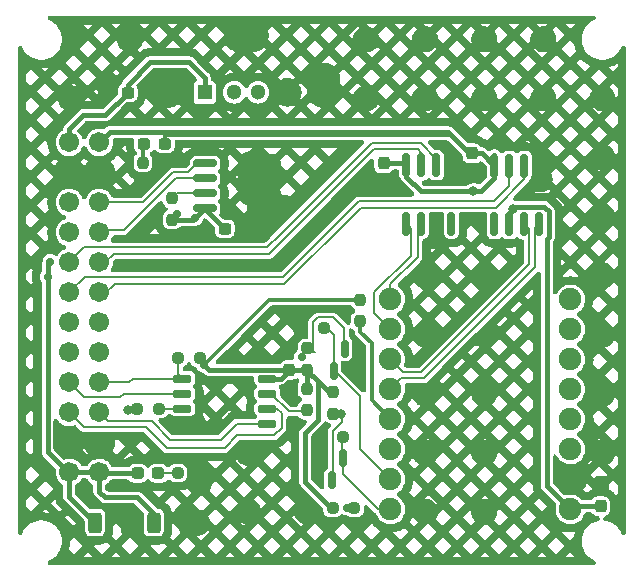
<source format=gbr>
%TF.GenerationSoftware,KiCad,Pcbnew,8.0.5*%
%TF.CreationDate,2025-04-24T16:30:45-05:00*%
%TF.ProjectId,test_board,74657374-5f62-46f6-9172-642e6b696361,rev?*%
%TF.SameCoordinates,Original*%
%TF.FileFunction,Copper,L1,Top*%
%TF.FilePolarity,Positive*%
%FSLAX46Y46*%
G04 Gerber Fmt 4.6, Leading zero omitted, Abs format (unit mm)*
G04 Created by KiCad (PCBNEW 8.0.5) date 2025-04-24 16:30:45*
%MOMM*%
%LPD*%
G01*
G04 APERTURE LIST*
G04 Aperture macros list*
%AMRoundRect*
0 Rectangle with rounded corners*
0 $1 Rounding radius*
0 $2 $3 $4 $5 $6 $7 $8 $9 X,Y pos of 4 corners*
0 Add a 4 corners polygon primitive as box body*
4,1,4,$2,$3,$4,$5,$6,$7,$8,$9,$2,$3,0*
0 Add four circle primitives for the rounded corners*
1,1,$1+$1,$2,$3*
1,1,$1+$1,$4,$5*
1,1,$1+$1,$6,$7*
1,1,$1+$1,$8,$9*
0 Add four rect primitives between the rounded corners*
20,1,$1+$1,$2,$3,$4,$5,0*
20,1,$1+$1,$4,$5,$6,$7,0*
20,1,$1+$1,$6,$7,$8,$9,0*
20,1,$1+$1,$8,$9,$2,$3,0*%
G04 Aperture macros list end*
%TA.AperFunction,SMDPad,CuDef*%
%ADD10RoundRect,0.150000X0.150000X-0.587500X0.150000X0.587500X-0.150000X0.587500X-0.150000X-0.587500X0*%
%TD*%
%TA.AperFunction,SMDPad,CuDef*%
%ADD11RoundRect,0.237500X0.250000X0.237500X-0.250000X0.237500X-0.250000X-0.237500X0.250000X-0.237500X0*%
%TD*%
%TA.AperFunction,SMDPad,CuDef*%
%ADD12RoundRect,0.150000X-0.650000X-0.150000X0.650000X-0.150000X0.650000X0.150000X-0.650000X0.150000X0*%
%TD*%
%TA.AperFunction,ComponentPad*%
%ADD13C,1.701800*%
%TD*%
%TA.AperFunction,SMDPad,CuDef*%
%ADD14RoundRect,0.237500X-0.287500X-0.237500X0.287500X-0.237500X0.287500X0.237500X-0.287500X0.237500X0*%
%TD*%
%TA.AperFunction,SMDPad,CuDef*%
%ADD15RoundRect,0.237500X0.300000X0.237500X-0.300000X0.237500X-0.300000X-0.237500X0.300000X-0.237500X0*%
%TD*%
%TA.AperFunction,SMDPad,CuDef*%
%ADD16RoundRect,0.237500X0.287500X0.237500X-0.287500X0.237500X-0.287500X-0.237500X0.287500X-0.237500X0*%
%TD*%
%TA.AperFunction,SMDPad,CuDef*%
%ADD17RoundRect,0.237500X0.237500X-0.250000X0.237500X0.250000X-0.237500X0.250000X-0.237500X-0.250000X0*%
%TD*%
%TA.AperFunction,SMDPad,CuDef*%
%ADD18RoundRect,0.150000X0.150000X-0.825000X0.150000X0.825000X-0.150000X0.825000X-0.150000X-0.825000X0*%
%TD*%
%TA.AperFunction,SMDPad,CuDef*%
%ADD19RoundRect,0.237500X-0.250000X-0.237500X0.250000X-0.237500X0.250000X0.237500X-0.250000X0.237500X0*%
%TD*%
%TA.AperFunction,SMDPad,CuDef*%
%ADD20RoundRect,0.237500X-0.300000X-0.237500X0.300000X-0.237500X0.300000X0.237500X-0.300000X0.237500X0*%
%TD*%
%TA.AperFunction,SMDPad,CuDef*%
%ADD21RoundRect,0.237500X0.237500X-0.300000X0.237500X0.300000X-0.237500X0.300000X-0.237500X-0.300000X0*%
%TD*%
%TA.AperFunction,SMDPad,CuDef*%
%ADD22RoundRect,0.250000X0.312500X0.625000X-0.312500X0.625000X-0.312500X-0.625000X0.312500X-0.625000X0*%
%TD*%
%TA.AperFunction,SMDPad,CuDef*%
%ADD23RoundRect,0.150000X-0.150000X0.587500X-0.150000X-0.587500X0.150000X-0.587500X0.150000X0.587500X0*%
%TD*%
%TA.AperFunction,SMDPad,CuDef*%
%ADD24RoundRect,0.237500X-0.237500X0.300000X-0.237500X-0.300000X0.237500X-0.300000X0.237500X0.300000X0*%
%TD*%
%TA.AperFunction,SMDPad,CuDef*%
%ADD25RoundRect,0.237500X-0.237500X0.250000X-0.237500X-0.250000X0.237500X-0.250000X0.237500X0.250000X0*%
%TD*%
%TA.AperFunction,ComponentPad*%
%ADD26R,1.300000X1.300000*%
%TD*%
%TA.AperFunction,ComponentPad*%
%ADD27C,1.300000*%
%TD*%
%TA.AperFunction,ComponentPad*%
%ADD28O,1.900000X2.900000*%
%TD*%
%TA.AperFunction,ComponentPad*%
%ADD29O,2.900000X1.900000*%
%TD*%
%TA.AperFunction,SMDPad,CuDef*%
%ADD30RoundRect,0.150000X0.825000X0.150000X-0.825000X0.150000X-0.825000X-0.150000X0.825000X-0.150000X0*%
%TD*%
%TA.AperFunction,ComponentPad*%
%ADD31C,1.905000*%
%TD*%
%TA.AperFunction,ViaPad*%
%ADD32C,0.690000*%
%TD*%
%TA.AperFunction,ViaPad*%
%ADD33C,0.800000*%
%TD*%
%TA.AperFunction,ViaPad*%
%ADD34C,0.700000*%
%TD*%
%TA.AperFunction,Conductor*%
%ADD35C,0.400000*%
%TD*%
%TA.AperFunction,Conductor*%
%ADD36C,0.300000*%
%TD*%
%TA.AperFunction,Conductor*%
%ADD37C,0.200000*%
%TD*%
G04 APERTURE END LIST*
D10*
%TO.P,Q2,1,G*%
%TO.N,/ECHO_GPIO_CN2_1*%
X142240000Y-73080000D03*
%TO.P,Q2,2,S*%
%TO.N,GND*%
X144140000Y-73080000D03*
%TO.P,Q2,3,D*%
%TO.N,/GPIO_CN2_2*%
X143190000Y-71205000D03*
%TD*%
D11*
%TO.P,R1,1,1*%
%TO.N,/VCC_3V3_GPIO_FIL*%
X130902500Y-71960000D03*
%TO.P,R1,2,2*%
%TO.N,/GPIO_CN2_SPI_SS*%
X129077500Y-71960000D03*
%TD*%
D12*
%TO.P,U2,1,~{CS}*%
%TO.N,/GPIO_CN2_SPI_SS*%
X129440000Y-73730000D03*
%TO.P,U2,2,DO(IO1)*%
%TO.N,/GPIO_CN2_SPI_MISO*%
X129440000Y-75000000D03*
%TO.P,U2,3,~{WP}*%
%TO.N,Net-(U2-~{WP})*%
X129440000Y-76270000D03*
%TO.P,U2,4,GND*%
%TO.N,GND*%
X129440000Y-77540000D03*
%TO.P,U2,5,DI(IO0)*%
%TO.N,/GPIO_CN2_SPI_MOSI*%
X136640000Y-77540000D03*
%TO.P,U2,6,SCK*%
%TO.N,/GPIO_CN2_SPI_SCLK*%
X136640000Y-76270000D03*
%TO.P,U2,7,~{HOLD}*%
%TO.N,Net-(U2-~{HOLD})*%
X136640000Y-75000000D03*
%TO.P,U2,8,VCC*%
%TO.N,/VCC_3V3_GPIO_FIL*%
X136640000Y-73730000D03*
%TD*%
D13*
%TO.P,J1,1,Pin_1*%
%TO.N,/VCC_3V3_GPIO_FIL*%
X119868099Y-81676600D03*
%TO.P,J1,2,Pin_2*%
X122408099Y-81676600D03*
%TO.P,J1,3,Pin_3*%
%TO.N,GND*%
X119868099Y-79136600D03*
%TO.P,J1,4,Pin_4*%
X122408099Y-79136600D03*
%TO.P,J1,5,Pin_5*%
%TO.N,/GPIO_CN2_SPI_SCLK*%
X119868099Y-76596600D03*
%TO.P,J1,6,Pin_6*%
%TO.N,/GPIO_CN2_SPI_MOSI*%
X122408099Y-76596600D03*
%TO.P,J1,7,Pin_7*%
%TO.N,/GPIO_CN2_SPI_MISO*%
X119868099Y-74056600D03*
%TO.P,J1,8,Pin_8*%
%TO.N,/GPIO_CN2_SPI_SS*%
X122408099Y-74056600D03*
%TO.P,J1,9,Pin_9*%
%TO.N,/GPIO_CN2_2*%
X119868099Y-71516600D03*
%TO.P,J1,10,Pin_10*%
%TO.N,/GPIO_CN2_1*%
X122408099Y-71516600D03*
%TO.P,J1,11,Pin_11*%
%TO.N,/GPIO_CN2_3*%
X119868099Y-68976600D03*
%TO.P,J1,12,Pin_12*%
%TO.N,/GPIO_CN2_0*%
X122408099Y-68976600D03*
%TO.P,J1,13,Pin_13*%
%TO.N,/B{slash}RS485_RX-{slash}RS232_CTS_CN2*%
X119868099Y-66436600D03*
%TO.P,J1,14,Pin_14*%
%TO.N,/A{slash}RS485_RX+{slash}RS232_RXD_CN2*%
X122408099Y-66436600D03*
%TO.P,J1,15,Pin_15*%
%TO.N,/A_RS485_TX+{slash}RS232_RTS_CN2*%
X119868099Y-63896600D03*
%TO.P,J1,16,Pin_16*%
%TO.N,/B_RS485_TX-{slash}RS232_TXD_CN2*%
X122408099Y-63896600D03*
%TO.P,J1,17,Pin_17*%
%TO.N,/USB_HUB_CN2_DN*%
X119868099Y-61356600D03*
%TO.P,J1,18,Pin_18*%
%TO.N,/I2C_SCL_CN2*%
X122408099Y-61356600D03*
%TO.P,J1,19,Pin_19*%
%TO.N,/USB_HUB_CN2_DP*%
X119868099Y-58816600D03*
%TO.P,J1,20,Pin_20*%
%TO.N,/I2C_SDA_CN2*%
X122408099Y-58816600D03*
%TO.P,J1,21,Pin_21*%
%TO.N,GND*%
X119868099Y-56276600D03*
%TO.P,J1,22,Pin_22*%
X122408099Y-56276600D03*
%TO.P,J1,23,Pin_23*%
%TO.N,/VCC_USB_FIL*%
X119868099Y-53736600D03*
%TO.P,J1,24,Pin_24*%
%TO.N,/VCC_5V_GPIO_FIL*%
X122408099Y-53736600D03*
%TD*%
D14*
%TO.P,DS2,1,K*%
%TO.N,Net-(DS2-K)*%
X126205000Y-53860000D03*
%TO.P,DS2,2,A*%
%TO.N,/VCC_5V_GPIO_FIL*%
X127955000Y-53860000D03*
%TD*%
D15*
%TO.P,C4,1,1*%
%TO.N,GND*%
X134747500Y-61045000D03*
%TO.P,C4,2,2*%
%TO.N,/VCC_3V3_GPIO_FIL*%
X133022500Y-61045000D03*
%TD*%
D16*
%TO.P,DS1,1,K*%
%TO.N,Net-(DS1-K)*%
X127405000Y-81760000D03*
%TO.P,DS1,2,A*%
%TO.N,/VCC_3V3_GPIO_FIL*%
X125655000Y-81760000D03*
%TD*%
D17*
%TO.P,R14,1,1*%
%TO.N,/VCC_3V3_GPIO_FIL*%
X128565000Y-60297500D03*
%TO.P,R14,2,2*%
%TO.N,Net-(U4-WP)*%
X128565000Y-58472500D03*
%TD*%
D18*
%TO.P,U1,1,RO*%
%TO.N,/485RX*%
X148415000Y-60625000D03*
%TO.P,U1,2,~{RE}*%
%TO.N,/485RE*%
X149685000Y-60625000D03*
%TO.P,U1,3,DE*%
%TO.N,GND*%
X150955000Y-60625000D03*
%TO.P,U1,4,DI*%
%TO.N,unconnected-(U1-DI-Pad4)*%
X152225000Y-60625000D03*
%TO.P,U1,5,GND*%
%TO.N,GND*%
X152225000Y-55675000D03*
%TO.P,U1,6,A*%
%TO.N,/A_RS485_TX+{slash}RS232_RTS_CN2*%
X150955000Y-55675000D03*
%TO.P,U1,7,B*%
%TO.N,/B_RS485_TX-{slash}RS232_TXD_CN2*%
X149685000Y-55675000D03*
%TO.P,U1,8,VCC*%
%TO.N,/VCC_5V_GPIO_FIL*%
X148415000Y-55675000D03*
%TD*%
D17*
%TO.P,R13,1*%
%TO.N,/VCC_3V3_GPIO_FIL*%
X140030000Y-73002500D03*
%TO.P,R13,2*%
%TO.N,/GPIO_CN2_2*%
X140030000Y-71177500D03*
%TD*%
D19*
%TO.P,R4,1,1*%
%TO.N,Net-(DS1-K)*%
X129057500Y-81730000D03*
%TO.P,R4,2,2*%
%TO.N,GND*%
X130882500Y-81730000D03*
%TD*%
D20*
%TO.P,C6,1,1*%
%TO.N,GND*%
X123085000Y-49520000D03*
%TO.P,C6,2,2*%
%TO.N,/VCC_USB_FIL*%
X124810000Y-49520000D03*
%TD*%
D18*
%TO.P,U3,1,RO*%
%TO.N,unconnected-(U3-RO-Pad1)*%
X155865000Y-60665000D03*
%TO.P,U3,2,~{RE}*%
%TO.N,/VCC_5V_GPIO_FIL*%
X157135000Y-60665000D03*
%TO.P,U3,3,DE*%
%TO.N,/485DE*%
X158405000Y-60665000D03*
%TO.P,U3,4,DI*%
%TO.N,/485TX*%
X159675000Y-60665000D03*
%TO.P,U3,5,GND*%
%TO.N,GND*%
X159675000Y-55715000D03*
%TO.P,U3,6,A*%
%TO.N,/A{slash}RS485_RX+{slash}RS232_RXD_CN2*%
X158405000Y-55715000D03*
%TO.P,U3,7,B*%
%TO.N,/B{slash}RS485_RX-{slash}RS232_CTS_CN2*%
X157135000Y-55715000D03*
%TO.P,U3,8,VCC*%
%TO.N,/VCC_5V_GPIO_FIL*%
X155865000Y-55715000D03*
%TD*%
D21*
%TO.P,C5,1,1*%
%TO.N,GND*%
X146480000Y-57242500D03*
%TO.P,C5,2,2*%
%TO.N,/VCC_5V_GPIO_FIL*%
X146480000Y-55517500D03*
%TD*%
D22*
%TO.P,R9,1,1*%
%TO.N,GND*%
X124972500Y-85920000D03*
%TO.P,R9,2,2*%
%TO.N,/VCC_3V3_GPIO_FIL*%
X122047500Y-85920000D03*
%TD*%
D19*
%TO.P,R3,1,1*%
%TO.N,/VCC_3V3_GPIO_FIL*%
X125617500Y-76300000D03*
%TO.P,R3,2,2*%
%TO.N,Net-(U2-~{WP})*%
X127442500Y-76300000D03*
%TD*%
D21*
%TO.P,C3,1,1*%
%TO.N,GND*%
X153940000Y-56392500D03*
%TO.P,C3,2,2*%
%TO.N,/VCC_5V_GPIO_FIL*%
X153940000Y-54667500D03*
%TD*%
D23*
%TO.P,Q1,1,G*%
%TO.N,/ECHO_GPIO_CN2_0*%
X143020000Y-80470000D03*
%TO.P,Q1,2,S*%
%TO.N,GND*%
X141120000Y-80470000D03*
%TO.P,Q1,3,D*%
%TO.N,/GPIO_CN2_3*%
X142070000Y-82345000D03*
%TD*%
D24*
%TO.P,C1,1,1*%
%TO.N,GND*%
X164850000Y-82827499D03*
%TO.P,C1,2,2*%
%TO.N,/VCC_5V_GPIO_FIL*%
X164850000Y-84552501D03*
%TD*%
D22*
%TO.P,R8,1,1*%
%TO.N,GND*%
X129952500Y-85920000D03*
%TO.P,R8,2,2*%
%TO.N,/VCC_3V3_GPIO_FIL*%
X127027500Y-85920000D03*
%TD*%
D25*
%TO.P,R5,1,1*%
%TO.N,Net-(DS2-K)*%
X126100000Y-55447500D03*
%TO.P,R5,2,2*%
%TO.N,GND*%
X126100000Y-57272500D03*
%TD*%
D26*
%TO.P,J2,1,VCC*%
%TO.N,/VCC_USB_FIL*%
X131340001Y-49500000D03*
D27*
%TO.P,J2,2,D-*%
%TO.N,/USB_HUB_CN2_DN*%
X133840001Y-49500000D03*
%TO.P,J2,3,D+*%
%TO.N,/USB_HUB_CN2_DP*%
X135840002Y-49500000D03*
%TO.P,J2,4,GND*%
%TO.N,GND*%
X138340000Y-49500000D03*
D28*
%TO.P,J2,5,SHIELD*%
X128270001Y-48900000D03*
D29*
X134840001Y-44720000D03*
D28*
X141410001Y-48900000D03*
%TD*%
D11*
%TO.P,R12,1*%
%TO.N,/ECHO_GPIO_CN2_1*%
X141422500Y-69420000D03*
%TO.P,R12,2*%
%TO.N,GND*%
X139597500Y-69420000D03*
%TD*%
%TO.P,R10,1*%
%TO.N,/ECHO_GPIO_CN2_0*%
X143072500Y-78690000D03*
%TO.P,R10,2*%
%TO.N,GND*%
X141247500Y-78690000D03*
%TD*%
D30*
%TO.P,U4,1,A0*%
%TO.N,GND*%
X136330000Y-59320000D03*
%TO.P,U4,2,A1*%
X136330000Y-58050000D03*
%TO.P,U4,3,A2*%
X136330000Y-56780000D03*
%TO.P,U4,4,VSS*%
X136330000Y-55510000D03*
%TO.P,U4,5,SDA*%
%TO.N,/I2C_SDA_CN2*%
X131380000Y-55510000D03*
%TO.P,U4,6,SCL*%
%TO.N,/I2C_SCL_CN2*%
X131380000Y-56780000D03*
%TO.P,U4,7,WP*%
%TO.N,Net-(U4-WP)*%
X131380000Y-58050000D03*
%TO.P,U4,8,VDD*%
%TO.N,/VCC_3V3_GPIO_FIL*%
X131380000Y-59320000D03*
%TD*%
D25*
%TO.P,R6,1*%
%TO.N,/VCC_3V3_GPIO_FIL*%
X144470000Y-67057500D03*
%TO.P,R6,2*%
%TO.N,/GPIO_CN2_0*%
X144470000Y-68882500D03*
%TD*%
D19*
%TO.P,R7,1*%
%TO.N,/VCC_3V3_GPIO_FIL*%
X142177500Y-84670000D03*
%TO.P,R7,2*%
%TO.N,/GPIO_CN2_1*%
X144002500Y-84670000D03*
%TD*%
D21*
%TO.P,C2,1,1*%
%TO.N,GND*%
X138510000Y-74702500D03*
%TO.P,C2,2,2*%
%TO.N,/VCC_3V3_GPIO_FIL*%
X138510000Y-72977500D03*
%TD*%
D25*
%TO.P,R11,1*%
%TO.N,/VCC_3V3_GPIO_FIL*%
X142210000Y-74867500D03*
%TO.P,R11,2*%
%TO.N,/GPIO_CN2_3*%
X142210000Y-76692500D03*
%TD*%
%TO.P,R2,1,1*%
%TO.N,/VCC_3V3_GPIO_FIL*%
X139980000Y-74587500D03*
%TO.P,R2,2,2*%
%TO.N,Net-(U2-~{HOLD})*%
X139980000Y-76412500D03*
%TD*%
D31*
%TO.P,U5,0,GPIO0*%
%TO.N,unconnected-(U5-GPIO0-Pad0)*%
X162300000Y-67030000D03*
%TO.P,U5,1,GPIO1*%
%TO.N,unconnected-(U5-GPIO1-Pad1)*%
X162300000Y-69570000D03*
%TO.P,U5,2,GPIO2*%
%TO.N,unconnected-(U5-GPIO2-Pad2)*%
X162300000Y-72110000D03*
%TO.P,U5,3,GPIO3*%
%TO.N,unconnected-(U5-GPIO3-Pad3)*%
X162300000Y-74650000D03*
%TO.P,U5,3.3,3V3*%
%TO.N,unconnected-(U5-3V3-Pad3.3)*%
X162300000Y-79730000D03*
%TO.P,U5,4,GPIO4*%
%TO.N,unconnected-(U5-GPIO4-Pad4)*%
X162300000Y-77190000D03*
%TO.P,U5,5,GPIO5*%
%TO.N,/ECHO_GPIO_CN2_0*%
X147060000Y-84810000D03*
%TO.P,U5,5V,5V*%
%TO.N,/VCC_5V_GPIO_FIL*%
X162300000Y-84810000D03*
%TO.P,U5,6,GPIO6*%
%TO.N,/ECHO_GPIO_CN2_1*%
X147060000Y-82270000D03*
%TO.P,U5,7,GPIO7*%
%TO.N,/GPIO_CN2_1*%
X147060000Y-79730000D03*
%TO.P,U5,8,GPIO8*%
%TO.N,/GPIO_CN2_0*%
X147060000Y-77190000D03*
%TO.P,U5,9,GPIO9*%
%TO.N,/485TX*%
X147060000Y-74650000D03*
%TO.P,U5,10,GPIO10*%
%TO.N,/485DE*%
X147060000Y-72110000D03*
%TO.P,U5,20,GPIO20*%
%TO.N,/485RX*%
X147060000Y-69570000D03*
%TO.P,U5,21,GPIO21*%
%TO.N,/485RE*%
X147060000Y-67030000D03*
%TO.P,U5,G,GND*%
%TO.N,GND*%
X162300000Y-82270000D03*
%TD*%
D32*
%TO.N,GND*%
X125690000Y-85960000D03*
D33*
%TO.N,/VCC_5V_GPIO_FIL*%
X157442502Y-59382500D03*
X154090000Y-57890000D03*
%TO.N,GND*%
X155000000Y-80000000D03*
X150000000Y-75000000D03*
X150000000Y-65000000D03*
X150000000Y-85000000D03*
X120000000Y-50000000D03*
X160000000Y-45000000D03*
X160000000Y-50000000D03*
X125000000Y-45000000D03*
X165000000Y-55000000D03*
X136015000Y-61005000D03*
X145000000Y-50000000D03*
D34*
X140710000Y-80430000D03*
D33*
X165000000Y-50000000D03*
X155000000Y-65000000D03*
X135000000Y-85000000D03*
D34*
X123190000Y-48890000D03*
D33*
X120000000Y-45000000D03*
D34*
X141440000Y-78000000D03*
D33*
X155000000Y-75000000D03*
X165000000Y-75000000D03*
X152170000Y-54670000D03*
X135000000Y-80000000D03*
X130880000Y-82500000D03*
X139600000Y-68630000D03*
D34*
X135210000Y-58050000D03*
D33*
X153140000Y-55790000D03*
X145800000Y-57240000D03*
D34*
X138810013Y-75419974D03*
D33*
X130710000Y-85940000D03*
X155000000Y-50000000D03*
D34*
X135190000Y-55540000D03*
D33*
X159690000Y-56870000D03*
X145000000Y-45000000D03*
X165000000Y-65000000D03*
X165000000Y-70000000D03*
X140000000Y-85000000D03*
X150000000Y-80000000D03*
X138145000Y-59305000D03*
D34*
X126900000Y-56770000D03*
D33*
X150000000Y-70000000D03*
X155000000Y-70000000D03*
X150000000Y-45000000D03*
D34*
X150930000Y-61740000D03*
X128490000Y-77570000D03*
D33*
X155000000Y-85000000D03*
X150000000Y-50000000D03*
D34*
X135210000Y-56800000D03*
D33*
X165000000Y-60000000D03*
D34*
X144660000Y-73118004D03*
D33*
X165000000Y-80000000D03*
D34*
X130410000Y-77560000D03*
D33*
X155000000Y-45000000D03*
D34*
%TO.N,/VCC_3V3_GPIO_FIL*%
X118250000Y-63840000D03*
X131260000Y-72590000D03*
X129020000Y-59840000D03*
X130520000Y-60150000D03*
D33*
X124830000Y-76370000D03*
D34*
X118030000Y-65120000D03*
%TO.N,/GPIO_CN2_1*%
X143360000Y-84650000D03*
%TO.N,/GPIO_CN2_2*%
X139537869Y-71899242D03*
D33*
%TO.N,/GPIO_CN2_3*%
X142900000Y-76702500D03*
%TD*%
D35*
%TO.N,/VCC_3V3_GPIO_FIL*%
X127027500Y-85920000D02*
X127027500Y-85207500D01*
X127027500Y-85207500D02*
X125620000Y-83800000D01*
X125620000Y-83800000D02*
X122910000Y-83800000D01*
X122910000Y-83800000D02*
X122408099Y-83298099D01*
X122408099Y-83298099D02*
X122408099Y-81676600D01*
X122047500Y-85920000D02*
X119868099Y-83740599D01*
X119868099Y-83740599D02*
X119868099Y-81676600D01*
%TO.N,/VCC_5V_GPIO_FIL*%
X148415000Y-56655000D02*
X149650000Y-57890000D01*
X122408099Y-53736600D02*
X123274699Y-52870000D01*
X162557499Y-84552501D02*
X162300000Y-84810000D01*
X154817500Y-54667500D02*
X155865000Y-55715000D01*
X124670000Y-52870000D02*
X151930000Y-52870000D01*
X149650000Y-57890000D02*
X154700000Y-57890000D01*
X157135000Y-59690002D02*
X157442502Y-59382500D01*
X132330000Y-53030000D02*
X152090000Y-53030000D01*
X157135000Y-59690001D02*
X157135000Y-60665000D01*
X155865000Y-56725000D02*
X155865000Y-55715000D01*
X127850000Y-52870000D02*
X128010000Y-53030000D01*
X151930000Y-52870000D02*
X152925000Y-53865000D01*
X154700000Y-57890000D02*
X155865000Y-56725000D01*
X160290000Y-82800000D02*
X160290000Y-61948394D01*
X124670000Y-52870000D02*
X127850000Y-52870000D01*
X148415000Y-55675000D02*
X148415000Y-56655000D01*
X155865000Y-55715000D02*
X155865000Y-54807500D01*
X146480000Y-55517500D02*
X148257500Y-55517500D01*
X153940000Y-54667500D02*
X154817500Y-54667500D01*
X132330000Y-53030000D02*
X128010000Y-53030000D01*
X162300000Y-84810000D02*
X160290000Y-82800000D01*
X160098394Y-59190000D02*
X157635001Y-59190000D01*
X152090000Y-53030000D02*
X152925000Y-53865000D01*
X157635001Y-59190000D02*
X157135000Y-59690001D01*
X152925000Y-53865000D02*
X153727500Y-54667500D01*
X157135000Y-60665000D02*
X157135000Y-59690002D01*
D36*
X127955000Y-53860000D02*
X127955000Y-53085000D01*
D35*
X160475000Y-61763394D02*
X160475000Y-59566606D01*
D36*
X127955000Y-53085000D02*
X128010000Y-53030000D01*
D35*
X164850000Y-84552501D02*
X162557499Y-84552501D01*
X160290000Y-61948394D02*
X160475000Y-61763394D01*
X123274699Y-52870000D02*
X124670000Y-52870000D01*
X160475000Y-59566606D02*
X160098394Y-59190000D01*
X148257500Y-55517500D02*
X148415000Y-55675000D01*
X128750000Y-53030000D02*
X132330000Y-53030000D01*
X153727500Y-54667500D02*
X153940000Y-54667500D01*
D37*
%TO.N,GND*%
X135220000Y-55510000D02*
X135190000Y-55540000D01*
X130390000Y-77540000D02*
X130410000Y-77560000D01*
D35*
X138130000Y-59320000D02*
X138145000Y-59305000D01*
X153742500Y-56392500D02*
X153940000Y-56392500D01*
X153140000Y-55790000D02*
X153742500Y-56392500D01*
D37*
X135230000Y-56780000D02*
X135210000Y-56800000D01*
D35*
X135975000Y-61045000D02*
X136015000Y-61005000D01*
X144140000Y-73080000D02*
X144621996Y-73080000D01*
D36*
X123085000Y-48995000D02*
X123190000Y-48890000D01*
D35*
X139597500Y-68632500D02*
X139600000Y-68630000D01*
X134747500Y-61045000D02*
X135975000Y-61045000D01*
D36*
X126100000Y-57272500D02*
X126602500Y-56770000D01*
D35*
X138510000Y-75119961D02*
X138810013Y-75419974D01*
X140750000Y-80470000D02*
X140710000Y-80430000D01*
D37*
X136330000Y-58050000D02*
X136330000Y-55510000D01*
X136330000Y-58050000D02*
X135210000Y-58050000D01*
D35*
X141145000Y-78467500D02*
X141145000Y-78295000D01*
X152225000Y-55675000D02*
X152225000Y-54725000D01*
X141120000Y-80470000D02*
X140750000Y-80470000D01*
X141145000Y-78295000D02*
X141440000Y-78000000D01*
X139597500Y-69420000D02*
X139597500Y-68632500D01*
X145802500Y-57242500D02*
X145800000Y-57240000D01*
X138510000Y-74702500D02*
X138510000Y-75119961D01*
D37*
X136330000Y-55510000D02*
X135220000Y-55510000D01*
D36*
X123085000Y-49520000D02*
X123085000Y-48995000D01*
D35*
X150955000Y-61715000D02*
X150930000Y-61740000D01*
D37*
X136330000Y-56780000D02*
X135230000Y-56780000D01*
D35*
X144621996Y-73080000D02*
X144660000Y-73118004D01*
X146480000Y-57242500D02*
X145802500Y-57242500D01*
D36*
X126602500Y-56770000D02*
X126900000Y-56770000D01*
D35*
X136330000Y-59320000D02*
X138130000Y-59320000D01*
D37*
X129440000Y-77540000D02*
X128520000Y-77540000D01*
D35*
X159675000Y-55715000D02*
X159675000Y-56855000D01*
X152225000Y-54725000D02*
X152170000Y-54670000D01*
X150955000Y-60625000D02*
X150955000Y-61715000D01*
X159675000Y-56855000D02*
X159690000Y-56870000D01*
D37*
X129440000Y-77540000D02*
X130390000Y-77540000D01*
X128520000Y-77540000D02*
X128490000Y-77570000D01*
D35*
%TO.N,/VCC_3V3_GPIO_FIL*%
X140030000Y-73002500D02*
X132930000Y-73002500D01*
X131380000Y-59320000D02*
X131350000Y-59320000D01*
X125655000Y-81760000D02*
X122491499Y-81760000D01*
X140030000Y-73057500D02*
X140901250Y-73928750D01*
X140030000Y-73002500D02*
X140030000Y-73057500D01*
X119678099Y-81596600D02*
X118030000Y-79948501D01*
X140955000Y-77215000D02*
X139860000Y-78310000D01*
X118030000Y-64060000D02*
X118250000Y-63840000D01*
D36*
X138620000Y-67057500D02*
X136792500Y-67057500D01*
D35*
X140901250Y-73928750D02*
X141840000Y-74867500D01*
X131672500Y-73002500D02*
X131260000Y-72590000D01*
X131380000Y-59402500D02*
X133022500Y-61045000D01*
X139860000Y-78310000D02*
X139860000Y-82500000D01*
X131380000Y-59320000D02*
X131380000Y-59402500D01*
X131350000Y-59320000D02*
X130520000Y-60150000D01*
X139860000Y-82500000D02*
X142030000Y-84670000D01*
X132930000Y-73002500D02*
X131672500Y-73002500D01*
X132930000Y-73002500D02*
X132462500Y-73002500D01*
D36*
X144470000Y-67057500D02*
X138620000Y-67057500D01*
D35*
X139980000Y-73052500D02*
X140030000Y-73002500D01*
X130520000Y-60150000D02*
X130372500Y-60297500D01*
X137757500Y-73730000D02*
X138510000Y-72977500D01*
X139980000Y-74587500D02*
X139980000Y-73052500D01*
X136640000Y-73730000D02*
X137757500Y-73730000D01*
X140955000Y-73982500D02*
X140955000Y-77215000D01*
X140901250Y-73928750D02*
X140955000Y-73982500D01*
D36*
X136792500Y-67057500D02*
X131260000Y-72590000D01*
D35*
X124830000Y-76370000D02*
X125547500Y-76370000D01*
X118030000Y-79948501D02*
X118030000Y-64060000D01*
X122491499Y-81760000D02*
X122408099Y-81676600D01*
X142030000Y-84670000D02*
X142177500Y-84670000D01*
X119868099Y-81676600D02*
X122408099Y-81676600D01*
X130372500Y-60297500D02*
X128565000Y-60297500D01*
X125547500Y-76370000D02*
X125617500Y-76300000D01*
D37*
%TO.N,/B{slash}RS485_RX-{slash}RS232_CTS_CN2*%
X121157199Y-65147500D02*
X137952501Y-65147500D01*
X157135000Y-55715000D02*
X157135000Y-57435000D01*
X119868099Y-66436600D02*
X121157199Y-65147500D01*
X144380001Y-58720000D02*
X144550000Y-58720000D01*
X155850000Y-58720000D02*
X144550000Y-58720000D01*
X137952501Y-65147500D02*
X144380001Y-58720000D01*
X157135000Y-57435000D02*
X155850000Y-58720000D01*
D36*
%TO.N,/GPIO_CN2_0*%
X145460000Y-70750000D02*
X145460000Y-75590000D01*
X145460000Y-75590000D02*
X147060000Y-77190000D01*
D37*
X122506600Y-68976600D02*
X122728200Y-68755000D01*
D36*
X144470000Y-68882500D02*
X144470000Y-69760000D01*
D37*
X122408099Y-68976600D02*
X122506600Y-68976600D01*
D36*
X144470000Y-69760000D02*
X145460000Y-70750000D01*
D37*
%TO.N,/A{slash}RS485_RX+{slash}RS232_RXD_CN2*%
X143878553Y-59928553D02*
X144557106Y-59250000D01*
X156030000Y-59250000D02*
X158405000Y-56875000D01*
X143878553Y-59928554D02*
X143878553Y-59928553D01*
X123710000Y-65740000D02*
X138067107Y-65740000D01*
X138067107Y-65740000D02*
X143878553Y-59928554D01*
X144557106Y-59250000D02*
X156030000Y-59250000D01*
X158405000Y-56875000D02*
X158405000Y-55715000D01*
X122750000Y-66700000D02*
X123710000Y-65740000D01*
D36*
%TO.N,/GPIO_CN2_1*%
X144002500Y-84670000D02*
X143380000Y-84670000D01*
X143380000Y-84670000D02*
X143360000Y-84650000D01*
D37*
%TO.N,/GPIO_CN2_SPI_SS*%
X124930000Y-74056600D02*
X125256600Y-73730000D01*
X125256600Y-73730000D02*
X129440000Y-73730000D01*
X129077500Y-71960000D02*
X129077500Y-73367500D01*
X129077500Y-73367500D02*
X129440000Y-73730000D01*
X122408099Y-74056600D02*
X124930000Y-74056600D01*
%TO.N,Net-(U2-~{HOLD})*%
X139872500Y-76520000D02*
X138490000Y-76520000D01*
X139980000Y-76412500D02*
X139872500Y-76520000D01*
X136970000Y-75000000D02*
X136640000Y-75000000D01*
X138490000Y-76520000D02*
X136970000Y-75000000D01*
%TO.N,Net-(U2-~{WP})*%
X127472500Y-76270000D02*
X127442500Y-76300000D01*
X129440000Y-76270000D02*
X127472500Y-76270000D01*
%TO.N,Net-(U4-WP)*%
X128987500Y-58050000D02*
X128565000Y-58472500D01*
X131380000Y-58050000D02*
X128987500Y-58050000D01*
%TO.N,/485TX*%
X159340000Y-64260000D02*
X159340000Y-61000000D01*
X149880000Y-73720000D02*
X159340000Y-64260000D01*
X159340000Y-61000000D02*
X159675000Y-60665000D01*
X147990000Y-73720000D02*
X149880000Y-73720000D01*
X147060000Y-74650000D02*
X147990000Y-73720000D01*
%TO.N,/485RE*%
X149360000Y-60950000D02*
X149360000Y-63464606D01*
X149685000Y-60625000D02*
X149360000Y-60950000D01*
X149565000Y-60625000D02*
X149560000Y-60630000D01*
X149685000Y-60625000D02*
X149565000Y-60625000D01*
X147060000Y-65764606D02*
X147060000Y-67030000D01*
X149360000Y-63464606D02*
X147060000Y-65764606D01*
%TO.N,/GPIO_CN2_2*%
X139919611Y-71517500D02*
X139537869Y-71899242D01*
X140690000Y-71517500D02*
X139919611Y-71517500D01*
X143112930Y-69432930D02*
X143112930Y-71026968D01*
X140510000Y-71287500D02*
X140510000Y-68936858D01*
X140510000Y-68936858D02*
X140901858Y-68545000D01*
X140901858Y-68545000D02*
X142225000Y-68545000D01*
X140340000Y-71457500D02*
X140510000Y-71287500D01*
X142225000Y-68545000D02*
X143112930Y-69432930D01*
%TO.N,/GPIO_CN2_3*%
X142170000Y-78196858D02*
X142170000Y-82245000D01*
X142900000Y-76702500D02*
X142980000Y-76782500D01*
X142980000Y-77386858D02*
X142170000Y-78196858D01*
X142980000Y-76782500D02*
X142980000Y-77386858D01*
X142067500Y-82347500D02*
X142070000Y-82345000D01*
X142170000Y-82245000D02*
X142070000Y-82345000D01*
%TO.N,/485RX*%
X145707500Y-68217500D02*
X145707500Y-66410000D01*
X148790000Y-63327500D02*
X148790000Y-61000000D01*
X145707500Y-66410000D02*
X148790000Y-63327500D01*
X147060000Y-69570000D02*
X145707500Y-68217500D01*
X148790000Y-61000000D02*
X148415000Y-60625000D01*
%TO.N,/ECHO_GPIO_CN2_0*%
X142970000Y-78467500D02*
X142970000Y-80420000D01*
X143020000Y-78517500D02*
X142970000Y-78467500D01*
X143020000Y-80470000D02*
X143020000Y-81820000D01*
X142970000Y-80420000D02*
X143020000Y-80470000D01*
X146010000Y-84810000D02*
X147060000Y-84810000D01*
X143020000Y-81820000D02*
X146010000Y-84810000D01*
%TO.N,/ECHO_GPIO_CN2_1*%
X141422500Y-69170000D02*
X142260000Y-70007500D01*
X144470000Y-79680000D02*
X147060000Y-82270000D01*
X144470000Y-75209038D02*
X144470000Y-79680000D01*
X142260000Y-72804898D02*
X142162930Y-72901968D01*
X142162930Y-72901968D02*
X144470000Y-75209038D01*
X142260000Y-70007500D02*
X142260000Y-72804898D01*
%TO.N,/485DE*%
X148160000Y-73210000D02*
X149650000Y-73210000D01*
X158810000Y-64050000D02*
X158810000Y-61070000D01*
X147060000Y-72110000D02*
X148160000Y-73210000D01*
X158810000Y-61070000D02*
X158405000Y-60665000D01*
X149650000Y-73210000D02*
X158810000Y-64050000D01*
%TO.N,/GPIO_CN2_SPI_MISO*%
X119868099Y-74056600D02*
X121131499Y-75320000D01*
X124470000Y-75000000D02*
X129440000Y-75000000D01*
X121131499Y-75320000D02*
X124150000Y-75320000D01*
X124150000Y-75320000D02*
X124470000Y-75000000D01*
%TO.N,/GPIO_CN2_SPI_SCLK*%
X137211974Y-78550000D02*
X134090000Y-78550000D01*
X136640000Y-76270000D02*
X137439999Y-76270000D01*
X137840000Y-76670001D02*
X137840000Y-77921974D01*
X119868099Y-76596600D02*
X121118999Y-77847500D01*
X121118999Y-77847500D02*
X126387500Y-77847500D01*
X134090000Y-78550000D02*
X133020000Y-79620000D01*
X137439999Y-76270000D02*
X137840000Y-76670001D01*
X126387500Y-77847500D02*
X128160000Y-79620000D01*
X128160000Y-79620000D02*
X133020000Y-79620000D01*
X137840000Y-77921974D02*
X137211974Y-78550000D01*
X119868099Y-76596600D02*
X120256600Y-76596600D01*
%TO.N,/GPIO_CN2_SPI_MOSI*%
X132520000Y-78900000D02*
X132680000Y-78900000D01*
X126837500Y-77347500D02*
X128390000Y-78900000D01*
X122408099Y-76596600D02*
X123158999Y-77347500D01*
X123158999Y-77347500D02*
X126837500Y-77347500D01*
X128390000Y-78900000D02*
X132520000Y-78900000D01*
X134040000Y-77540000D02*
X136640000Y-77540000D01*
X132680000Y-78900000D02*
X134040000Y-77540000D01*
%TO.N,/I2C_SCL_CN2*%
X122408099Y-61356600D02*
X122594699Y-61170000D01*
X124471858Y-61170000D02*
X128861858Y-56780000D01*
X122594699Y-61170000D02*
X124471858Y-61170000D01*
X128861858Y-56780000D02*
X131380000Y-56780000D01*
%TO.N,/I2C_SDA_CN2*%
X126118152Y-58816600D02*
X122408099Y-58816600D01*
X128654752Y-56280000D02*
X126118152Y-58816600D01*
X130720000Y-55510000D02*
X129950000Y-56280000D01*
X129950000Y-56280000D02*
X128654752Y-56280000D01*
X131380000Y-55510000D02*
X130720000Y-55510000D01*
%TO.N,Net-(DS1-K)*%
X129057500Y-81730000D02*
X127435000Y-81730000D01*
X127435000Y-81730000D02*
X127405000Y-81760000D01*
D36*
%TO.N,Net-(DS2-K)*%
X126100000Y-53965000D02*
X126205000Y-53860000D01*
X126100000Y-55447500D02*
X126100000Y-53965000D01*
D37*
%TO.N,/A_RS485_TX+{slash}RS232_RTS_CN2*%
X137680000Y-61540000D02*
X136720000Y-62500000D01*
X150955000Y-55675000D02*
X150955000Y-55105000D01*
X136600000Y-62620000D02*
X137680000Y-61540000D01*
X119868099Y-63896600D02*
X121144699Y-62620000D01*
X145460000Y-53760000D02*
X137680000Y-61540000D01*
X150955000Y-55105000D02*
X149610000Y-53760000D01*
X121144699Y-62620000D02*
X136600000Y-62620000D01*
X149610000Y-53760000D02*
X145460000Y-53760000D01*
%TO.N,/B_RS485_TX-{slash}RS232_TXD_CN2*%
X136780000Y-63190000D02*
X145670000Y-54300000D01*
X122408099Y-63896600D02*
X122923400Y-63896600D01*
X123630000Y-63190000D02*
X136780000Y-63190000D01*
X145670000Y-54300000D02*
X149390000Y-54300000D01*
X149685000Y-54595000D02*
X149685000Y-55675000D01*
X149390000Y-54300000D02*
X149685000Y-54595000D01*
X122923400Y-63896600D02*
X123630000Y-63190000D01*
D35*
%TO.N,/VCC_USB_FIL*%
X122880000Y-51450000D02*
X124810000Y-49520000D01*
X119868099Y-53736600D02*
X119868099Y-52591901D01*
X124810000Y-48850000D02*
X124810000Y-49520000D01*
X130020000Y-46950000D02*
X126710000Y-46950000D01*
X121010000Y-51450000D02*
X122880000Y-51450000D01*
X131340001Y-48270001D02*
X130020000Y-46950000D01*
X131340001Y-49500000D02*
X131340001Y-48270001D01*
X119868099Y-52591901D02*
X121010000Y-51450000D01*
X126710000Y-46950000D02*
X124810000Y-48850000D01*
%TD*%
%TA.AperFunction,Conductor*%
%TO.N,GND*%
G36*
X164331981Y-43020207D02*
G01*
X164401222Y-43075426D01*
X164439649Y-43155218D01*
X164439649Y-43243782D01*
X164401222Y-43323574D01*
X164331981Y-43378793D01*
X164122296Y-43479771D01*
X164122288Y-43479776D01*
X163905523Y-43627564D01*
X163713198Y-43806015D01*
X163713192Y-43806021D01*
X163549615Y-44011141D01*
X163549614Y-44011141D01*
X163418430Y-44238359D01*
X163418430Y-44238360D01*
X163322580Y-44482584D01*
X163264198Y-44738366D01*
X163244592Y-45000000D01*
X163264198Y-45261633D01*
X163296743Y-45404218D01*
X163322580Y-45517416D01*
X163356025Y-45602633D01*
X163418430Y-45761639D01*
X163418430Y-45761640D01*
X163455243Y-45825402D01*
X163530903Y-45956449D01*
X163549615Y-45988858D01*
X163713192Y-46193978D01*
X163713198Y-46193984D01*
X163905523Y-46372435D01*
X164122288Y-46520223D01*
X164122290Y-46520224D01*
X164122296Y-46520228D01*
X164290192Y-46601082D01*
X164358672Y-46634061D01*
X164358674Y-46634061D01*
X164358677Y-46634063D01*
X164609385Y-46711396D01*
X164831756Y-46744913D01*
X164868817Y-46750500D01*
X164868818Y-46750500D01*
X165131183Y-46750500D01*
X165163611Y-46745612D01*
X165390615Y-46711396D01*
X165641323Y-46634063D01*
X165877704Y-46520228D01*
X166094479Y-46372433D01*
X166286805Y-46193981D01*
X166450386Y-45988857D01*
X166581568Y-45761643D01*
X166615256Y-45675808D01*
X166665145Y-45602633D01*
X166741843Y-45558351D01*
X166830159Y-45551733D01*
X166912600Y-45584088D01*
X166972839Y-45649009D01*
X166998944Y-45733638D01*
X166999500Y-45748510D01*
X166999500Y-86751489D01*
X166979793Y-86837832D01*
X166924574Y-86907073D01*
X166844782Y-86945500D01*
X166756218Y-86945500D01*
X166676426Y-86907073D01*
X166621207Y-86837832D01*
X166615256Y-86824192D01*
X166587355Y-86753103D01*
X166581568Y-86738357D01*
X166450386Y-86511143D01*
X166368595Y-86408581D01*
X166286807Y-86306021D01*
X166286801Y-86306015D01*
X166094476Y-86127564D01*
X165877711Y-85979776D01*
X165877706Y-85979773D01*
X165877704Y-85979772D01*
X165796848Y-85940834D01*
X165641327Y-85865938D01*
X165390623Y-85788606D01*
X165390616Y-85788604D01*
X165390615Y-85788604D01*
X165390613Y-85788603D01*
X165390610Y-85788603D01*
X165246710Y-85766913D01*
X165164269Y-85734557D01*
X165104031Y-85669635D01*
X165077927Y-85585006D01*
X165091128Y-85497432D01*
X165141018Y-85424258D01*
X165205164Y-85387223D01*
X165204208Y-85384799D01*
X165353650Y-85325866D01*
X165353648Y-85325866D01*
X165353658Y-85325863D01*
X165471500Y-85236501D01*
X165560862Y-85118659D01*
X165615117Y-84981078D01*
X165622562Y-84919085D01*
X165625500Y-84894623D01*
X165625500Y-84210378D01*
X165615117Y-84123926D01*
X165615115Y-84123918D01*
X165560865Y-83986350D01*
X165560864Y-83986348D01*
X165560862Y-83986343D01*
X165544480Y-83964740D01*
X165471500Y-83868500D01*
X165353661Y-83779141D01*
X165353659Y-83779140D01*
X165353658Y-83779139D01*
X165353655Y-83779138D01*
X165353650Y-83779135D01*
X165216082Y-83724885D01*
X165216074Y-83724883D01*
X165129623Y-83714501D01*
X165129618Y-83714501D01*
X164570382Y-83714501D01*
X164570377Y-83714501D01*
X164483925Y-83724883D01*
X164483917Y-83724885D01*
X164346349Y-83779135D01*
X164346338Y-83779141D01*
X164228499Y-83868500D01*
X164149072Y-83973243D01*
X164081198Y-84030134D01*
X163995361Y-84051942D01*
X163990507Y-84052001D01*
X163396439Y-84052001D01*
X163310096Y-84032294D01*
X163255725Y-83993715D01*
X163108490Y-83846480D01*
X162928899Y-83720729D01*
X162928893Y-83720725D01*
X162927368Y-83720014D01*
X162730188Y-83628068D01*
X162730186Y-83628067D01*
X162730183Y-83628066D01*
X162730181Y-83628065D01*
X162518418Y-83571324D01*
X162518414Y-83571323D01*
X162518412Y-83571323D01*
X162300000Y-83552214D01*
X162081588Y-83571323D01*
X162081585Y-83571323D01*
X162081581Y-83571324D01*
X161946141Y-83607615D01*
X161857640Y-83610927D01*
X161776466Y-83575511D01*
X161753923Y-83556110D01*
X161365682Y-83167869D01*
X163356260Y-83167869D01*
X163521325Y-83283450D01*
X163528332Y-83288588D01*
X163538718Y-83296558D01*
X163545482Y-83301987D01*
X163568823Y-83321572D01*
X163575350Y-83327295D01*
X163585003Y-83336140D01*
X163591277Y-83342147D01*
X163603131Y-83354001D01*
X163756167Y-83354001D01*
X163761742Y-83348794D01*
X163777191Y-83335323D01*
X163787733Y-83326746D01*
X163943598Y-83208551D01*
X163954699Y-83200715D01*
X163971836Y-83189475D01*
X163983443Y-83182417D01*
X164025039Y-83159028D01*
X164037101Y-83152777D01*
X164055612Y-83143973D01*
X164068081Y-83138557D01*
X164101000Y-83125575D01*
X164101000Y-82967094D01*
X163814214Y-82680308D01*
X165598999Y-82680308D01*
X165598999Y-83125575D01*
X165631919Y-83138557D01*
X165644388Y-83143973D01*
X165662899Y-83152777D01*
X165674961Y-83159028D01*
X165716557Y-83182417D01*
X165728164Y-83189475D01*
X165745301Y-83200715D01*
X165756402Y-83208551D01*
X165912267Y-83326746D01*
X165922809Y-83335323D01*
X165938258Y-83348794D01*
X165948188Y-83358068D01*
X165981933Y-83391813D01*
X165991207Y-83401743D01*
X166004678Y-83417192D01*
X166013255Y-83427734D01*
X166123386Y-83572964D01*
X166301500Y-83394851D01*
X166301500Y-82763431D01*
X165908688Y-82370619D01*
X165598999Y-82680308D01*
X163814214Y-82680308D01*
X163663709Y-82529803D01*
X163661217Y-82543135D01*
X163601117Y-82754364D01*
X163587852Y-82788607D01*
X163489962Y-82985197D01*
X163470630Y-83016419D01*
X163356260Y-83167869D01*
X161365682Y-83167869D01*
X161313082Y-83115269D01*
X160848786Y-82650972D01*
X160801667Y-82575983D01*
X160790500Y-82510258D01*
X160790500Y-81877059D01*
X163998085Y-81877059D01*
X164268827Y-82147801D01*
X164289778Y-82126851D01*
X164346390Y-82087210D01*
X164446269Y-82040635D01*
X164504402Y-82023692D01*
X164549911Y-82017702D01*
X164575880Y-82016000D01*
X165124121Y-82015999D01*
X165150095Y-82017701D01*
X165195603Y-82023692D01*
X165252043Y-82040143D01*
X165415128Y-81877059D01*
X164706607Y-81168538D01*
X163998085Y-81877059D01*
X160790500Y-81877059D01*
X160790500Y-81315751D01*
X163436777Y-81315751D01*
X163504525Y-81383499D01*
X163909352Y-80978671D01*
X165503861Y-80978671D01*
X165908688Y-81383499D01*
X166301500Y-80990688D01*
X166301500Y-80359267D01*
X166089568Y-80147335D01*
X166083092Y-80208952D01*
X166074442Y-80249646D01*
X166015979Y-80429574D01*
X165999058Y-80467578D01*
X165904465Y-80631419D01*
X165880012Y-80665077D01*
X165753420Y-80805671D01*
X165722504Y-80833508D01*
X165569449Y-80944710D01*
X165533419Y-80965512D01*
X165503861Y-80978671D01*
X163909352Y-80978671D01*
X164168769Y-80719254D01*
X164119988Y-80665077D01*
X164095535Y-80631419D01*
X164060581Y-80570877D01*
X164015441Y-80667683D01*
X164011606Y-80675462D01*
X164005565Y-80687068D01*
X164001387Y-80694683D01*
X163986153Y-80721071D01*
X163981650Y-80728492D01*
X163974611Y-80739542D01*
X163969783Y-80746768D01*
X163826550Y-80951325D01*
X163821412Y-80958332D01*
X163813442Y-80968718D01*
X163808013Y-80975482D01*
X163788428Y-80998823D01*
X163782705Y-81005350D01*
X163773860Y-81015003D01*
X163767853Y-81021277D01*
X163591277Y-81197853D01*
X163585003Y-81203860D01*
X163575350Y-81212705D01*
X163568823Y-81218428D01*
X163545482Y-81238013D01*
X163538718Y-81243442D01*
X163528332Y-81251412D01*
X163521325Y-81256550D01*
X163436777Y-81315751D01*
X160790500Y-81315751D01*
X160790500Y-80355346D01*
X160810207Y-80269003D01*
X160865426Y-80199762D01*
X160945218Y-80161335D01*
X161033782Y-80161335D01*
X161113574Y-80199762D01*
X161168793Y-80269003D01*
X161169782Y-80271091D01*
X161210725Y-80358893D01*
X161210727Y-80358895D01*
X161210728Y-80358898D01*
X161210729Y-80358899D01*
X161336480Y-80538490D01*
X161491509Y-80693519D01*
X161577638Y-80753827D01*
X161671107Y-80819275D01*
X161869812Y-80911932D01*
X161869816Y-80911933D01*
X161869818Y-80911934D01*
X162016829Y-80951325D01*
X162081588Y-80968677D01*
X162300000Y-80987786D01*
X162518412Y-80968677D01*
X162679209Y-80925591D01*
X162730181Y-80911934D01*
X162730181Y-80911933D01*
X162730188Y-80911932D01*
X162928893Y-80819275D01*
X163108489Y-80693520D01*
X163263520Y-80538489D01*
X163389275Y-80358893D01*
X163481932Y-80160188D01*
X163490231Y-80129215D01*
X163538676Y-79948417D01*
X163538676Y-79948415D01*
X163538677Y-79948412D01*
X163557786Y-79730000D01*
X163538677Y-79511588D01*
X163511543Y-79410322D01*
X163481934Y-79299818D01*
X163481933Y-79299816D01*
X163481932Y-79299812D01*
X163389275Y-79101107D01*
X163384841Y-79094775D01*
X164376205Y-79094775D01*
X164430553Y-79055290D01*
X164466582Y-79034488D01*
X164639413Y-78957539D01*
X164678978Y-78944684D01*
X164850464Y-78908232D01*
X164706607Y-78764374D01*
X164376205Y-79094775D01*
X163384841Y-79094775D01*
X163288747Y-78957539D01*
X163263519Y-78921509D01*
X163108490Y-78766480D01*
X162928901Y-78640730D01*
X162928898Y-78640728D01*
X162928893Y-78640725D01*
X162928100Y-78640355D01*
X162927661Y-78640014D01*
X162921378Y-78636387D01*
X162921878Y-78635519D01*
X162858178Y-78586011D01*
X162818757Y-78506705D01*
X162817650Y-78418148D01*
X162855075Y-78337881D01*
X162921387Y-78283628D01*
X162921378Y-78283613D01*
X162921473Y-78283557D01*
X162923621Y-78281801D01*
X162928011Y-78279686D01*
X162928893Y-78279275D01*
X162940977Y-78270814D01*
X165200167Y-78270814D01*
X165908688Y-78979336D01*
X166301500Y-78586525D01*
X166301500Y-77955104D01*
X165908689Y-77562293D01*
X165200167Y-78270814D01*
X162940977Y-78270814D01*
X163108489Y-78153520D01*
X163263520Y-77998489D01*
X163389275Y-77818893D01*
X163481932Y-77620188D01*
X163538677Y-77408412D01*
X163557786Y-77190000D01*
X163538677Y-76971588D01*
X163512522Y-76873976D01*
X163504005Y-76842190D01*
X164224627Y-76842190D01*
X164228718Y-76865386D01*
X164230040Y-76873976D01*
X164231748Y-76886953D01*
X164232693Y-76895576D01*
X164254458Y-77144340D01*
X164255026Y-77153006D01*
X164255597Y-77166086D01*
X164255786Y-77174765D01*
X164255786Y-77205235D01*
X164255597Y-77213914D01*
X164255026Y-77226994D01*
X164254458Y-77235661D01*
X164247261Y-77317909D01*
X164706607Y-77777255D01*
X165415128Y-77068733D01*
X164706606Y-76360211D01*
X164224627Y-76842190D01*
X163504005Y-76842190D01*
X163481934Y-76759818D01*
X163481933Y-76759816D01*
X163481932Y-76759812D01*
X163389275Y-76561107D01*
X163263520Y-76381511D01*
X163263519Y-76381509D01*
X163108490Y-76226480D01*
X162928901Y-76100730D01*
X162928898Y-76100728D01*
X162928893Y-76100725D01*
X162928100Y-76100355D01*
X162927661Y-76100014D01*
X162921378Y-76096387D01*
X162921878Y-76095519D01*
X162858178Y-76046011D01*
X162854057Y-76037720D01*
X165371235Y-76037720D01*
X165908688Y-76575173D01*
X166301500Y-76182362D01*
X166301500Y-75550941D01*
X166056236Y-75305677D01*
X166015979Y-75429574D01*
X165999058Y-75467578D01*
X165904465Y-75631419D01*
X165880012Y-75665077D01*
X165753420Y-75805671D01*
X165722504Y-75833508D01*
X165569449Y-75944710D01*
X165533419Y-75965512D01*
X165371235Y-76037720D01*
X162854057Y-76037720D01*
X162818757Y-75966705D01*
X162817650Y-75878148D01*
X162855075Y-75797881D01*
X162921387Y-75743628D01*
X162921378Y-75743613D01*
X162921473Y-75743557D01*
X162923621Y-75741801D01*
X162928011Y-75739686D01*
X162928893Y-75739275D01*
X163108489Y-75613520D01*
X163263520Y-75458489D01*
X163389275Y-75278893D01*
X163481932Y-75080188D01*
X163538677Y-74868412D01*
X163557786Y-74650000D01*
X163538677Y-74431588D01*
X163481932Y-74219812D01*
X163389275Y-74021107D01*
X163328464Y-73934260D01*
X163263519Y-73841509D01*
X163108490Y-73686480D01*
X162928901Y-73560730D01*
X162928898Y-73560728D01*
X162928893Y-73560725D01*
X162928100Y-73560355D01*
X162927661Y-73560014D01*
X162921378Y-73556387D01*
X162921878Y-73555519D01*
X162858178Y-73506011D01*
X162836544Y-73462488D01*
X165200167Y-73462488D01*
X165908688Y-74171010D01*
X166301500Y-73778199D01*
X166301500Y-73146778D01*
X165908689Y-72753967D01*
X165200167Y-73462488D01*
X162836544Y-73462488D01*
X162818757Y-73426705D01*
X162817650Y-73338148D01*
X162855075Y-73257881D01*
X162921387Y-73203628D01*
X162921378Y-73203613D01*
X162921473Y-73203557D01*
X162923621Y-73201801D01*
X162928011Y-73199686D01*
X162928893Y-73199275D01*
X163108489Y-73073520D01*
X163263520Y-72918489D01*
X163389275Y-72738893D01*
X163481932Y-72540188D01*
X163483832Y-72533099D01*
X163497504Y-72482072D01*
X164219751Y-72482072D01*
X164706607Y-72968928D01*
X165415128Y-72260407D01*
X164706606Y-71551885D01*
X164249606Y-72008885D01*
X164254458Y-72064340D01*
X164255026Y-72073006D01*
X164255597Y-72086086D01*
X164255786Y-72094765D01*
X164255786Y-72125235D01*
X164255597Y-72133914D01*
X164255026Y-72146994D01*
X164254458Y-72155660D01*
X164232693Y-72404424D01*
X164231748Y-72413047D01*
X164230040Y-72426024D01*
X164228718Y-72434614D01*
X164223427Y-72464619D01*
X164221734Y-72473130D01*
X164219751Y-72482072D01*
X163497504Y-72482072D01*
X163518310Y-72404424D01*
X163538677Y-72328412D01*
X163557786Y-72110000D01*
X163538677Y-71891588D01*
X163482085Y-71680382D01*
X163481934Y-71679818D01*
X163481933Y-71679816D01*
X163481932Y-71679812D01*
X163389275Y-71481107D01*
X163350917Y-71426326D01*
X163263519Y-71301509D01*
X163108490Y-71146480D01*
X163009304Y-71077029D01*
X165218870Y-71077029D01*
X165908688Y-71766847D01*
X166301500Y-71374036D01*
X166301500Y-70742615D01*
X166007500Y-70448615D01*
X165999058Y-70467578D01*
X165904465Y-70631419D01*
X165880012Y-70665077D01*
X165753420Y-70805671D01*
X165722504Y-70833508D01*
X165569449Y-70944710D01*
X165533419Y-70965512D01*
X165360587Y-71042461D01*
X165321022Y-71055316D01*
X165218870Y-71077029D01*
X163009304Y-71077029D01*
X162928901Y-71020730D01*
X162928898Y-71020728D01*
X162928893Y-71020725D01*
X162928100Y-71020355D01*
X162927661Y-71020014D01*
X162921378Y-71016387D01*
X162921878Y-71015519D01*
X162858178Y-70966011D01*
X162818757Y-70886705D01*
X162817650Y-70798148D01*
X162855075Y-70717881D01*
X162921387Y-70663628D01*
X162921378Y-70663613D01*
X162921473Y-70663557D01*
X162923621Y-70661801D01*
X162928011Y-70659686D01*
X162928893Y-70659275D01*
X163108489Y-70533520D01*
X163263520Y-70378489D01*
X163389275Y-70198893D01*
X163481932Y-70000188D01*
X163483832Y-69993099D01*
X163508945Y-69899372D01*
X163538677Y-69788412D01*
X163557786Y-69570000D01*
X163538677Y-69351588D01*
X163502181Y-69215381D01*
X163481934Y-69139818D01*
X163481933Y-69139816D01*
X163481932Y-69139812D01*
X163389275Y-68941107D01*
X163349379Y-68884130D01*
X163263519Y-68761509D01*
X163156173Y-68654163D01*
X165200167Y-68654163D01*
X165685905Y-69139901D01*
X165722503Y-69166491D01*
X165753420Y-69194329D01*
X165871722Y-69325717D01*
X165908689Y-69362683D01*
X166301500Y-68969873D01*
X166301500Y-68338452D01*
X165908689Y-67945641D01*
X165200167Y-68654163D01*
X163156173Y-68654163D01*
X163108490Y-68606480D01*
X162928901Y-68480730D01*
X162928898Y-68480728D01*
X162928893Y-68480725D01*
X162928100Y-68480355D01*
X162927661Y-68480014D01*
X162921378Y-68476387D01*
X162921878Y-68475519D01*
X162858178Y-68426011D01*
X162818757Y-68346705D01*
X162817650Y-68258148D01*
X162855075Y-68177881D01*
X162921387Y-68123628D01*
X162921378Y-68123613D01*
X162921473Y-68123557D01*
X162923621Y-68121801D01*
X162928011Y-68119686D01*
X162928893Y-68119275D01*
X163108489Y-67993520D01*
X163263520Y-67838489D01*
X163389275Y-67658893D01*
X163408982Y-67616630D01*
X164162635Y-67616630D01*
X164706607Y-68160602D01*
X165415128Y-67452081D01*
X164706606Y-66743559D01*
X164242947Y-67207218D01*
X164232693Y-67324423D01*
X164231748Y-67333047D01*
X164230040Y-67346024D01*
X164228718Y-67354614D01*
X164223427Y-67384619D01*
X164221734Y-67393130D01*
X164218900Y-67405914D01*
X164216836Y-67414349D01*
X164162635Y-67616630D01*
X163408982Y-67616630D01*
X163481932Y-67460188D01*
X163483832Y-67453099D01*
X163538675Y-67248418D01*
X163538677Y-67248412D01*
X163557786Y-67030000D01*
X163538677Y-66811588D01*
X163495132Y-66649076D01*
X163481934Y-66599818D01*
X163481933Y-66599816D01*
X163481932Y-66599812D01*
X163389275Y-66401107D01*
X163346856Y-66340527D01*
X163263519Y-66221509D01*
X163108490Y-66066480D01*
X163001496Y-65991562D01*
X163954609Y-65991562D01*
X163969783Y-66013232D01*
X163974611Y-66020458D01*
X163981650Y-66031508D01*
X163986153Y-66038929D01*
X164001387Y-66065317D01*
X164005565Y-66072932D01*
X164011606Y-66084538D01*
X164015441Y-66092317D01*
X164120972Y-66318630D01*
X164124468Y-66326575D01*
X164127983Y-66335062D01*
X164213046Y-66249999D01*
X165200166Y-66249999D01*
X165908688Y-66958521D01*
X166301500Y-66565710D01*
X166301500Y-65934289D01*
X165938931Y-65571720D01*
X165904465Y-65631419D01*
X165880012Y-65665077D01*
X165753420Y-65805671D01*
X165722504Y-65833508D01*
X165569449Y-65944710D01*
X165533418Y-65965512D01*
X165445520Y-66004645D01*
X165200166Y-66249999D01*
X164213046Y-66249999D01*
X163954609Y-65991562D01*
X163001496Y-65991562D01*
X162928899Y-65940729D01*
X162928893Y-65940725D01*
X162860858Y-65909000D01*
X162730188Y-65848068D01*
X162730186Y-65848067D01*
X162730183Y-65848066D01*
X162730181Y-65848065D01*
X162518418Y-65791324D01*
X162518414Y-65791323D01*
X162518412Y-65791323D01*
X162300000Y-65772214D01*
X162081588Y-65791323D01*
X162081585Y-65791323D01*
X162081581Y-65791324D01*
X161869818Y-65848065D01*
X161869816Y-65848066D01*
X161671106Y-65940725D01*
X161671100Y-65940729D01*
X161491509Y-66066480D01*
X161336480Y-66221509D01*
X161210729Y-66401100D01*
X161210725Y-66401106D01*
X161169855Y-66488754D01*
X161115505Y-66558678D01*
X161036197Y-66598096D01*
X160947641Y-66599201D01*
X160867375Y-66561772D01*
X160811298Y-66493225D01*
X160790515Y-66407134D01*
X160790500Y-66404653D01*
X160790500Y-65047918D01*
X161593923Y-65047918D01*
X161713369Y-65167364D01*
X161915651Y-65113164D01*
X161924086Y-65111100D01*
X161936870Y-65108266D01*
X161945381Y-65106573D01*
X161975386Y-65101282D01*
X161983976Y-65099960D01*
X161996953Y-65098252D01*
X162005576Y-65097307D01*
X162254340Y-65075542D01*
X162263006Y-65074974D01*
X162276086Y-65074403D01*
X162284765Y-65074214D01*
X162315235Y-65074214D01*
X162323914Y-65074403D01*
X162336994Y-65074974D01*
X162345660Y-65075542D01*
X162594424Y-65097307D01*
X162603047Y-65098252D01*
X162616024Y-65099960D01*
X162624614Y-65101282D01*
X162654619Y-65106573D01*
X162663130Y-65108266D01*
X162675914Y-65111100D01*
X162684349Y-65113164D01*
X162890486Y-65168397D01*
X163010965Y-65047917D01*
X162302444Y-64339396D01*
X161593923Y-65047918D01*
X160790500Y-65047918D01*
X160790500Y-64166221D01*
X161488500Y-64166221D01*
X161808884Y-63845836D01*
X162796004Y-63845836D01*
X163504525Y-64554358D01*
X164213046Y-63845837D01*
X165200167Y-63845837D01*
X165293072Y-63938742D01*
X165321023Y-63944684D01*
X165360587Y-63957539D01*
X165533419Y-64034488D01*
X165569449Y-64055290D01*
X165722504Y-64166492D01*
X165753420Y-64194329D01*
X165880012Y-64334923D01*
X165904465Y-64368581D01*
X165974009Y-64489037D01*
X166301500Y-64161547D01*
X166301500Y-63530126D01*
X165908689Y-63137315D01*
X165200167Y-63845837D01*
X164213046Y-63845837D01*
X164213047Y-63845836D01*
X163504525Y-63137315D01*
X162796004Y-63845836D01*
X161808884Y-63845836D01*
X161488500Y-63525452D01*
X161488500Y-64166221D01*
X160790500Y-64166221D01*
X160790500Y-62643755D01*
X161593922Y-62643755D01*
X162302444Y-63352276D01*
X163010965Y-62643755D01*
X163998085Y-62643755D01*
X164706607Y-63352276D01*
X165415128Y-62643755D01*
X164706607Y-61935233D01*
X163998085Y-62643755D01*
X163010965Y-62643755D01*
X162302444Y-61935233D01*
X161593922Y-62643755D01*
X160790500Y-62643755D01*
X160790500Y-62238136D01*
X160810207Y-62151793D01*
X160848786Y-62097422D01*
X160853564Y-62092644D01*
X160875500Y-62070708D01*
X160908075Y-62014286D01*
X160908075Y-62014284D01*
X160908078Y-62014282D01*
X160930054Y-61976218D01*
X160941392Y-61956580D01*
X160975500Y-61829286D01*
X160975500Y-61441673D01*
X162796004Y-61441673D01*
X163504525Y-62150195D01*
X164213047Y-61441673D01*
X165200167Y-61441673D01*
X165908688Y-62150195D01*
X166301500Y-61757384D01*
X166301500Y-61125963D01*
X165908689Y-60733152D01*
X165200167Y-61441673D01*
X164213047Y-61441673D01*
X163504525Y-60733152D01*
X162796004Y-61441673D01*
X160975500Y-61441673D01*
X160975500Y-60160015D01*
X161673500Y-60160015D01*
X161673500Y-60319169D01*
X162302444Y-60948113D01*
X163010965Y-60239592D01*
X162302444Y-59531070D01*
X161673500Y-60160015D01*
X160975500Y-60160015D01*
X160975500Y-59500714D01*
X160974455Y-59496815D01*
X160941392Y-59373420D01*
X160875500Y-59259292D01*
X160782314Y-59166106D01*
X160782312Y-59166104D01*
X160405709Y-58789501D01*
X160405710Y-58789501D01*
X160381590Y-58775575D01*
X160291580Y-58723608D01*
X160164286Y-58689500D01*
X157700893Y-58689500D01*
X157637321Y-58689500D01*
X157550978Y-58669793D01*
X157481737Y-58614574D01*
X157443310Y-58534782D01*
X157443310Y-58446218D01*
X157459302Y-58413011D01*
X161016339Y-58413011D01*
X161385227Y-58781899D01*
X161394126Y-58791399D01*
X161407077Y-58806166D01*
X161415342Y-58816237D01*
X161443179Y-58852515D01*
X161450767Y-58863104D01*
X161461679Y-58879436D01*
X161468551Y-58890488D01*
X161557309Y-59044218D01*
X161563452Y-59055711D01*
X161572139Y-59073328D01*
X161577510Y-59085183D01*
X161595010Y-59127432D01*
X161599597Y-59139618D01*
X161605911Y-59158218D01*
X161609692Y-59170682D01*
X161623643Y-59222750D01*
X161808884Y-59037510D01*
X162796004Y-59037510D01*
X163504525Y-59746031D01*
X164213047Y-59037510D01*
X164115307Y-58939770D01*
X165297906Y-58939770D01*
X165321022Y-58944684D01*
X165360587Y-58957539D01*
X165533419Y-59034488D01*
X165569449Y-59055290D01*
X165722504Y-59166492D01*
X165753420Y-59194329D01*
X165880012Y-59334923D01*
X165904465Y-59368581D01*
X165999058Y-59532422D01*
X166015979Y-59570426D01*
X166032732Y-59621987D01*
X166301500Y-59353220D01*
X166301500Y-58721800D01*
X165908688Y-58328988D01*
X165297906Y-58939770D01*
X164115307Y-58939770D01*
X163504525Y-58328988D01*
X162796004Y-59037510D01*
X161808884Y-59037510D01*
X161100362Y-58328988D01*
X161016339Y-58413011D01*
X157459302Y-58413011D01*
X157481737Y-58366426D01*
X157496607Y-58349786D01*
X157984188Y-57862205D01*
X159216536Y-57862205D01*
X159345831Y-57991500D01*
X160187150Y-57991500D01*
X160200168Y-57991926D01*
X160219769Y-57993211D01*
X160232723Y-57994487D01*
X160278059Y-58000455D01*
X160290913Y-58002577D01*
X160310176Y-58006409D01*
X160322854Y-58009366D01*
X160409617Y-58032613D01*
X160606802Y-57835428D01*
X161593922Y-57835428D01*
X162302444Y-58543950D01*
X163010965Y-57835428D01*
X163998085Y-57835428D01*
X164706607Y-58543950D01*
X165415128Y-57835428D01*
X164706607Y-57126907D01*
X163998085Y-57835428D01*
X163010965Y-57835428D01*
X162302444Y-57126907D01*
X161593922Y-57835428D01*
X160606802Y-57835428D01*
X160445137Y-57673763D01*
X160443420Y-57675671D01*
X160412504Y-57703508D01*
X160259449Y-57814710D01*
X160223419Y-57835512D01*
X160050587Y-57912461D01*
X160011022Y-57925316D01*
X159825969Y-57964651D01*
X159784594Y-57969000D01*
X159595406Y-57969000D01*
X159554031Y-57964651D01*
X159368978Y-57925316D01*
X159329413Y-57912461D01*
X159216536Y-57862205D01*
X157984188Y-57862205D01*
X158725473Y-57120920D01*
X158725473Y-57120919D01*
X158725480Y-57120913D01*
X158778207Y-57029588D01*
X158791718Y-56979160D01*
X158833100Y-56900861D01*
X158865765Y-56870552D01*
X158877150Y-56862150D01*
X158957793Y-56752882D01*
X159002646Y-56624699D01*
X159005500Y-56594266D01*
X159005500Y-56360394D01*
X160664793Y-56360394D01*
X160689058Y-56402422D01*
X160705979Y-56440426D01*
X160764442Y-56620354D01*
X160773092Y-56661048D01*
X160792867Y-56849199D01*
X160792867Y-56890801D01*
X160779212Y-57020718D01*
X161100362Y-57341868D01*
X161808884Y-56633347D01*
X162796004Y-56633347D01*
X163504525Y-57341868D01*
X164213047Y-56633347D01*
X165200167Y-56633347D01*
X165908688Y-57341868D01*
X166301500Y-56949057D01*
X166301500Y-56317637D01*
X165908688Y-55924825D01*
X165200167Y-56633347D01*
X164213047Y-56633347D01*
X163597979Y-56018279D01*
X164585099Y-56018279D01*
X164706607Y-56139787D01*
X164771426Y-56074967D01*
X164678978Y-56055316D01*
X164639413Y-56042461D01*
X164585099Y-56018279D01*
X163597979Y-56018279D01*
X163504525Y-55924825D01*
X162796004Y-56633347D01*
X161808884Y-56633347D01*
X161100362Y-55924825D01*
X160664793Y-56360394D01*
X159005500Y-56360394D01*
X159005500Y-55431265D01*
X161593922Y-55431265D01*
X162302444Y-56139787D01*
X163010965Y-55431265D01*
X162302444Y-54722744D01*
X161593922Y-55431265D01*
X159005500Y-55431265D01*
X159005500Y-54835734D01*
X159002646Y-54805301D01*
X158957793Y-54677118D01*
X158937616Y-54649779D01*
X158877150Y-54567849D01*
X158767885Y-54487209D01*
X158767884Y-54487208D01*
X158767882Y-54487207D01*
X158639699Y-54442354D01*
X158609266Y-54439500D01*
X158200734Y-54439500D01*
X158170301Y-54442354D01*
X158042118Y-54487207D01*
X158042116Y-54487208D01*
X158042114Y-54487209D01*
X157932849Y-54567849D01*
X157930115Y-54571555D01*
X157923150Y-54577548D01*
X157922304Y-54578395D01*
X157922240Y-54578331D01*
X157862987Y-54629324D01*
X157777441Y-54652246D01*
X157690422Y-54635781D01*
X157619164Y-54583191D01*
X157609885Y-54571555D01*
X157607150Y-54567849D01*
X157497885Y-54487209D01*
X157497884Y-54487208D01*
X157497882Y-54487207D01*
X157369699Y-54442354D01*
X157339266Y-54439500D01*
X156930734Y-54439500D01*
X156900301Y-54442354D01*
X156772118Y-54487207D01*
X156772116Y-54487208D01*
X156772114Y-54487209D01*
X156662848Y-54567850D01*
X156662845Y-54567853D01*
X156660109Y-54571561D01*
X156653147Y-54577551D01*
X156652304Y-54578395D01*
X156652240Y-54578331D01*
X156592979Y-54629327D01*
X156507432Y-54652246D01*
X156420414Y-54635778D01*
X156349158Y-54583184D01*
X156339884Y-54571555D01*
X156339375Y-54570865D01*
X156337150Y-54567850D01*
X156337147Y-54567848D01*
X156337144Y-54567844D01*
X156313780Y-54550601D01*
X156276128Y-54508474D01*
X156273442Y-54510536D01*
X156265499Y-54500185D01*
X156172315Y-54407001D01*
X156172316Y-54407001D01*
X156111152Y-54371688D01*
X156058186Y-54341108D01*
X155930892Y-54307000D01*
X155799108Y-54307000D01*
X155707635Y-54331510D01*
X155671814Y-54341108D01*
X155557684Y-54407001D01*
X155551964Y-54412722D01*
X155476976Y-54459841D01*
X155388969Y-54469757D01*
X155305376Y-54440506D01*
X155270536Y-54412722D01*
X155124815Y-54267001D01*
X155124816Y-54267001D01*
X155100696Y-54253075D01*
X155059315Y-54229184D01*
X160391841Y-54229184D01*
X161100362Y-54937705D01*
X161808884Y-54229184D01*
X162796004Y-54229184D01*
X163504525Y-54937705D01*
X164213046Y-54229183D01*
X163975666Y-53991803D01*
X165437547Y-53991803D01*
X165533419Y-54034488D01*
X165569449Y-54055290D01*
X165722504Y-54166492D01*
X165753420Y-54194329D01*
X165880012Y-54334923D01*
X165904465Y-54368581D01*
X165999058Y-54532422D01*
X166015979Y-54570426D01*
X166074442Y-54750354D01*
X166078228Y-54768166D01*
X166301500Y-54544894D01*
X166301500Y-53913474D01*
X165908688Y-53520662D01*
X165437547Y-53991803D01*
X163975666Y-53991803D01*
X163504525Y-53520662D01*
X162796004Y-54229184D01*
X161808884Y-54229184D01*
X161100362Y-53520662D01*
X160391841Y-54229184D01*
X155059315Y-54229184D01*
X155010686Y-54201108D01*
X154883392Y-54167000D01*
X154883390Y-54167000D01*
X154799493Y-54167000D01*
X154713150Y-54147293D01*
X154643909Y-54092074D01*
X154640928Y-54088242D01*
X154561500Y-53983499D01*
X154443661Y-53894140D01*
X154443659Y-53894139D01*
X154443658Y-53894138D01*
X154443655Y-53894137D01*
X154443650Y-53894134D01*
X154306082Y-53839884D01*
X154306074Y-53839882D01*
X154219623Y-53829500D01*
X154219618Y-53829500D01*
X153679742Y-53829500D01*
X153593399Y-53809793D01*
X153539028Y-53771214D01*
X153509314Y-53741500D01*
X158475362Y-53741500D01*
X158617427Y-53741500D01*
X158622079Y-53741554D01*
X158629092Y-53741718D01*
X158633745Y-53741882D01*
X158650045Y-53742645D01*
X158654674Y-53742915D01*
X158661669Y-53743406D01*
X158666317Y-53743787D01*
X158726007Y-53749385D01*
X158738001Y-53750879D01*
X158756021Y-53753681D01*
X158767911Y-53755902D01*
X158809389Y-53764962D01*
X158821118Y-53767900D01*
X158838667Y-53772867D01*
X158850198Y-53776513D01*
X159006874Y-53831337D01*
X158696199Y-53520662D01*
X158475362Y-53741500D01*
X153509314Y-53741500D01*
X152794916Y-53027102D01*
X154381433Y-53027102D01*
X154534078Y-53179747D01*
X154541333Y-53182343D01*
X154721919Y-53253556D01*
X154734388Y-53258972D01*
X154752899Y-53267776D01*
X154764961Y-53274027D01*
X154806557Y-53297416D01*
X154818164Y-53304474D01*
X154835301Y-53315714D01*
X154846402Y-53323550D01*
X155002267Y-53441745D01*
X155012809Y-53450322D01*
X155028258Y-53463793D01*
X155038188Y-53473067D01*
X155055657Y-53490536D01*
X155213424Y-53532809D01*
X155225885Y-53536588D01*
X155244486Y-53542902D01*
X155256676Y-53547490D01*
X155271817Y-53553761D01*
X155798476Y-53027102D01*
X156785596Y-53027102D01*
X157494117Y-53735623D01*
X158202639Y-53027102D01*
X159189759Y-53027102D01*
X159898281Y-53735624D01*
X160606802Y-53027102D01*
X161593922Y-53027102D01*
X162302444Y-53735624D01*
X163010965Y-53027102D01*
X163998085Y-53027102D01*
X164706607Y-53735624D01*
X165415128Y-53027102D01*
X164706607Y-52318581D01*
X163998085Y-53027102D01*
X163010965Y-53027102D01*
X162302444Y-52318581D01*
X161593922Y-53027102D01*
X160606802Y-53027102D01*
X159898281Y-52318581D01*
X159189759Y-53027102D01*
X158202639Y-53027102D01*
X157494118Y-52318581D01*
X156785596Y-53027102D01*
X155798476Y-53027102D01*
X155089955Y-52318581D01*
X154381433Y-53027102D01*
X152794916Y-53027102D01*
X152237315Y-52469501D01*
X152237316Y-52469501D01*
X152213196Y-52455575D01*
X152123186Y-52403608D01*
X151995892Y-52369500D01*
X127915892Y-52369500D01*
X124735892Y-52369500D01*
X123340591Y-52369500D01*
X123208806Y-52369500D01*
X123099774Y-52398714D01*
X123099774Y-52398715D01*
X123081513Y-52403608D01*
X122967383Y-52469501D01*
X122967377Y-52469508D01*
X122872796Y-52564087D01*
X122797807Y-52611204D01*
X122709800Y-52621119D01*
X122695518Y-52618983D01*
X122653903Y-52611204D01*
X122514792Y-52585200D01*
X122301406Y-52585200D01*
X122091653Y-52624409D01*
X122091650Y-52624410D01*
X122091649Y-52624410D01*
X121979767Y-52667754D01*
X121892677Y-52701493D01*
X121892675Y-52701493D01*
X121892670Y-52701496D01*
X121711256Y-52813823D01*
X121711251Y-52813827D01*
X121553564Y-52957576D01*
X121553556Y-52957586D01*
X121424965Y-53127867D01*
X121424964Y-53127869D01*
X121337026Y-53304474D01*
X121329851Y-53318884D01*
X121329500Y-53320115D01*
X121329070Y-53320899D01*
X121326528Y-53327463D01*
X121325656Y-53327125D01*
X121286917Y-53397766D01*
X121214857Y-53449253D01*
X121127594Y-53464375D01*
X121042412Y-53440137D01*
X120976182Y-53381341D01*
X120950146Y-53327278D01*
X120949670Y-53327463D01*
X120947343Y-53321457D01*
X120946697Y-53320116D01*
X120946347Y-53318884D01*
X120851233Y-53127869D01*
X120851232Y-53127867D01*
X120722641Y-52957586D01*
X120722633Y-52957576D01*
X120608608Y-52853630D01*
X120558076Y-52780898D01*
X120544106Y-52693443D01*
X120569465Y-52608588D01*
X120601951Y-52565861D01*
X121159030Y-52008783D01*
X121234017Y-51961667D01*
X121299742Y-51950500D01*
X122945890Y-51950500D01*
X122945892Y-51950500D01*
X123073186Y-51916392D01*
X123187314Y-51850500D01*
X123212793Y-51825021D01*
X153179352Y-51825021D01*
X153887873Y-52533542D01*
X154596395Y-51825021D01*
X155583515Y-51825021D01*
X156292036Y-52533542D01*
X157000558Y-51825021D01*
X157987678Y-51825021D01*
X158696199Y-52533542D01*
X159404721Y-51825021D01*
X160391841Y-51825021D01*
X161100362Y-52533542D01*
X161808884Y-51825021D01*
X162796004Y-51825021D01*
X163504525Y-52533542D01*
X164213047Y-51825021D01*
X165200167Y-51825021D01*
X165908688Y-52533542D01*
X166301500Y-52140731D01*
X166301500Y-51509311D01*
X165908688Y-51116499D01*
X165200167Y-51825021D01*
X164213047Y-51825021D01*
X163504525Y-51116499D01*
X162796004Y-51825021D01*
X161808884Y-51825021D01*
X161100362Y-51116499D01*
X160391841Y-51825021D01*
X159404721Y-51825021D01*
X158696199Y-51116499D01*
X157987678Y-51825021D01*
X157000558Y-51825021D01*
X156292036Y-51116499D01*
X155583515Y-51825021D01*
X154596395Y-51825021D01*
X153887873Y-51116499D01*
X153179352Y-51825021D01*
X123212793Y-51825021D01*
X123366314Y-51671500D01*
X124482916Y-51671500D01*
X125592917Y-51671500D01*
X126887080Y-51671500D01*
X127997081Y-51671500D01*
X129291243Y-51671500D01*
X130401244Y-51671500D01*
X131695406Y-51671500D01*
X132805407Y-51671500D01*
X134099569Y-51671500D01*
X135209570Y-51671500D01*
X136503732Y-51671500D01*
X137613733Y-51671500D01*
X138907895Y-51671500D01*
X140017896Y-51671500D01*
X141312058Y-51671500D01*
X142422059Y-51671500D01*
X143716221Y-51671500D01*
X144826222Y-51671500D01*
X146120384Y-51671500D01*
X147230385Y-51671500D01*
X148524547Y-51671500D01*
X149634548Y-51671500D01*
X150928710Y-51671500D01*
X152018756Y-51671500D01*
X152031774Y-51671926D01*
X152039653Y-51672442D01*
X151483710Y-51116499D01*
X150928710Y-51671500D01*
X149634548Y-51671500D01*
X149079547Y-51116499D01*
X148524547Y-51671500D01*
X147230385Y-51671500D01*
X146675384Y-51116499D01*
X146120384Y-51671500D01*
X144826222Y-51671500D01*
X144271221Y-51116499D01*
X143716221Y-51671500D01*
X142422059Y-51671500D01*
X141867058Y-51116499D01*
X141312058Y-51671500D01*
X140017896Y-51671500D01*
X139462895Y-51116499D01*
X138907895Y-51671500D01*
X137613733Y-51671500D01*
X137058732Y-51116499D01*
X136503732Y-51671500D01*
X135209570Y-51671500D01*
X134654569Y-51116499D01*
X134099569Y-51671500D01*
X132805407Y-51671500D01*
X132252491Y-51118585D01*
X132246760Y-51120144D01*
X131695406Y-51671500D01*
X130401244Y-51671500D01*
X129846243Y-51116499D01*
X129291243Y-51671500D01*
X127997081Y-51671500D01*
X127442080Y-51116499D01*
X126887080Y-51671500D01*
X125592917Y-51671500D01*
X125037916Y-51116499D01*
X124482916Y-51671500D01*
X123366314Y-51671500D01*
X124209173Y-50828640D01*
X125737177Y-50828640D01*
X126239998Y-51331461D01*
X126781530Y-50789929D01*
X128102630Y-50789929D01*
X128644161Y-51331461D01*
X129008028Y-50967594D01*
X133088621Y-50967594D01*
X133452487Y-51331460D01*
X133646527Y-51137420D01*
X133568195Y-51129706D01*
X133558512Y-51128512D01*
X133543938Y-51126351D01*
X133534298Y-51124678D01*
X133500675Y-51117989D01*
X133491140Y-51115848D01*
X133476855Y-51112269D01*
X133467451Y-51109666D01*
X133255479Y-51045364D01*
X133246209Y-51042302D01*
X133232343Y-51037341D01*
X133223229Y-51033825D01*
X133191558Y-51020707D01*
X133182631Y-51016750D01*
X133169314Y-51010452D01*
X133160584Y-51006059D01*
X133088621Y-50967594D01*
X129008028Y-50967594D01*
X129352683Y-50622939D01*
X137552291Y-50622939D01*
X138260813Y-51331461D01*
X138969335Y-50622939D01*
X139956454Y-50622939D01*
X140664976Y-51331461D01*
X141211447Y-50784990D01*
X141097870Y-50767002D01*
X141067506Y-50759712D01*
X140887867Y-50701344D01*
X140859017Y-50689394D01*
X140728592Y-50622939D01*
X142360618Y-50622939D01*
X143069139Y-51331461D01*
X143323571Y-51077029D01*
X145218871Y-51077029D01*
X145473303Y-51331461D01*
X146181824Y-50622940D01*
X146181823Y-50622939D01*
X147168944Y-50622939D01*
X147877466Y-51331461D01*
X148109927Y-51099000D01*
X150049168Y-51099000D01*
X150281629Y-51331461D01*
X150990150Y-50622939D01*
X151977270Y-50622939D01*
X152685792Y-51331461D01*
X152925541Y-51091712D01*
X154850206Y-51091712D01*
X155089955Y-51331461D01*
X155393696Y-51027719D01*
X155360587Y-51042461D01*
X155321022Y-51055316D01*
X155135969Y-51094651D01*
X155094594Y-51099000D01*
X154905406Y-51099000D01*
X154864031Y-51094651D01*
X154850206Y-51091712D01*
X152925541Y-51091712D01*
X153394313Y-50622939D01*
X156785596Y-50622939D01*
X157494118Y-51331461D01*
X157807300Y-51018279D01*
X159585099Y-51018279D01*
X159898281Y-51331461D01*
X160134988Y-51094754D01*
X160094594Y-51099000D01*
X159905406Y-51099000D01*
X159864031Y-51094651D01*
X159678978Y-51055316D01*
X159639413Y-51042461D01*
X159585099Y-51018279D01*
X157807300Y-51018279D01*
X158202639Y-50622939D01*
X161593922Y-50622939D01*
X162302444Y-51331461D01*
X163010964Y-50622940D01*
X163998086Y-50622940D01*
X164706607Y-51331461D01*
X164939068Y-51099000D01*
X164905406Y-51099000D01*
X164864031Y-51094651D01*
X164678978Y-51055316D01*
X164639413Y-51042461D01*
X164466581Y-50965512D01*
X164430551Y-50944710D01*
X164277496Y-50833508D01*
X164246580Y-50805671D01*
X164119988Y-50665077D01*
X164095535Y-50631419D01*
X164056762Y-50564263D01*
X163998086Y-50622940D01*
X163010964Y-50622940D01*
X163010965Y-50622939D01*
X162302444Y-49914418D01*
X161593922Y-50622939D01*
X158202639Y-50622939D01*
X157494118Y-49914418D01*
X156785596Y-50622939D01*
X153394313Y-50622939D01*
X152685792Y-49914418D01*
X151977270Y-50622939D01*
X150990150Y-50622939D01*
X150938931Y-50571720D01*
X150904465Y-50631419D01*
X150880012Y-50665077D01*
X150753420Y-50805671D01*
X150722504Y-50833508D01*
X150569449Y-50944710D01*
X150533419Y-50965512D01*
X150360587Y-51042461D01*
X150321022Y-51055316D01*
X150135969Y-51094651D01*
X150094594Y-51099000D01*
X150049168Y-51099000D01*
X148109927Y-51099000D01*
X148585987Y-50622939D01*
X147877466Y-49914418D01*
X147168944Y-50622939D01*
X146181823Y-50622939D01*
X146007500Y-50448616D01*
X145999058Y-50467578D01*
X145904465Y-50631419D01*
X145880012Y-50665077D01*
X145753420Y-50805671D01*
X145722504Y-50833508D01*
X145569449Y-50944710D01*
X145533419Y-50965512D01*
X145360587Y-51042461D01*
X145321022Y-51055316D01*
X145218871Y-51077029D01*
X143323571Y-51077029D01*
X143777661Y-50622939D01*
X143069139Y-49914418D01*
X142360618Y-50622939D01*
X140728592Y-50622939D01*
X140690720Y-50603642D01*
X140664095Y-50587327D01*
X140511284Y-50476304D01*
X140487539Y-50456023D01*
X140353978Y-50322462D01*
X140333697Y-50298717D01*
X140311385Y-50268008D01*
X139956454Y-50622939D01*
X138969335Y-50622939D01*
X138904302Y-50557906D01*
X138818343Y-50603853D01*
X138782302Y-50618781D01*
X138593801Y-50675962D01*
X138555540Y-50683573D01*
X138359506Y-50702881D01*
X138320494Y-50702881D01*
X138124460Y-50683573D01*
X138086199Y-50675962D01*
X137897698Y-50618781D01*
X137861657Y-50603853D01*
X137687933Y-50510996D01*
X137673727Y-50501503D01*
X137552291Y-50622939D01*
X129352683Y-50622939D01*
X129188851Y-50459107D01*
X129168718Y-50476304D01*
X129015907Y-50587327D01*
X128989282Y-50603642D01*
X128820985Y-50689394D01*
X128792135Y-50701344D01*
X128612496Y-50759712D01*
X128582132Y-50767002D01*
X128395573Y-50796550D01*
X128364443Y-50799000D01*
X128175559Y-50799000D01*
X128144429Y-50796550D01*
X128102630Y-50789929D01*
X126781530Y-50789929D01*
X126948520Y-50622939D01*
X126326528Y-50000948D01*
X126326048Y-50004098D01*
X126322542Y-50022987D01*
X126319816Y-50035437D01*
X126308854Y-50078806D01*
X126305339Y-50091049D01*
X126299448Y-50109339D01*
X126295157Y-50121333D01*
X126223944Y-50301919D01*
X126218528Y-50314388D01*
X126209724Y-50332899D01*
X126203473Y-50344961D01*
X126180084Y-50386557D01*
X126173026Y-50398164D01*
X126161786Y-50415301D01*
X126153950Y-50426402D01*
X126035755Y-50582267D01*
X126027178Y-50592809D01*
X126013707Y-50608258D01*
X126004433Y-50618188D01*
X125970688Y-50651933D01*
X125960758Y-50661207D01*
X125945309Y-50674678D01*
X125934767Y-50683255D01*
X125778902Y-50801450D01*
X125767801Y-50809286D01*
X125750664Y-50820526D01*
X125739057Y-50827584D01*
X125737177Y-50828640D01*
X124209173Y-50828640D01*
X124684027Y-50353785D01*
X124759015Y-50306667D01*
X124824741Y-50295500D01*
X125152123Y-50295500D01*
X125206154Y-50289010D01*
X125238577Y-50285117D01*
X125376158Y-50230862D01*
X125494000Y-50141500D01*
X125583362Y-50023658D01*
X125637617Y-49886077D01*
X125639419Y-49871072D01*
X129587935Y-49871072D01*
X129691501Y-49974638D01*
X129691501Y-48867078D01*
X129669001Y-48889579D01*
X129669001Y-49494442D01*
X129666551Y-49525572D01*
X129637003Y-49712131D01*
X129629713Y-49742495D01*
X129587935Y-49871072D01*
X125639419Y-49871072D01*
X125648000Y-49799618D01*
X125648000Y-49240382D01*
X125648000Y-49240377D01*
X125637617Y-49153925D01*
X125637615Y-49153917D01*
X125583365Y-49016349D01*
X125583364Y-49016347D01*
X125583362Y-49016342D01*
X125583358Y-49016337D01*
X125576691Y-49004479D01*
X125579294Y-49003015D01*
X125551729Y-48942008D01*
X125553891Y-48853472D01*
X125594254Y-48774641D01*
X125606037Y-48761775D01*
X126859028Y-47508786D01*
X126934017Y-47461667D01*
X126999742Y-47450500D01*
X129730258Y-47450500D01*
X129816601Y-47470207D01*
X129870972Y-47508786D01*
X130324873Y-47962687D01*
X130618951Y-48256764D01*
X130666070Y-48331752D01*
X130675986Y-48419759D01*
X130646735Y-48503352D01*
X130584111Y-48565976D01*
X130558618Y-48579522D01*
X130517238Y-48597793D01*
X130517234Y-48597795D01*
X130437796Y-48677233D01*
X130437793Y-48677238D01*
X130392416Y-48780007D01*
X130392416Y-48780009D01*
X130389501Y-48805130D01*
X130389501Y-50194866D01*
X130392415Y-50219989D01*
X130428590Y-50301919D01*
X130437795Y-50322765D01*
X130517236Y-50402206D01*
X130620010Y-50447585D01*
X130645136Y-50450500D01*
X132034865Y-50450499D01*
X132034867Y-50450499D01*
X132047428Y-50449042D01*
X132059992Y-50447585D01*
X132162766Y-50402206D01*
X132242207Y-50322765D01*
X132287586Y-50219991D01*
X132290501Y-50194865D01*
X132290500Y-49500000D01*
X132884902Y-49500000D01*
X132903253Y-49686330D01*
X132957605Y-49865501D01*
X133045865Y-50030625D01*
X133164643Y-50175357D01*
X133232280Y-50230865D01*
X133309376Y-50294136D01*
X133474500Y-50382396D01*
X133653670Y-50436747D01*
X133840001Y-50455099D01*
X134026332Y-50436747D01*
X134205502Y-50382396D01*
X134370626Y-50294136D01*
X134515358Y-50175357D01*
X134634137Y-50030625D01*
X134664498Y-49973822D01*
X134722579Y-49906965D01*
X134803917Y-49871928D01*
X134892402Y-49875652D01*
X134970508Y-49917400D01*
X135015503Y-49973821D01*
X135045864Y-50030623D01*
X135164644Y-50175357D01*
X135232281Y-50230865D01*
X135309377Y-50294136D01*
X135474501Y-50382396D01*
X135653671Y-50436747D01*
X135840002Y-50455099D01*
X136026333Y-50436747D01*
X136205503Y-50382396D01*
X136370627Y-50294136D01*
X136515359Y-50175357D01*
X136634138Y-50030625D01*
X136722398Y-49865501D01*
X136776749Y-49686331D01*
X136795101Y-49500000D01*
X136776749Y-49313669D01*
X136722398Y-49134499D01*
X136634138Y-48969375D01*
X136575972Y-48898500D01*
X136522815Y-48833727D01*
X139341503Y-48833727D01*
X139350996Y-48847933D01*
X139443853Y-49021657D01*
X139458781Y-49057698D01*
X139515962Y-49246199D01*
X139523573Y-49284460D01*
X139542881Y-49480494D01*
X139542881Y-49519506D01*
X139523573Y-49715540D01*
X139515962Y-49753801D01*
X139458781Y-49942302D01*
X139443853Y-49978343D01*
X139397875Y-50064360D01*
X139462894Y-50129379D01*
X140020731Y-49571542D01*
X140013451Y-49525572D01*
X140011001Y-49494442D01*
X140011001Y-49420858D01*
X143562700Y-49420858D01*
X143919709Y-49777867D01*
X143925558Y-49750354D01*
X143984021Y-49570426D01*
X144000942Y-49532422D01*
X144065354Y-49420857D01*
X145966862Y-49420857D01*
X146675384Y-50129379D01*
X147383905Y-49420858D01*
X148371026Y-49420858D01*
X148900198Y-49950030D01*
X148916908Y-49791048D01*
X148925558Y-49750354D01*
X148984021Y-49570426D01*
X149000942Y-49532422D01*
X149095535Y-49368581D01*
X149119988Y-49334923D01*
X149128938Y-49324983D01*
X150871062Y-49324983D01*
X150880012Y-49334923D01*
X150904465Y-49368581D01*
X150999058Y-49532422D01*
X151015979Y-49570426D01*
X151059885Y-49705554D01*
X151483710Y-50129379D01*
X152192232Y-49420858D01*
X153179352Y-49420858D01*
X153887873Y-50129379D01*
X153906578Y-50110673D01*
X153897133Y-50020800D01*
X153897133Y-49979199D01*
X153916908Y-49791048D01*
X153925558Y-49750354D01*
X153984021Y-49570426D01*
X154000942Y-49532422D01*
X154095535Y-49368581D01*
X154119988Y-49334923D01*
X154219752Y-49224124D01*
X155780248Y-49224124D01*
X155880012Y-49334923D01*
X155904465Y-49368581D01*
X155999058Y-49532422D01*
X156015979Y-49570426D01*
X156074442Y-49750354D01*
X156083092Y-49791048D01*
X156098287Y-49935630D01*
X156292036Y-50129379D01*
X157000558Y-49420858D01*
X157987678Y-49420858D01*
X158696199Y-50129379D01*
X158903093Y-49922483D01*
X158916908Y-49791048D01*
X158925558Y-49750354D01*
X158984021Y-49570426D01*
X159000942Y-49532422D01*
X159095535Y-49368581D01*
X159119988Y-49334923D01*
X159214177Y-49230314D01*
X159118248Y-49134385D01*
X160678313Y-49134385D01*
X160722504Y-49166492D01*
X160753420Y-49194329D01*
X160880012Y-49334923D01*
X160904465Y-49368581D01*
X160999058Y-49532422D01*
X161015979Y-49570426D01*
X161074442Y-49750354D01*
X161083092Y-49791048D01*
X161102867Y-49979199D01*
X161102867Y-50020801D01*
X161092302Y-50121319D01*
X161100362Y-50129379D01*
X161808884Y-49420858D01*
X162796004Y-49420858D01*
X163504525Y-50129379D01*
X163945776Y-49688128D01*
X163984021Y-49570426D01*
X164000942Y-49532422D01*
X164095535Y-49368581D01*
X164119988Y-49334923D01*
X164123363Y-49331174D01*
X163846119Y-49053930D01*
X165567094Y-49053930D01*
X165569449Y-49055290D01*
X165722504Y-49166492D01*
X165753420Y-49194329D01*
X165880012Y-49334923D01*
X165904465Y-49368581D01*
X165999058Y-49532422D01*
X166015979Y-49570426D01*
X166074442Y-49750354D01*
X166083092Y-49791048D01*
X166098682Y-49939385D01*
X166301500Y-49736568D01*
X166301500Y-49105148D01*
X165908688Y-48712336D01*
X165567094Y-49053930D01*
X163846119Y-49053930D01*
X163504525Y-48712336D01*
X162796004Y-49420858D01*
X161808884Y-49420858D01*
X161100362Y-48712336D01*
X160678313Y-49134385D01*
X159118248Y-49134385D01*
X158696199Y-48712336D01*
X157987678Y-49420858D01*
X157000558Y-49420858D01*
X156292036Y-48712336D01*
X155780248Y-49224124D01*
X154219752Y-49224124D01*
X154246580Y-49194329D01*
X154277497Y-49166492D01*
X154314873Y-49139336D01*
X153887873Y-48712336D01*
X153179352Y-49420858D01*
X152192232Y-49420858D01*
X151483710Y-48712336D01*
X150871062Y-49324983D01*
X149128938Y-49324983D01*
X149246580Y-49194329D01*
X149277497Y-49166492D01*
X149425889Y-49058678D01*
X149079547Y-48712336D01*
X148371026Y-49420858D01*
X147383905Y-49420858D01*
X146675383Y-48712336D01*
X145966862Y-49420857D01*
X144065354Y-49420857D01*
X144095535Y-49368581D01*
X144119988Y-49334923D01*
X144246580Y-49194329D01*
X144277497Y-49166492D01*
X144430553Y-49055290D01*
X144466582Y-49034488D01*
X144554312Y-48995427D01*
X144271221Y-48712336D01*
X143562700Y-49420858D01*
X140011001Y-49420858D01*
X140011001Y-49260442D01*
X139462894Y-48712336D01*
X139341503Y-48833727D01*
X136522815Y-48833727D01*
X136515359Y-48824642D01*
X136370627Y-48705864D01*
X136205503Y-48617604D01*
X136026332Y-48563252D01*
X135840002Y-48544901D01*
X135653671Y-48563252D01*
X135474500Y-48617604D01*
X135309376Y-48705864D01*
X135164644Y-48824642D01*
X135045865Y-48969374D01*
X135015503Y-49026179D01*
X134957420Y-49093037D01*
X134876081Y-49128072D01*
X134787597Y-49124346D01*
X134709491Y-49082597D01*
X134664498Y-49026177D01*
X134634136Y-48969374D01*
X134515358Y-48824642D01*
X134370626Y-48705864D01*
X134205502Y-48617604D01*
X134026331Y-48563252D01*
X133840001Y-48544901D01*
X133653670Y-48563252D01*
X133474499Y-48617604D01*
X133309375Y-48705864D01*
X133164643Y-48824642D01*
X133045865Y-48969374D01*
X132957605Y-49134498D01*
X132903253Y-49313669D01*
X132884902Y-49500000D01*
X132290500Y-49500000D01*
X132290500Y-48805136D01*
X132290499Y-48805130D01*
X132287586Y-48780010D01*
X132285215Y-48774641D01*
X132242207Y-48677235D01*
X132162766Y-48597794D01*
X132162763Y-48597792D01*
X132162762Y-48597792D01*
X132059992Y-48552415D01*
X132034870Y-48549500D01*
X132029136Y-48549169D01*
X132029155Y-48548837D01*
X132029154Y-48548837D01*
X132029156Y-48548816D01*
X132029252Y-48547160D01*
X131953158Y-48529793D01*
X131883917Y-48474574D01*
X131845490Y-48394782D01*
X131840501Y-48350500D01*
X131840501Y-48205325D01*
X132757417Y-48205325D01*
X132758613Y-48206521D01*
X132770995Y-48220103D01*
X132783161Y-48234754D01*
X132802629Y-48218777D01*
X137552292Y-48218777D01*
X137775639Y-48442124D01*
X137861657Y-48396147D01*
X137897698Y-48381219D01*
X138086199Y-48324038D01*
X138124460Y-48316427D01*
X138320494Y-48297119D01*
X138359506Y-48297119D01*
X138555540Y-48316427D01*
X138593801Y-48324038D01*
X138782302Y-48381219D01*
X138799689Y-48388421D01*
X138969334Y-48218776D01*
X138621482Y-47870924D01*
X142708469Y-47870924D01*
X142711345Y-47877866D01*
X142769713Y-48057505D01*
X142777003Y-48087869D01*
X142806551Y-48274428D01*
X142809001Y-48305558D01*
X142809001Y-48667159D01*
X143069140Y-48927298D01*
X143777661Y-48218776D01*
X144764781Y-48218776D01*
X145473302Y-48927298D01*
X146181824Y-48218776D01*
X147168944Y-48218776D01*
X147877466Y-48927298D01*
X148585987Y-48218776D01*
X149573107Y-48218776D01*
X150281628Y-48927297D01*
X150990150Y-48218776D01*
X151977270Y-48218776D01*
X152685792Y-48927298D01*
X153394313Y-48218776D01*
X154381433Y-48218776D01*
X155063657Y-48901000D01*
X155094594Y-48901000D01*
X155114192Y-48903059D01*
X155798476Y-48218776D01*
X156785596Y-48218776D01*
X157494118Y-48927298D01*
X158202639Y-48218776D01*
X159189759Y-48218776D01*
X159875162Y-48904179D01*
X159905406Y-48901000D01*
X159924579Y-48901000D01*
X160606802Y-48218776D01*
X161593922Y-48218776D01*
X162302444Y-48927298D01*
X163010965Y-48218776D01*
X163998085Y-48218776D01*
X164706606Y-48927297D01*
X165415128Y-48218776D01*
X164706606Y-47510254D01*
X163998085Y-48218776D01*
X163010965Y-48218776D01*
X162302444Y-47510255D01*
X161593922Y-48218776D01*
X160606802Y-48218776D01*
X159898281Y-47510255D01*
X159189759Y-48218776D01*
X158202639Y-48218776D01*
X157494118Y-47510255D01*
X156785596Y-48218776D01*
X155798476Y-48218776D01*
X155089955Y-47510255D01*
X154381433Y-48218776D01*
X153394313Y-48218776D01*
X152685792Y-47510255D01*
X151977270Y-48218776D01*
X150990150Y-48218776D01*
X150281629Y-47510255D01*
X149573107Y-48218776D01*
X148585987Y-48218776D01*
X147877466Y-47510255D01*
X147168944Y-48218776D01*
X146181824Y-48218776D01*
X145473302Y-47510255D01*
X144764781Y-48218776D01*
X143777661Y-48218776D01*
X143069139Y-47510254D01*
X142708469Y-47870924D01*
X138621482Y-47870924D01*
X138260813Y-47510255D01*
X137552292Y-48218777D01*
X132802629Y-48218777D01*
X132879819Y-48155430D01*
X132887512Y-48149426D01*
X132899340Y-48140653D01*
X132907332Y-48135024D01*
X132935836Y-48115978D01*
X132944086Y-48110754D01*
X132956722Y-48103180D01*
X132965223Y-48098363D01*
X133160584Y-47993941D01*
X133169314Y-47989548D01*
X133182631Y-47983250D01*
X133191558Y-47979293D01*
X133223229Y-47966175D01*
X133232343Y-47962659D01*
X133246209Y-47957698D01*
X133255479Y-47954636D01*
X133467451Y-47890334D01*
X133476855Y-47887731D01*
X133479952Y-47886955D01*
X135479950Y-47886955D01*
X135491141Y-47884152D01*
X135500676Y-47882011D01*
X135534299Y-47875322D01*
X135543939Y-47873649D01*
X135558513Y-47871488D01*
X135568196Y-47870294D01*
X135788646Y-47848582D01*
X135798383Y-47847864D01*
X135813094Y-47847141D01*
X135822862Y-47846901D01*
X135857142Y-47846901D01*
X135866910Y-47847141D01*
X135881621Y-47847864D01*
X135891358Y-47848582D01*
X136111808Y-47870294D01*
X136121491Y-47871488D01*
X136136065Y-47873649D01*
X136145705Y-47875322D01*
X136179328Y-47882011D01*
X136188863Y-47884152D01*
X136203148Y-47887731D01*
X136212552Y-47890334D01*
X136247257Y-47900861D01*
X135856650Y-47510255D01*
X135479950Y-47886955D01*
X133479952Y-47886955D01*
X133491140Y-47884152D01*
X133500675Y-47882011D01*
X133534298Y-47875322D01*
X133543938Y-47873649D01*
X133558512Y-47871488D01*
X133568195Y-47870294D01*
X133788645Y-47848582D01*
X133790665Y-47848433D01*
X133452487Y-47510255D01*
X132757417Y-48205325D01*
X131840501Y-48205325D01*
X131840501Y-48204111D01*
X131840501Y-48204109D01*
X131806393Y-48076815D01*
X131740501Y-47962687D01*
X131647315Y-47869501D01*
X131647314Y-47869500D01*
X131640365Y-47862551D01*
X131640354Y-47862541D01*
X130674637Y-46896823D01*
X131661756Y-46896823D01*
X132129051Y-47364118D01*
X132129119Y-47364183D01*
X132250230Y-47485295D01*
X132259128Y-47494796D01*
X132272078Y-47509562D01*
X132280343Y-47519632D01*
X132308180Y-47555910D01*
X132315768Y-47566499D01*
X132326680Y-47582831D01*
X132333552Y-47593883D01*
X132351189Y-47624432D01*
X132958926Y-47016695D01*
X133946047Y-47016695D01*
X134654569Y-47725216D01*
X135363090Y-47016695D01*
X136350210Y-47016695D01*
X137058732Y-47725216D01*
X137767253Y-47016695D01*
X138754373Y-47016695D01*
X139462895Y-47725216D01*
X140171416Y-47016695D01*
X141158537Y-47016695D01*
X141164316Y-47022474D01*
X141284429Y-47003450D01*
X141315559Y-47001000D01*
X141504443Y-47001000D01*
X141535573Y-47003450D01*
X141722132Y-47032998D01*
X141752496Y-47040288D01*
X141932135Y-47098656D01*
X141960985Y-47110606D01*
X142129282Y-47196358D01*
X142155907Y-47212673D01*
X142285469Y-47306804D01*
X142575578Y-47016695D01*
X143562699Y-47016695D01*
X144271221Y-47725216D01*
X144979742Y-47016695D01*
X145966862Y-47016695D01*
X146675384Y-47725216D01*
X147383905Y-47016695D01*
X148371026Y-47016695D01*
X149079547Y-47725216D01*
X149788069Y-47016695D01*
X150775189Y-47016695D01*
X151483710Y-47725216D01*
X152192232Y-47016695D01*
X153179352Y-47016695D01*
X153887873Y-47725216D01*
X154596395Y-47016695D01*
X155583515Y-47016695D01*
X156292036Y-47725216D01*
X157000558Y-47016695D01*
X157987678Y-47016695D01*
X158696199Y-47725216D01*
X159404721Y-47016695D01*
X160391841Y-47016695D01*
X161100362Y-47725216D01*
X161808884Y-47016695D01*
X161808883Y-47016694D01*
X162796003Y-47016694D01*
X163504525Y-47725216D01*
X163843554Y-47386187D01*
X165569659Y-47386187D01*
X165908688Y-47725216D01*
X166301500Y-47332405D01*
X166301500Y-47076081D01*
X166260114Y-47104298D01*
X166253894Y-47108370D01*
X166244392Y-47114341D01*
X166238007Y-47118189D01*
X166215392Y-47131245D01*
X166208884Y-47134841D01*
X166198964Y-47140084D01*
X166192319Y-47143439D01*
X165932407Y-47268607D01*
X165925631Y-47271715D01*
X165915338Y-47276205D01*
X165908466Y-47279051D01*
X165884158Y-47288590D01*
X165877181Y-47291179D01*
X165866597Y-47294882D01*
X165859535Y-47297205D01*
X165583875Y-47382235D01*
X165576721Y-47384296D01*
X165569659Y-47386187D01*
X163843554Y-47386187D01*
X163995738Y-47234003D01*
X163807681Y-47143439D01*
X163801036Y-47140084D01*
X163791116Y-47134841D01*
X163784608Y-47131245D01*
X163761993Y-47118189D01*
X163755608Y-47114341D01*
X163746106Y-47108370D01*
X163739886Y-47104298D01*
X163501535Y-46941793D01*
X163495462Y-46937483D01*
X163486433Y-46930819D01*
X163480534Y-46926292D01*
X163460118Y-46910011D01*
X163454387Y-46905264D01*
X163445882Y-46897945D01*
X163440332Y-46892985D01*
X163228862Y-46696771D01*
X163223493Y-46691598D01*
X163215556Y-46683660D01*
X163210397Y-46678305D01*
X163192636Y-46659162D01*
X163187678Y-46653613D01*
X163180361Y-46645110D01*
X163175617Y-46639384D01*
X163174595Y-46638102D01*
X162796003Y-47016694D01*
X161808883Y-47016694D01*
X161100362Y-46308173D01*
X160391841Y-47016695D01*
X159404721Y-47016695D01*
X158696199Y-46308173D01*
X157987678Y-47016695D01*
X157000558Y-47016695D01*
X156292036Y-46308173D01*
X155583515Y-47016695D01*
X154596395Y-47016695D01*
X153887873Y-46308173D01*
X153179352Y-47016695D01*
X152192232Y-47016695D01*
X151483710Y-46308173D01*
X150775189Y-47016695D01*
X149788069Y-47016695D01*
X149079547Y-46308173D01*
X148371026Y-47016695D01*
X147383905Y-47016695D01*
X146675384Y-46308173D01*
X145966862Y-47016695D01*
X144979742Y-47016695D01*
X144271221Y-46308173D01*
X143562699Y-47016695D01*
X142575578Y-47016695D01*
X142575579Y-47016694D01*
X141867058Y-46308173D01*
X141158537Y-47016695D01*
X140171416Y-47016695D01*
X139462895Y-46308173D01*
X138754373Y-47016695D01*
X137767253Y-47016695D01*
X137058732Y-46308173D01*
X136350210Y-47016695D01*
X135363090Y-47016695D01*
X134654569Y-46308173D01*
X133946047Y-47016695D01*
X132958926Y-47016695D01*
X132958927Y-47016694D01*
X132250405Y-46308173D01*
X131661756Y-46896823D01*
X130674637Y-46896823D01*
X130327315Y-46549501D01*
X130327316Y-46549501D01*
X130303196Y-46535575D01*
X130213186Y-46483608D01*
X130085892Y-46449500D01*
X126775893Y-46449500D01*
X126644108Y-46449500D01*
X126516814Y-46483608D01*
X126402684Y-46549501D01*
X124409501Y-48542684D01*
X124409497Y-48542689D01*
X124343612Y-48656805D01*
X124343608Y-48656812D01*
X124334928Y-48689209D01*
X124293544Y-48767509D01*
X124253947Y-48799938D01*
X124254687Y-48800914D01*
X124125999Y-48898499D01*
X124036640Y-49016338D01*
X124036634Y-49016349D01*
X123982384Y-49153917D01*
X123982382Y-49153925D01*
X123972000Y-49240377D01*
X123972000Y-49567758D01*
X123952293Y-49654101D01*
X123913714Y-49708472D01*
X122730972Y-50891214D01*
X122655984Y-50938333D01*
X122590258Y-50949500D01*
X121075893Y-50949500D01*
X120944108Y-50949500D01*
X120816814Y-50983608D01*
X120702684Y-51049501D01*
X119467600Y-52284585D01*
X119418574Y-52369500D01*
X119401707Y-52398715D01*
X119367599Y-52526009D01*
X119367599Y-52526011D01*
X119367599Y-52581411D01*
X119347892Y-52667754D01*
X119292673Y-52736995D01*
X119273360Y-52750604D01*
X119171251Y-52813827D01*
X119013564Y-52957576D01*
X119013556Y-52957586D01*
X118884965Y-53127867D01*
X118884964Y-53127869D01*
X118789851Y-53318883D01*
X118789850Y-53318886D01*
X118731456Y-53524117D01*
X118731454Y-53524127D01*
X118711766Y-53736599D01*
X118711766Y-53736600D01*
X118731454Y-53949072D01*
X118731456Y-53949082D01*
X118789850Y-54154313D01*
X118789851Y-54154316D01*
X118884964Y-54345330D01*
X118884965Y-54345332D01*
X119013556Y-54515613D01*
X119013564Y-54515623D01*
X119133675Y-54625117D01*
X119171253Y-54659374D01*
X119171255Y-54659375D01*
X119171256Y-54659376D01*
X119352670Y-54771703D01*
X119352669Y-54771703D01*
X119352673Y-54771704D01*
X119352677Y-54771707D01*
X119551653Y-54848791D01*
X119761406Y-54888000D01*
X119761409Y-54888000D01*
X119974788Y-54888000D01*
X119974792Y-54888000D01*
X120184545Y-54848791D01*
X120383521Y-54771707D01*
X120564945Y-54659374D01*
X120680627Y-54553916D01*
X120722633Y-54515623D01*
X120722634Y-54515621D01*
X120722639Y-54515617D01*
X120851233Y-54345331D01*
X120946347Y-54154316D01*
X120946696Y-54153088D01*
X120947124Y-54152307D01*
X120949670Y-54145737D01*
X120950542Y-54146074D01*
X120989278Y-54075437D01*
X121061336Y-54023948D01*
X121148598Y-54008824D01*
X121233781Y-54033059D01*
X121300013Y-54091854D01*
X121326050Y-54145921D01*
X121326528Y-54145737D01*
X121328858Y-54151752D01*
X121329501Y-54153088D01*
X121329850Y-54154313D01*
X121329851Y-54154316D01*
X121424964Y-54345330D01*
X121424965Y-54345332D01*
X121553556Y-54515613D01*
X121553564Y-54515623D01*
X121673675Y-54625117D01*
X121711253Y-54659374D01*
X121711255Y-54659375D01*
X121711256Y-54659376D01*
X121892670Y-54771703D01*
X121892669Y-54771703D01*
X121892673Y-54771704D01*
X121892677Y-54771707D01*
X122091653Y-54848791D01*
X122301406Y-54888000D01*
X122301409Y-54888000D01*
X122514788Y-54888000D01*
X122514792Y-54888000D01*
X122724545Y-54848791D01*
X122923521Y-54771707D01*
X123104945Y-54659374D01*
X123220627Y-54553916D01*
X123262633Y-54515623D01*
X123262634Y-54515621D01*
X123262639Y-54515617D01*
X123391233Y-54345331D01*
X123449067Y-54229184D01*
X124329395Y-54229184D01*
X124749990Y-54649779D01*
X124753972Y-54640612D01*
X124762776Y-54622101D01*
X124769027Y-54610039D01*
X124781933Y-54587086D01*
X124732343Y-54461333D01*
X124728052Y-54449339D01*
X124722161Y-54431049D01*
X124718646Y-54418806D01*
X124707684Y-54375437D01*
X124704958Y-54362987D01*
X124701452Y-54344098D01*
X124699530Y-54331510D01*
X124685236Y-54212487D01*
X124684615Y-54206572D01*
X124683812Y-54197637D01*
X124683368Y-54191710D01*
X124682122Y-54170887D01*
X124681855Y-54164932D01*
X124681588Y-54155977D01*
X124681500Y-54150046D01*
X124681500Y-54068500D01*
X124490079Y-54068500D01*
X124329395Y-54229184D01*
X123449067Y-54229184D01*
X123486347Y-54154316D01*
X123544743Y-53949076D01*
X123564432Y-53736600D01*
X123550649Y-53587860D01*
X123562305Y-53500069D01*
X123610899Y-53426028D01*
X123686806Y-53380403D01*
X123748800Y-53370500D01*
X124604108Y-53370500D01*
X125180795Y-53370500D01*
X125267138Y-53390207D01*
X125336379Y-53445426D01*
X125374806Y-53525218D01*
X125378867Y-53574434D01*
X125379500Y-53574434D01*
X125379500Y-54139622D01*
X125389882Y-54226074D01*
X125389884Y-54226082D01*
X125444134Y-54363650D01*
X125444136Y-54363654D01*
X125444138Y-54363658D01*
X125533500Y-54481500D01*
X125533504Y-54481503D01*
X125537223Y-54485223D01*
X125541568Y-54492139D01*
X125541725Y-54492346D01*
X125541706Y-54492359D01*
X125584338Y-54560214D01*
X125594251Y-54648220D01*
X125564997Y-54731813D01*
X125516747Y-54784496D01*
X125478499Y-54813500D01*
X125389140Y-54931338D01*
X125389134Y-54931349D01*
X125334884Y-55068917D01*
X125334882Y-55068925D01*
X125324500Y-55155377D01*
X125324500Y-55739622D01*
X125334882Y-55826074D01*
X125334884Y-55826082D01*
X125389134Y-55963650D01*
X125389140Y-55963661D01*
X125478499Y-56081500D01*
X125516742Y-56110500D01*
X125596342Y-56170862D01*
X125596347Y-56170864D01*
X125596349Y-56170865D01*
X125733917Y-56225115D01*
X125733919Y-56225115D01*
X125733923Y-56225117D01*
X125758625Y-56228083D01*
X125820377Y-56235500D01*
X125820382Y-56235500D01*
X126379623Y-56235500D01*
X126433654Y-56229010D01*
X126466077Y-56225117D01*
X126603658Y-56170862D01*
X126721500Y-56081500D01*
X126810862Y-55963658D01*
X126865117Y-55826077D01*
X126871693Y-55771317D01*
X126875500Y-55739622D01*
X126875500Y-55431266D01*
X127935640Y-55431266D01*
X127943248Y-55438874D01*
X127955713Y-55427943D01*
X127965784Y-55419678D01*
X128002062Y-55391841D01*
X128012642Y-55384260D01*
X128028972Y-55373348D01*
X128040033Y-55366469D01*
X128097136Y-55333500D01*
X128033406Y-55333500D01*
X127935640Y-55431266D01*
X126875500Y-55431266D01*
X126875500Y-55181500D01*
X128846808Y-55181500D01*
X129102918Y-55181500D01*
X128997544Y-55076126D01*
X128911402Y-55141450D01*
X128900301Y-55149286D01*
X128883164Y-55160526D01*
X128871557Y-55167584D01*
X128846808Y-55181500D01*
X126875500Y-55181500D01*
X126875500Y-55155377D01*
X126865982Y-55076126D01*
X126865117Y-55068923D01*
X126852863Y-55037850D01*
X126810865Y-54931349D01*
X126810864Y-54931347D01*
X126810862Y-54931342D01*
X126738487Y-54835900D01*
X126702020Y-54755196D01*
X126704180Y-54666659D01*
X126744541Y-54587827D01*
X126776804Y-54557101D01*
X126876500Y-54481500D01*
X126921435Y-54422243D01*
X126989309Y-54365353D01*
X127075145Y-54343545D01*
X127161943Y-54361140D01*
X127232511Y-54414653D01*
X127238565Y-54422244D01*
X127283499Y-54481500D01*
X127383186Y-54557094D01*
X127401342Y-54570862D01*
X127401347Y-54570864D01*
X127401349Y-54570865D01*
X127538917Y-54625115D01*
X127538919Y-54625115D01*
X127538923Y-54625117D01*
X127563625Y-54628083D01*
X127625377Y-54635500D01*
X127625382Y-54635500D01*
X128284623Y-54635500D01*
X128338654Y-54629010D01*
X128371077Y-54625117D01*
X128508658Y-54570862D01*
X128598443Y-54502776D01*
X129411313Y-54502776D01*
X129612071Y-54703534D01*
X129686761Y-54602334D01*
X129696038Y-54590700D01*
X129710682Y-54573683D01*
X129720806Y-54562773D01*
X129757773Y-54525806D01*
X129768683Y-54515682D01*
X129785700Y-54501038D01*
X129797334Y-54491761D01*
X129948665Y-54380074D01*
X129960965Y-54371688D01*
X129979978Y-54359742D01*
X129992867Y-54352301D01*
X130039085Y-54327876D01*
X130052490Y-54321421D01*
X130073064Y-54312445D01*
X130086914Y-54307010D01*
X130259802Y-54246513D01*
X130271333Y-54242867D01*
X130288882Y-54237900D01*
X130300611Y-54234962D01*
X130330195Y-54228500D01*
X132429805Y-54228500D01*
X132459389Y-54234962D01*
X132471118Y-54237900D01*
X132488667Y-54242867D01*
X132500198Y-54246513D01*
X132673086Y-54307010D01*
X132686936Y-54312445D01*
X132707510Y-54321421D01*
X132720915Y-54327876D01*
X132767133Y-54352301D01*
X132780022Y-54359742D01*
X132799035Y-54371688D01*
X132809374Y-54378737D01*
X132958926Y-54229184D01*
X133946047Y-54229184D01*
X134479866Y-54763003D01*
X134501137Y-54743852D01*
X134645690Y-54638829D01*
X134681718Y-54618029D01*
X134844948Y-54545354D01*
X134884515Y-54532498D01*
X135059287Y-54495349D01*
X135100661Y-54491000D01*
X135101275Y-54491000D01*
X135363091Y-54229184D01*
X136350210Y-54229184D01*
X136882026Y-54761000D01*
X137186481Y-54761000D01*
X137217611Y-54763450D01*
X137230884Y-54765552D01*
X137767252Y-54229184D01*
X138754373Y-54229184D01*
X139462895Y-54937705D01*
X140171417Y-54229184D01*
X141158536Y-54229184D01*
X141867058Y-54937705D01*
X142575580Y-54229184D01*
X142574896Y-54228500D01*
X141159221Y-54228500D01*
X141158536Y-54229184D01*
X140171417Y-54229184D01*
X140170733Y-54228500D01*
X138755058Y-54228500D01*
X138754373Y-54229184D01*
X137767252Y-54229184D01*
X137767253Y-54229183D01*
X137766570Y-54228500D01*
X136350895Y-54228500D01*
X136350210Y-54229184D01*
X135363091Y-54229184D01*
X135362407Y-54228500D01*
X133946732Y-54228500D01*
X133946047Y-54229184D01*
X132958926Y-54229184D01*
X132958927Y-54229183D01*
X132958244Y-54228500D01*
X132429805Y-54228500D01*
X130330195Y-54228500D01*
X129472841Y-54228500D01*
X129460470Y-54331510D01*
X129458548Y-54344098D01*
X129455042Y-54362987D01*
X129452316Y-54375437D01*
X129441354Y-54418806D01*
X129437839Y-54431049D01*
X129431948Y-54449339D01*
X129427656Y-54461334D01*
X129411313Y-54502776D01*
X128598443Y-54502776D01*
X128626500Y-54481500D01*
X128715862Y-54363658D01*
X128770117Y-54226077D01*
X128774566Y-54189023D01*
X128780500Y-54139622D01*
X128780500Y-53729500D01*
X128800207Y-53643157D01*
X128855426Y-53573916D01*
X128935218Y-53535489D01*
X128979500Y-53530500D01*
X132264108Y-53530500D01*
X144642680Y-53530500D01*
X144729023Y-53550207D01*
X144798264Y-53605426D01*
X144836691Y-53685218D01*
X144836691Y-53773782D01*
X144798264Y-53853574D01*
X144783394Y-53870213D01*
X139248138Y-59405468D01*
X137406097Y-61247509D01*
X137406096Y-61247510D01*
X136843490Y-61810117D01*
X136492393Y-62161214D01*
X136417405Y-62208333D01*
X136351679Y-62219500D01*
X123586068Y-62219500D01*
X123499725Y-62199793D01*
X123430484Y-62144574D01*
X123392057Y-62064782D01*
X123392057Y-61976218D01*
X123407930Y-61931799D01*
X123423515Y-61900500D01*
X123486347Y-61774316D01*
X123503212Y-61715039D01*
X123545796Y-61637387D01*
X123617855Y-61585900D01*
X123694615Y-61570500D01*
X124524584Y-61570500D01*
X124524585Y-61570500D01*
X124626446Y-61543207D01*
X124717771Y-61490480D01*
X124766578Y-61441673D01*
X126733558Y-61441673D01*
X126813385Y-61521500D01*
X127566354Y-61521500D01*
X129563646Y-61521500D01*
X130474939Y-61521500D01*
X130497939Y-61498500D01*
X130419912Y-61498500D01*
X130407894Y-61498137D01*
X130389796Y-61497042D01*
X130378331Y-61496000D01*
X129597273Y-61496000D01*
X129563646Y-61521500D01*
X127566354Y-61521500D01*
X127502733Y-61473255D01*
X127492191Y-61464678D01*
X127476742Y-61451207D01*
X127466812Y-61441933D01*
X127433067Y-61408188D01*
X127423793Y-61398258D01*
X127410322Y-61382809D01*
X127401745Y-61372267D01*
X127283550Y-61216402D01*
X127275714Y-61205301D01*
X127264474Y-61188164D01*
X127257416Y-61176557D01*
X127234027Y-61134961D01*
X127227776Y-61122899D01*
X127218972Y-61104388D01*
X127213556Y-61091919D01*
X127176720Y-60998510D01*
X126733558Y-61441673D01*
X124766578Y-61441673D01*
X127462938Y-58745311D01*
X127537924Y-58698194D01*
X127625931Y-58688278D01*
X127709524Y-58717529D01*
X127772148Y-58780153D01*
X127793206Y-58839605D01*
X127796757Y-58838708D01*
X127799884Y-58851082D01*
X127854134Y-58988650D01*
X127854140Y-58988661D01*
X127943499Y-59106500D01*
X128043306Y-59182185D01*
X128061342Y-59195862D01*
X128061345Y-59195863D01*
X128071518Y-59199875D01*
X128144611Y-59249884D01*
X128188767Y-59326655D01*
X128195241Y-59414981D01*
X128162750Y-59497369D01*
X128097730Y-59557502D01*
X128071518Y-59570125D01*
X128061345Y-59574136D01*
X128061338Y-59574140D01*
X127943499Y-59663499D01*
X127854140Y-59781338D01*
X127854134Y-59781349D01*
X127799884Y-59918917D01*
X127799882Y-59918925D01*
X127789500Y-60005377D01*
X127789500Y-60589622D01*
X127799882Y-60676074D01*
X127799884Y-60676082D01*
X127854134Y-60813650D01*
X127854140Y-60813661D01*
X127943499Y-60931500D01*
X128057259Y-61017766D01*
X128061342Y-61020862D01*
X128061347Y-61020864D01*
X128061349Y-61020865D01*
X128198917Y-61075115D01*
X128198919Y-61075115D01*
X128198923Y-61075117D01*
X128223625Y-61078083D01*
X128285377Y-61085500D01*
X128285382Y-61085500D01*
X128844623Y-61085500D01*
X128898654Y-61079010D01*
X128931077Y-61075117D01*
X129068658Y-61020862D01*
X129186500Y-60931500D01*
X129228012Y-60876758D01*
X129295886Y-60819867D01*
X129381722Y-60798059D01*
X129386577Y-60798000D01*
X130306608Y-60798000D01*
X130408390Y-60798000D01*
X130432378Y-60799451D01*
X130441013Y-60800499D01*
X130441015Y-60800500D01*
X130441017Y-60800500D01*
X130598983Y-60800500D01*
X130598985Y-60800500D01*
X130752365Y-60762696D01*
X130892240Y-60689283D01*
X131010483Y-60584530D01*
X131100220Y-60454523D01*
X131108069Y-60433826D01*
X131160506Y-60295563D01*
X131162846Y-60296450D01*
X131194676Y-60233146D01*
X131264851Y-60179118D01*
X131351518Y-60160889D01*
X131437511Y-60182069D01*
X131488832Y-60219146D01*
X132126214Y-60856528D01*
X132173333Y-60931516D01*
X132184500Y-60997242D01*
X132184500Y-61324622D01*
X132194882Y-61411074D01*
X132194884Y-61411082D01*
X132249134Y-61548650D01*
X132249140Y-61548661D01*
X132338499Y-61666500D01*
X132427073Y-61733667D01*
X132456342Y-61755862D01*
X132456347Y-61755864D01*
X132456349Y-61755865D01*
X132593917Y-61810115D01*
X132593919Y-61810115D01*
X132593923Y-61810117D01*
X132618625Y-61813083D01*
X132680377Y-61820500D01*
X132680382Y-61820500D01*
X133364623Y-61820500D01*
X133418654Y-61814010D01*
X133451077Y-61810117D01*
X133588658Y-61755862D01*
X133706500Y-61666500D01*
X133795862Y-61548658D01*
X133850117Y-61411077D01*
X133856659Y-61356600D01*
X133860500Y-61324622D01*
X133860500Y-60765377D01*
X133852541Y-60699107D01*
X133850117Y-60678923D01*
X133848993Y-60676074D01*
X133795865Y-60541349D01*
X133795864Y-60541347D01*
X133795862Y-60541342D01*
X133795859Y-60541338D01*
X133706500Y-60423499D01*
X133588661Y-60334140D01*
X133588659Y-60334139D01*
X133588658Y-60334138D01*
X133588655Y-60334137D01*
X133588650Y-60334134D01*
X133451082Y-60279884D01*
X133451074Y-60279882D01*
X133364623Y-60269500D01*
X133364618Y-60269500D01*
X133037242Y-60269500D01*
X132950899Y-60249793D01*
X132936521Y-60239591D01*
X135148128Y-60239591D01*
X135188750Y-60280213D01*
X135261580Y-60199329D01*
X135292497Y-60171492D01*
X135437912Y-60065841D01*
X135348722Y-60051715D01*
X135339123Y-60048596D01*
X135148128Y-60239591D01*
X132936521Y-60239591D01*
X132896528Y-60211214D01*
X132627145Y-59941831D01*
X132580026Y-59866843D01*
X132570110Y-59778836D01*
X132599361Y-59695243D01*
X132607742Y-59682950D01*
X132607793Y-59682882D01*
X132652646Y-59554699D01*
X132655500Y-59524266D01*
X132655500Y-59115734D01*
X132652646Y-59085301D01*
X132635923Y-59037509D01*
X133946047Y-59037509D01*
X134654568Y-59746031D01*
X134906000Y-59494599D01*
X134906000Y-59138520D01*
X134908450Y-59107389D01*
X134915965Y-59059935D01*
X134904515Y-59057502D01*
X134864948Y-59044646D01*
X134701718Y-58971971D01*
X134665690Y-58951171D01*
X134521137Y-58846148D01*
X134490219Y-58818309D01*
X134370661Y-58685525D01*
X134346209Y-58651869D01*
X134340894Y-58642663D01*
X133946047Y-59037509D01*
X132635923Y-59037509D01*
X132607793Y-58957118D01*
X132558618Y-58890488D01*
X132527151Y-58847851D01*
X132527150Y-58847850D01*
X132523447Y-58845117D01*
X132517453Y-58838152D01*
X132516605Y-58837304D01*
X132516668Y-58837240D01*
X132465678Y-58777992D01*
X132442753Y-58692448D01*
X132459215Y-58605428D01*
X132511804Y-58534168D01*
X132523444Y-58524885D01*
X132527150Y-58522150D01*
X132607793Y-58412882D01*
X132652646Y-58284699D01*
X132655500Y-58254266D01*
X132655500Y-57845734D01*
X132652646Y-57815301D01*
X132607793Y-57687118D01*
X132568503Y-57633882D01*
X132527151Y-57577851D01*
X132527150Y-57577850D01*
X132523447Y-57575117D01*
X132517453Y-57568152D01*
X132516605Y-57567304D01*
X132516668Y-57567240D01*
X132465678Y-57507992D01*
X132442753Y-57422448D01*
X132444162Y-57415000D01*
X133251218Y-57415000D01*
X133252555Y-57418064D01*
X133257990Y-57431914D01*
X133318487Y-57604802D01*
X133322133Y-57616333D01*
X133327100Y-57633882D01*
X133330038Y-57645611D01*
X133339098Y-57687089D01*
X133341319Y-57698979D01*
X133344121Y-57716999D01*
X133345615Y-57728993D01*
X133351213Y-57788683D01*
X133351594Y-57793331D01*
X133352085Y-57800326D01*
X133352355Y-57804955D01*
X133353118Y-57821255D01*
X133353282Y-57825908D01*
X133353446Y-57832921D01*
X133353500Y-57837573D01*
X133353500Y-58262427D01*
X133353446Y-58267079D01*
X133353282Y-58274092D01*
X133353118Y-58278745D01*
X133352355Y-58295045D01*
X133352085Y-58299674D01*
X133351594Y-58306669D01*
X133351213Y-58311317D01*
X133345615Y-58371007D01*
X133344121Y-58383001D01*
X133341319Y-58401021D01*
X133339098Y-58412911D01*
X133335934Y-58427396D01*
X133452487Y-58543949D01*
X134161008Y-57835428D01*
X134000639Y-57675059D01*
X137712660Y-57675059D01*
X137717475Y-57684508D01*
X137736715Y-57743725D01*
X137751549Y-57837393D01*
X137753999Y-57868520D01*
X137753999Y-58037135D01*
X137941555Y-58224691D01*
X138009032Y-58210349D01*
X138050406Y-58206000D01*
X138239594Y-58206000D01*
X138280969Y-58210349D01*
X138466022Y-58249684D01*
X138505586Y-58262539D01*
X138530937Y-58273825D01*
X138969334Y-57835428D01*
X138260813Y-57126906D01*
X137712660Y-57675059D01*
X134000639Y-57675059D01*
X133452487Y-57126906D01*
X133299265Y-57280128D01*
X133257991Y-57398085D01*
X133252555Y-57411936D01*
X133251218Y-57415000D01*
X132444162Y-57415000D01*
X132459215Y-57335428D01*
X132511804Y-57264168D01*
X132523444Y-57254885D01*
X132527150Y-57252150D01*
X132607793Y-57142882D01*
X132652646Y-57014699D01*
X132655500Y-56984266D01*
X132655500Y-56633346D01*
X133946047Y-56633346D01*
X134160215Y-56847515D01*
X134157408Y-56820801D01*
X134157408Y-56779199D01*
X134172738Y-56633347D01*
X138754373Y-56633347D01*
X139462895Y-57341868D01*
X140171416Y-56633347D01*
X139462895Y-55924825D01*
X138754373Y-56633347D01*
X134172738Y-56633347D01*
X134176085Y-56601501D01*
X134184735Y-56560808D01*
X134239949Y-56390876D01*
X134256870Y-56352870D01*
X134298323Y-56281070D01*
X133946047Y-56633346D01*
X132655500Y-56633346D01*
X132655500Y-56575734D01*
X132652646Y-56545301D01*
X132607793Y-56417118D01*
X132549523Y-56338164D01*
X132527151Y-56307851D01*
X132527150Y-56307850D01*
X132523447Y-56305117D01*
X132517453Y-56298152D01*
X132516605Y-56297304D01*
X132516668Y-56297240D01*
X132465678Y-56237992D01*
X132442753Y-56152448D01*
X132459215Y-56065428D01*
X132511804Y-55994168D01*
X132523441Y-55984886D01*
X132527150Y-55982150D01*
X132607793Y-55872882D01*
X132652646Y-55744699D01*
X132655500Y-55714266D01*
X132655500Y-55305734D01*
X132652646Y-55275301D01*
X132607793Y-55147118D01*
X132591091Y-55124487D01*
X132527150Y-55037849D01*
X132417885Y-54957209D01*
X132417884Y-54957208D01*
X132417882Y-54957207D01*
X132289699Y-54912354D01*
X132271806Y-54910676D01*
X133264555Y-54910676D01*
X133318487Y-55064802D01*
X133322133Y-55076333D01*
X133327100Y-55093882D01*
X133330038Y-55105611D01*
X133339098Y-55147089D01*
X133341319Y-55158979D01*
X133344121Y-55176999D01*
X133345615Y-55188993D01*
X133351213Y-55248683D01*
X133351594Y-55253331D01*
X133352085Y-55260326D01*
X133352355Y-55264955D01*
X133353118Y-55281255D01*
X133353282Y-55285908D01*
X133353446Y-55292921D01*
X133353500Y-55297573D01*
X133353500Y-55722427D01*
X133353446Y-55727079D01*
X133353282Y-55734092D01*
X133353118Y-55738745D01*
X133352355Y-55755045D01*
X133352085Y-55759674D01*
X133351594Y-55766669D01*
X133351213Y-55771317D01*
X133345615Y-55831007D01*
X133344121Y-55843001D01*
X133341319Y-55861021D01*
X133339098Y-55872911D01*
X133330038Y-55914389D01*
X133327100Y-55926118D01*
X133322133Y-55943667D01*
X133318487Y-55955200D01*
X133305373Y-55992673D01*
X133452487Y-56139787D01*
X134144963Y-55447310D01*
X134148015Y-55418272D01*
X133970690Y-55240947D01*
X137742609Y-55240947D01*
X137751549Y-55297393D01*
X137753999Y-55328519D01*
X137753999Y-55632973D01*
X138260813Y-56139787D01*
X138969335Y-55431265D01*
X139956455Y-55431265D01*
X140664976Y-56139787D01*
X141373498Y-55431265D01*
X140664976Y-54722744D01*
X139956455Y-55431265D01*
X138969335Y-55431265D01*
X138260813Y-54722743D01*
X137742609Y-55240947D01*
X133970690Y-55240947D01*
X133452487Y-54722743D01*
X133264555Y-54910676D01*
X132271806Y-54910676D01*
X132259266Y-54909500D01*
X130500734Y-54909500D01*
X130470301Y-54912354D01*
X130342118Y-54957207D01*
X130342116Y-54957208D01*
X130342114Y-54957209D01*
X130232849Y-55037849D01*
X130152209Y-55147114D01*
X130152208Y-55147116D01*
X130152207Y-55147118D01*
X130107354Y-55275301D01*
X130105266Y-55297573D01*
X130104500Y-55305739D01*
X130104500Y-55476679D01*
X130084793Y-55563022D01*
X130046214Y-55617393D01*
X129842393Y-55821214D01*
X129767405Y-55868333D01*
X129701679Y-55879500D01*
X128707479Y-55879500D01*
X128602025Y-55879500D01*
X128568071Y-55888597D01*
X128500162Y-55906793D01*
X128408839Y-55959519D01*
X128408837Y-55959521D01*
X126010545Y-58357814D01*
X125935557Y-58404933D01*
X125869831Y-58416100D01*
X123618135Y-58416100D01*
X123531792Y-58396393D01*
X123462551Y-58341174D01*
X123439997Y-58305801D01*
X123437005Y-58299793D01*
X123391233Y-58207869D01*
X123391232Y-58207867D01*
X123262641Y-58037586D01*
X123262633Y-58037576D01*
X123104946Y-57893827D01*
X123104941Y-57893823D01*
X122923527Y-57781496D01*
X122923528Y-57781496D01*
X122923522Y-57781493D01*
X122923521Y-57781493D01*
X122788003Y-57728993D01*
X122724548Y-57704410D01*
X122724547Y-57704409D01*
X122724545Y-57704409D01*
X122514792Y-57665200D01*
X122301406Y-57665200D01*
X122091653Y-57704409D01*
X122091650Y-57704410D01*
X122091649Y-57704410D01*
X121990167Y-57743725D01*
X121892677Y-57781493D01*
X121892675Y-57781493D01*
X121892670Y-57781496D01*
X121711256Y-57893823D01*
X121711251Y-57893827D01*
X121553564Y-58037576D01*
X121553556Y-58037586D01*
X121424965Y-58207867D01*
X121424964Y-58207869D01*
X121331091Y-58396393D01*
X121329851Y-58398884D01*
X121329500Y-58400115D01*
X121329070Y-58400899D01*
X121326528Y-58407463D01*
X121325656Y-58407125D01*
X121286917Y-58477766D01*
X121214857Y-58529253D01*
X121127594Y-58544375D01*
X121042412Y-58520137D01*
X120976182Y-58461341D01*
X120950146Y-58407278D01*
X120949670Y-58407463D01*
X120947343Y-58401457D01*
X120946697Y-58400116D01*
X120946347Y-58398884D01*
X120851233Y-58207869D01*
X120851232Y-58207867D01*
X120722641Y-58037586D01*
X120722633Y-58037576D01*
X120564946Y-57893827D01*
X120564941Y-57893823D01*
X120383527Y-57781496D01*
X120383528Y-57781496D01*
X120383522Y-57781493D01*
X120383521Y-57781493D01*
X120248003Y-57728993D01*
X120184548Y-57704410D01*
X120184547Y-57704409D01*
X120184545Y-57704409D01*
X119974792Y-57665200D01*
X119761406Y-57665200D01*
X119551653Y-57704409D01*
X119551650Y-57704410D01*
X119551649Y-57704410D01*
X119450167Y-57743725D01*
X119352677Y-57781493D01*
X119352675Y-57781493D01*
X119352670Y-57781496D01*
X119171256Y-57893823D01*
X119171251Y-57893827D01*
X119013564Y-58037576D01*
X119013556Y-58037586D01*
X118884965Y-58207867D01*
X118884964Y-58207869D01*
X118789851Y-58398883D01*
X118789850Y-58398886D01*
X118731456Y-58604117D01*
X118731454Y-58604127D01*
X118711766Y-58816599D01*
X118711766Y-58816600D01*
X118731454Y-59029072D01*
X118731456Y-59029082D01*
X118789850Y-59234313D01*
X118789851Y-59234316D01*
X118884964Y-59425330D01*
X118884965Y-59425332D01*
X119013556Y-59595613D01*
X119013564Y-59595623D01*
X119152276Y-59722074D01*
X119171253Y-59739374D01*
X119171255Y-59739375D01*
X119171256Y-59739376D01*
X119352670Y-59851703D01*
X119352669Y-59851703D01*
X119352673Y-59851704D01*
X119352677Y-59851707D01*
X119480015Y-59901038D01*
X119553408Y-59950606D01*
X119598026Y-60027109D01*
X119605033Y-60115394D01*
X119573040Y-60197977D01*
X119508383Y-60258500D01*
X119480016Y-60272161D01*
X119352677Y-60321493D01*
X119352675Y-60321493D01*
X119352670Y-60321496D01*
X119171256Y-60433823D01*
X119171251Y-60433827D01*
X119013564Y-60577576D01*
X119013556Y-60577586D01*
X118884965Y-60747867D01*
X118884964Y-60747869D01*
X118789851Y-60938883D01*
X118789850Y-60938886D01*
X118731456Y-61144117D01*
X118731454Y-61144127D01*
X118711766Y-61356599D01*
X118711766Y-61356600D01*
X118731454Y-61569072D01*
X118731456Y-61569082D01*
X118789850Y-61774313D01*
X118789851Y-61774316D01*
X118884964Y-61965330D01*
X118884965Y-61965332D01*
X119013556Y-62135613D01*
X119013564Y-62135623D01*
X119105574Y-62219500D01*
X119171253Y-62279374D01*
X119171255Y-62279375D01*
X119171256Y-62279376D01*
X119352670Y-62391703D01*
X119352669Y-62391703D01*
X119352673Y-62391704D01*
X119352677Y-62391707D01*
X119480015Y-62441038D01*
X119553408Y-62490606D01*
X119598026Y-62567109D01*
X119605033Y-62655394D01*
X119573040Y-62737977D01*
X119508383Y-62798500D01*
X119480016Y-62812161D01*
X119352677Y-62861493D01*
X119352675Y-62861493D01*
X119352670Y-62861496D01*
X119171256Y-62973823D01*
X119171251Y-62973827D01*
X119013564Y-63117576D01*
X119013560Y-63117581D01*
X118903480Y-63263350D01*
X118835720Y-63320377D01*
X118749927Y-63342356D01*
X118663094Y-63324934D01*
X118631631Y-63307199D01*
X118622244Y-63300720D01*
X118622242Y-63300719D01*
X118622240Y-63300717D01*
X118533868Y-63254335D01*
X118482366Y-63227304D01*
X118431238Y-63214702D01*
X118328985Y-63189500D01*
X118171015Y-63189500D01*
X118094325Y-63208402D01*
X118017633Y-63227304D01*
X117877760Y-63300717D01*
X117877756Y-63300720D01*
X117759518Y-63405468D01*
X117669780Y-63535477D01*
X117669777Y-63535481D01*
X117613763Y-63683178D01*
X117613763Y-63683179D01*
X117603781Y-63765384D01*
X117578573Y-63840891D01*
X117563609Y-63866810D01*
X117563608Y-63866814D01*
X117529500Y-63994108D01*
X117529500Y-63994110D01*
X117529500Y-64637971D01*
X117509793Y-64724314D01*
X117494274Y-64751015D01*
X117449782Y-64815472D01*
X117449777Y-64815481D01*
X117393763Y-64963178D01*
X117393763Y-64963180D01*
X117374722Y-65119999D01*
X117374722Y-65120000D01*
X117393763Y-65276819D01*
X117393763Y-65276821D01*
X117449778Y-65424520D01*
X117449781Y-65424525D01*
X117494273Y-65488982D01*
X117527103Y-65571235D01*
X117529500Y-65602028D01*
X117529500Y-79882609D01*
X117529500Y-80014393D01*
X117563608Y-80141687D01*
X117629500Y-80255815D01*
X117629501Y-80255816D01*
X118674418Y-81300733D01*
X118721537Y-81375721D01*
X118731855Y-81459809D01*
X118731455Y-81464123D01*
X118731455Y-81464124D01*
X118725074Y-81532989D01*
X118711766Y-81676599D01*
X118711766Y-81676600D01*
X118731454Y-81889072D01*
X118731456Y-81889082D01*
X118789850Y-82094313D01*
X118789851Y-82094316D01*
X118884964Y-82285330D01*
X118884965Y-82285332D01*
X119013556Y-82455613D01*
X119013564Y-82455623D01*
X119134525Y-82565892D01*
X119171253Y-82599374D01*
X119273360Y-82662596D01*
X119336394Y-82724803D01*
X119366196Y-82808202D01*
X119367599Y-82831788D01*
X119367599Y-83674707D01*
X119367599Y-83806491D01*
X119401707Y-83933785D01*
X119459848Y-84034488D01*
X119467600Y-84047914D01*
X121126214Y-85706528D01*
X121173333Y-85781516D01*
X121184500Y-85847242D01*
X121184500Y-86588107D01*
X121195122Y-86676560D01*
X121195124Y-86676568D01*
X121250635Y-86817334D01*
X121250639Y-86817342D01*
X121342078Y-86937922D01*
X121462658Y-87029361D01*
X121462662Y-87029362D01*
X121462665Y-87029364D01*
X121588584Y-87079020D01*
X121603436Y-87084877D01*
X121636609Y-87088860D01*
X121691893Y-87095500D01*
X121691898Y-87095500D01*
X122403106Y-87095500D01*
X122447333Y-87090188D01*
X122491564Y-87084877D01*
X122560005Y-87057887D01*
X123499815Y-87057887D01*
X123835835Y-87393907D01*
X124055526Y-87174216D01*
X128424470Y-87174216D01*
X128644161Y-87393907D01*
X128999067Y-87039000D01*
X130693417Y-87039000D01*
X131048324Y-87393907D01*
X131756846Y-86685386D01*
X131756845Y-86685385D01*
X132743966Y-86685385D01*
X133452487Y-87393907D01*
X134161009Y-86685385D01*
X135148129Y-86685385D01*
X135856650Y-87393907D01*
X136565172Y-86685385D01*
X137552292Y-86685385D01*
X138260813Y-87393907D01*
X138969335Y-86685385D01*
X139956455Y-86685385D01*
X140664976Y-87393907D01*
X141373498Y-86685385D01*
X142360617Y-86685385D01*
X143069139Y-87393907D01*
X143777661Y-86685385D01*
X144764781Y-86685385D01*
X145473302Y-87393907D01*
X146114205Y-86753004D01*
X147236563Y-86753004D01*
X147877466Y-87393907D01*
X148585987Y-86685385D01*
X149573107Y-86685385D01*
X150281629Y-87393907D01*
X150990150Y-86685385D01*
X151977270Y-86685385D01*
X152685792Y-87393907D01*
X153394313Y-86685385D01*
X154381433Y-86685385D01*
X155089955Y-87393907D01*
X155798476Y-86685385D01*
X156785596Y-86685385D01*
X157494118Y-87393907D01*
X158202639Y-86685385D01*
X159189759Y-86685385D01*
X159898281Y-87393907D01*
X160606801Y-86685386D01*
X161593923Y-86685386D01*
X162302443Y-87393906D01*
X162576146Y-87120203D01*
X162577186Y-87114089D01*
X162579274Y-87103057D01*
X162580792Y-87095782D01*
X162644986Y-86814533D01*
X162646777Y-86807312D01*
X162649682Y-86796470D01*
X162651743Y-86789317D01*
X162659440Y-86764364D01*
X162661770Y-86757283D01*
X162665476Y-86746694D01*
X162668061Y-86739729D01*
X162671967Y-86729774D01*
X162663130Y-86731734D01*
X162654619Y-86733427D01*
X162624614Y-86738718D01*
X162616024Y-86740040D01*
X162603047Y-86741748D01*
X162594424Y-86742693D01*
X162345660Y-86764458D01*
X162336994Y-86765026D01*
X162323914Y-86765597D01*
X162315235Y-86765786D01*
X162284765Y-86765786D01*
X162276086Y-86765597D01*
X162263006Y-86765026D01*
X162254340Y-86764458D01*
X162005576Y-86742693D01*
X161996953Y-86741748D01*
X161983976Y-86740040D01*
X161975386Y-86738718D01*
X161945381Y-86733427D01*
X161936870Y-86731734D01*
X161924086Y-86728900D01*
X161915651Y-86726836D01*
X161674440Y-86662205D01*
X161666100Y-86659774D01*
X161653608Y-86655835D01*
X161645383Y-86653043D01*
X161631367Y-86647941D01*
X161593923Y-86685386D01*
X160606801Y-86685386D01*
X160606802Y-86685385D01*
X159898281Y-85976864D01*
X159189759Y-86685385D01*
X158202639Y-86685385D01*
X157494118Y-85976864D01*
X156785596Y-86685385D01*
X155798476Y-86685385D01*
X155195160Y-86082069D01*
X155135970Y-86094651D01*
X155094594Y-86099000D01*
X154967818Y-86099000D01*
X154381433Y-86685385D01*
X153394313Y-86685385D01*
X152685792Y-85976864D01*
X151977270Y-86685385D01*
X150990150Y-86685385D01*
X150350502Y-86045737D01*
X150321022Y-86055316D01*
X150171366Y-86087126D01*
X149573107Y-86685385D01*
X148585987Y-86685385D01*
X148255344Y-86354742D01*
X148076768Y-86479783D01*
X148069542Y-86484611D01*
X148058492Y-86491650D01*
X148051071Y-86496153D01*
X148024683Y-86511387D01*
X148017068Y-86515565D01*
X148005462Y-86521606D01*
X147997683Y-86525441D01*
X147771370Y-86630972D01*
X147763425Y-86634468D01*
X147751335Y-86639476D01*
X147743248Y-86642621D01*
X147714617Y-86653043D01*
X147706392Y-86655835D01*
X147693900Y-86659774D01*
X147685560Y-86662205D01*
X147444349Y-86726836D01*
X147435914Y-86728900D01*
X147423130Y-86731734D01*
X147414619Y-86733427D01*
X147384614Y-86738718D01*
X147376024Y-86740040D01*
X147363047Y-86741748D01*
X147354424Y-86742693D01*
X147236563Y-86753004D01*
X146114205Y-86753004D01*
X146181824Y-86685385D01*
X145814107Y-86317668D01*
X145791177Y-86298428D01*
X145784650Y-86292705D01*
X145774997Y-86283860D01*
X145768723Y-86277853D01*
X145592147Y-86101277D01*
X145586140Y-86095003D01*
X145577295Y-86085350D01*
X145571572Y-86078823D01*
X145552331Y-86055892D01*
X145473303Y-85976864D01*
X144764781Y-86685385D01*
X143777661Y-86685385D01*
X143069139Y-85976863D01*
X142360617Y-86685385D01*
X141373498Y-86685385D01*
X140664976Y-85976864D01*
X139956455Y-86685385D01*
X138969335Y-86685385D01*
X138260813Y-85976864D01*
X137552292Y-86685385D01*
X136565172Y-86685385D01*
X135856650Y-85976864D01*
X135148129Y-86685385D01*
X134161009Y-86685385D01*
X133452487Y-85976864D01*
X132743966Y-86685385D01*
X131756845Y-86685385D01*
X131624865Y-86553405D01*
X131614465Y-86571419D01*
X131590012Y-86605077D01*
X131463420Y-86745671D01*
X131432504Y-86773508D01*
X131279449Y-86884710D01*
X131243419Y-86905512D01*
X131070587Y-86982461D01*
X131031022Y-86995316D01*
X130845969Y-87034651D01*
X130804594Y-87039000D01*
X130693417Y-87039000D01*
X128999067Y-87039000D01*
X129257436Y-86780631D01*
X129239043Y-86753103D01*
X129209329Y-86681368D01*
X129194824Y-86608447D01*
X129191000Y-86569624D01*
X129191000Y-86523702D01*
X128644162Y-85976864D01*
X128588500Y-86032526D01*
X128588500Y-86598530D01*
X128588411Y-86604482D01*
X128588143Y-86613438D01*
X128587877Y-86619364D01*
X128586632Y-86640185D01*
X128586190Y-86646100D01*
X128585388Y-86655034D01*
X128584765Y-86660970D01*
X128570230Y-86781996D01*
X128568309Y-86794580D01*
X128564803Y-86813471D01*
X128562076Y-86825924D01*
X128551114Y-86869293D01*
X128547599Y-86881536D01*
X128541708Y-86899826D01*
X128537417Y-86911820D01*
X128464943Y-87095603D01*
X128459527Y-87108072D01*
X128450723Y-87126583D01*
X128444472Y-87138645D01*
X128424470Y-87174216D01*
X124055526Y-87174216D01*
X124354121Y-86875621D01*
X124314298Y-86835798D01*
X124259043Y-86753103D01*
X124229329Y-86681368D01*
X124214824Y-86608447D01*
X124211000Y-86569624D01*
X124211000Y-86352029D01*
X123835835Y-85976864D01*
X123608500Y-86204199D01*
X123608500Y-86598530D01*
X123608411Y-86604482D01*
X123608143Y-86613438D01*
X123607877Y-86619364D01*
X123606632Y-86640185D01*
X123606190Y-86646100D01*
X123605388Y-86655034D01*
X123604765Y-86660970D01*
X123590230Y-86781996D01*
X123588309Y-86794580D01*
X123584803Y-86813471D01*
X123582076Y-86825924D01*
X123571114Y-86869293D01*
X123567599Y-86881536D01*
X123561708Y-86899826D01*
X123557417Y-86911820D01*
X123499815Y-87057887D01*
X122560005Y-87057887D01*
X122632342Y-87029361D01*
X122752922Y-86937922D01*
X122844361Y-86817342D01*
X122899877Y-86676564D01*
X122909248Y-86598530D01*
X122910500Y-86588107D01*
X122910500Y-85251892D01*
X122901105Y-85173661D01*
X122899877Y-85163436D01*
X122856120Y-85052476D01*
X122844364Y-85022665D01*
X122844362Y-85022662D01*
X122844361Y-85022658D01*
X122752922Y-84902078D01*
X122632342Y-84810639D01*
X122632334Y-84810635D01*
X122491568Y-84755124D01*
X122491560Y-84755122D01*
X122403107Y-84744500D01*
X122403102Y-84744500D01*
X121691898Y-84744500D01*
X121691883Y-84744500D01*
X121687855Y-84744984D01*
X121686386Y-84744829D01*
X121685956Y-84744855D01*
X121685951Y-84744783D01*
X121599779Y-84735705D01*
X121524451Y-84689130D01*
X121523430Y-84688116D01*
X120426885Y-83591571D01*
X120379766Y-83516583D01*
X120368599Y-83450857D01*
X120368599Y-82831788D01*
X120388306Y-82745445D01*
X120443525Y-82676204D01*
X120462831Y-82662600D01*
X120564945Y-82599374D01*
X120705916Y-82470862D01*
X120722633Y-82455623D01*
X120722634Y-82455621D01*
X120722639Y-82455617D01*
X120851233Y-82285331D01*
X120851236Y-82285323D01*
X120856074Y-82277512D01*
X120857552Y-82278427D01*
X120906335Y-82218888D01*
X120986629Y-82181521D01*
X121028341Y-82177100D01*
X121247857Y-82177100D01*
X121334200Y-82196807D01*
X121403441Y-82252026D01*
X121419813Y-82277703D01*
X121420124Y-82277512D01*
X121424968Y-82285336D01*
X121553556Y-82455613D01*
X121553564Y-82455623D01*
X121674525Y-82565892D01*
X121711253Y-82599374D01*
X121813360Y-82662596D01*
X121876394Y-82724803D01*
X121906196Y-82808202D01*
X121907599Y-82831788D01*
X121907599Y-83232207D01*
X121907599Y-83363991D01*
X121941707Y-83491285D01*
X121999764Y-83591842D01*
X122007600Y-83605414D01*
X122602684Y-84200498D01*
X122602683Y-84200498D01*
X122602685Y-84200499D01*
X122602686Y-84200500D01*
X122716814Y-84266392D01*
X122844107Y-84300500D01*
X122844108Y-84300500D01*
X125330258Y-84300500D01*
X125416601Y-84320207D01*
X125470972Y-84358786D01*
X126117498Y-85005312D01*
X126164617Y-85080300D01*
X126174533Y-85168307D01*
X126174364Y-85169753D01*
X126164500Y-85251890D01*
X126164500Y-86588107D01*
X126175122Y-86676560D01*
X126175124Y-86676568D01*
X126230635Y-86817334D01*
X126230639Y-86817342D01*
X126322078Y-86937922D01*
X126442658Y-87029361D01*
X126442662Y-87029362D01*
X126442665Y-87029364D01*
X126568584Y-87079020D01*
X126583436Y-87084877D01*
X126616609Y-87088860D01*
X126671893Y-87095500D01*
X126671898Y-87095500D01*
X127383106Y-87095500D01*
X127427333Y-87090188D01*
X127471564Y-87084877D01*
X127612342Y-87029361D01*
X127732922Y-86937922D01*
X127824361Y-86817342D01*
X127879877Y-86676564D01*
X127889248Y-86598530D01*
X127890500Y-86588107D01*
X127890500Y-85483304D01*
X129137722Y-85483304D01*
X129191000Y-85536582D01*
X129191000Y-85430026D01*
X129137722Y-85483304D01*
X127890500Y-85483304D01*
X127890500Y-85373336D01*
X131651851Y-85373336D01*
X131709058Y-85472422D01*
X131725979Y-85510426D01*
X131784442Y-85690354D01*
X131793092Y-85731050D01*
X131793498Y-85734917D01*
X132250406Y-86191825D01*
X132558891Y-85883340D01*
X134346084Y-85883340D01*
X134654568Y-86191825D01*
X134771427Y-86074967D01*
X134678978Y-86055316D01*
X134639413Y-86042461D01*
X134466581Y-85965512D01*
X134430551Y-85944710D01*
X134346084Y-85883340D01*
X132558891Y-85883340D01*
X132958927Y-85483304D01*
X132958926Y-85483303D01*
X133946047Y-85483303D01*
X134099180Y-85636436D01*
X134095535Y-85631419D01*
X134010021Y-85483304D01*
X136350210Y-85483304D01*
X137058732Y-86191825D01*
X137767253Y-85483304D01*
X137767252Y-85483303D01*
X138754373Y-85483303D01*
X139462895Y-86191825D01*
X139620624Y-86034096D01*
X139466581Y-85965512D01*
X139430551Y-85944710D01*
X139277496Y-85833508D01*
X139246580Y-85805671D01*
X139119988Y-85665077D01*
X139095535Y-85631419D01*
X139000942Y-85467578D01*
X138984021Y-85429574D01*
X138940878Y-85296798D01*
X138754373Y-85483303D01*
X137767252Y-85483303D01*
X137058732Y-84774782D01*
X136350210Y-85483304D01*
X134010021Y-85483304D01*
X134000942Y-85467578D01*
X133988875Y-85440476D01*
X133946047Y-85483303D01*
X132958926Y-85483303D01*
X132250405Y-84774782D01*
X131651851Y-85373336D01*
X127890500Y-85373336D01*
X127890500Y-85251892D01*
X127881105Y-85173661D01*
X127879877Y-85163436D01*
X127836120Y-85052476D01*
X127824364Y-85022665D01*
X127824362Y-85022662D01*
X127824361Y-85022658D01*
X127732922Y-84902078D01*
X127612342Y-84810639D01*
X127612334Y-84810635D01*
X127471568Y-84755124D01*
X127471560Y-84755122D01*
X127383107Y-84744500D01*
X127383102Y-84744500D01*
X127354742Y-84744500D01*
X127268399Y-84724793D01*
X127214028Y-84686214D01*
X126752370Y-84224556D01*
X127992306Y-84224556D01*
X128003988Y-84232218D01*
X128015088Y-84240053D01*
X128173691Y-84360326D01*
X128184227Y-84368897D01*
X128199676Y-84382367D01*
X128209611Y-84391646D01*
X128243354Y-84425389D01*
X128252633Y-84435324D01*
X128266103Y-84450773D01*
X128274674Y-84461309D01*
X128394947Y-84619912D01*
X128402782Y-84631012D01*
X128414023Y-84648150D01*
X128421083Y-84659759D01*
X128444472Y-84701355D01*
X128450723Y-84713417D01*
X128459527Y-84731928D01*
X128464943Y-84744397D01*
X128507999Y-84853582D01*
X128644161Y-84989744D01*
X128787905Y-84846000D01*
X129775026Y-84846000D01*
X129917460Y-84846000D01*
X129846243Y-84774783D01*
X129775026Y-84846000D01*
X128787905Y-84846000D01*
X129352682Y-84281223D01*
X130339803Y-84281223D01*
X130919574Y-84860994D01*
X131031022Y-84884684D01*
X131070587Y-84897539D01*
X131118982Y-84919085D01*
X131756845Y-84281222D01*
X132743966Y-84281222D01*
X133452487Y-84989743D01*
X134161008Y-84281222D01*
X133871589Y-83991803D01*
X135437548Y-83991803D01*
X135533419Y-84034488D01*
X135569449Y-84055290D01*
X135722504Y-84166492D01*
X135753420Y-84194329D01*
X135880012Y-84334923D01*
X135904465Y-84368581D01*
X135999058Y-84532422D01*
X136015979Y-84570426D01*
X136074442Y-84750354D01*
X136078228Y-84768166D01*
X136565171Y-84281222D01*
X137552292Y-84281222D01*
X138260813Y-84989744D01*
X138969335Y-84281222D01*
X138260813Y-83572701D01*
X137552292Y-84281222D01*
X136565171Y-84281222D01*
X135856650Y-83572701D01*
X135437548Y-83991803D01*
X133871589Y-83991803D01*
X133452487Y-83572701D01*
X132743966Y-84281222D01*
X131756845Y-84281222D01*
X131060755Y-83585131D01*
X131029183Y-83591842D01*
X130339803Y-84281223D01*
X129352682Y-84281223D01*
X129352683Y-84281222D01*
X128644161Y-83572701D01*
X127992306Y-84224556D01*
X126752370Y-84224556D01*
X125927315Y-83399501D01*
X125927316Y-83399501D01*
X125866656Y-83364479D01*
X125813186Y-83333608D01*
X125685892Y-83299500D01*
X125685890Y-83299500D01*
X123199742Y-83299500D01*
X123113399Y-83279793D01*
X123059027Y-83241213D01*
X123030692Y-83212878D01*
X126867296Y-83212878D01*
X127442080Y-83787662D01*
X128026242Y-83203500D01*
X129262081Y-83203500D01*
X129846242Y-83787662D01*
X130240262Y-83393642D01*
X130157496Y-83333508D01*
X130126580Y-83305671D01*
X130062619Y-83234636D01*
X131697380Y-83234636D01*
X132250406Y-83787662D01*
X132958927Y-83079141D01*
X133946047Y-83079141D01*
X134654569Y-83787662D01*
X135363090Y-83079141D01*
X136350210Y-83079141D01*
X137058732Y-83787662D01*
X137767253Y-83079141D01*
X137058732Y-82370619D01*
X136350210Y-83079141D01*
X135363090Y-83079141D01*
X134654569Y-82370619D01*
X133946047Y-83079141D01*
X132958927Y-83079141D01*
X132250405Y-82370619D01*
X131969083Y-82651941D01*
X131963092Y-82708951D01*
X131954442Y-82749646D01*
X131895979Y-82929574D01*
X131879058Y-82967578D01*
X131784465Y-83131419D01*
X131760012Y-83165077D01*
X131697380Y-83234636D01*
X130062619Y-83234636D01*
X129999988Y-83165077D01*
X129975535Y-83131419D01*
X129925084Y-83044035D01*
X129894961Y-83060973D01*
X129882899Y-83067224D01*
X129864388Y-83076028D01*
X129851919Y-83081444D01*
X129671333Y-83152657D01*
X129659339Y-83156948D01*
X129641049Y-83162839D01*
X129628806Y-83166354D01*
X129585437Y-83177316D01*
X129572987Y-83180042D01*
X129554098Y-83183548D01*
X129541510Y-83185470D01*
X129422487Y-83199764D01*
X129416572Y-83200385D01*
X129407637Y-83201188D01*
X129401710Y-83201632D01*
X129380887Y-83202878D01*
X129374932Y-83203145D01*
X129365977Y-83203412D01*
X129360046Y-83203500D01*
X129262081Y-83203500D01*
X128026242Y-83203500D01*
X128042061Y-83187681D01*
X128026049Y-83192839D01*
X128013806Y-83196354D01*
X127970437Y-83207316D01*
X127957987Y-83210042D01*
X127939098Y-83213548D01*
X127926510Y-83215470D01*
X127807487Y-83229764D01*
X127801572Y-83230385D01*
X127792637Y-83231188D01*
X127786710Y-83231632D01*
X127765887Y-83232878D01*
X127759932Y-83233145D01*
X127750977Y-83233412D01*
X127745046Y-83233500D01*
X127064954Y-83233500D01*
X127059023Y-83233412D01*
X127050068Y-83233145D01*
X127044113Y-83232878D01*
X127023290Y-83231632D01*
X127017363Y-83231188D01*
X127008428Y-83230385D01*
X127002513Y-83229764D01*
X126883490Y-83215470D01*
X126870902Y-83213548D01*
X126867296Y-83212878D01*
X123030692Y-83212878D01*
X122966884Y-83149069D01*
X122919766Y-83074081D01*
X122908599Y-83008356D01*
X122908599Y-82831788D01*
X122928306Y-82745445D01*
X122983525Y-82676204D01*
X123002831Y-82662600D01*
X123104945Y-82599374D01*
X123245916Y-82470862D01*
X123262633Y-82455623D01*
X123262634Y-82455621D01*
X123262639Y-82455617D01*
X123340201Y-82352908D01*
X123350270Y-82339575D01*
X123418030Y-82282549D01*
X123503823Y-82260569D01*
X123509075Y-82260500D01*
X124792902Y-82260500D01*
X124879245Y-82280207D01*
X124948486Y-82335426D01*
X124951467Y-82339258D01*
X124983499Y-82381500D01*
X125081246Y-82455623D01*
X125101342Y-82470862D01*
X125101347Y-82470864D01*
X125101349Y-82470865D01*
X125238917Y-82525115D01*
X125238919Y-82525115D01*
X125238923Y-82525117D01*
X125263625Y-82528083D01*
X125325377Y-82535500D01*
X125325382Y-82535500D01*
X125984623Y-82535500D01*
X126038654Y-82529010D01*
X126071077Y-82525117D01*
X126208658Y-82470862D01*
X126326500Y-82381500D01*
X126371435Y-82322243D01*
X126439309Y-82265353D01*
X126525145Y-82243545D01*
X126611943Y-82261140D01*
X126682511Y-82314653D01*
X126688565Y-82322244D01*
X126733499Y-82381500D01*
X126831246Y-82455623D01*
X126851342Y-82470862D01*
X126851347Y-82470864D01*
X126851349Y-82470865D01*
X126988917Y-82525115D01*
X126988919Y-82525115D01*
X126988923Y-82525117D01*
X127013625Y-82528083D01*
X127075377Y-82535500D01*
X127075382Y-82535500D01*
X127734623Y-82535500D01*
X127788654Y-82529010D01*
X127821077Y-82525117D01*
X127958658Y-82470862D01*
X128076500Y-82381500D01*
X128102810Y-82346803D01*
X128170680Y-82289915D01*
X128256516Y-82268106D01*
X128343314Y-82285700D01*
X128413883Y-82339212D01*
X128419938Y-82346803D01*
X128423500Y-82351500D01*
X128541342Y-82440862D01*
X128541347Y-82440864D01*
X128541349Y-82440865D01*
X128678917Y-82495115D01*
X128678919Y-82495115D01*
X128678923Y-82495117D01*
X128703625Y-82498083D01*
X128765377Y-82505500D01*
X128765382Y-82505500D01*
X129349623Y-82505500D01*
X129403654Y-82499010D01*
X129436077Y-82495117D01*
X129573658Y-82440862D01*
X129691500Y-82351500D01*
X129780862Y-82233658D01*
X129835117Y-82096077D01*
X129843810Y-82023692D01*
X129845500Y-82009622D01*
X129845500Y-81877059D01*
X132743966Y-81877059D01*
X133452487Y-82585581D01*
X134161009Y-81877059D01*
X135148129Y-81877059D01*
X135856650Y-82585581D01*
X136565172Y-81877059D01*
X137552292Y-81877059D01*
X138260813Y-82585581D01*
X138661500Y-82184895D01*
X138661500Y-81569224D01*
X138260814Y-81168538D01*
X137552292Y-81877059D01*
X136565172Y-81877059D01*
X135856650Y-81168538D01*
X135148129Y-81877059D01*
X134161009Y-81877059D01*
X133452487Y-81168538D01*
X132743966Y-81877059D01*
X129845500Y-81877059D01*
X129845500Y-81450377D01*
X129835117Y-81363925D01*
X129835115Y-81363917D01*
X129780865Y-81226349D01*
X129780864Y-81226347D01*
X129780862Y-81226342D01*
X129764145Y-81204297D01*
X129691500Y-81108499D01*
X129573661Y-81019140D01*
X129573659Y-81019139D01*
X129573658Y-81019138D01*
X129573655Y-81019137D01*
X129573650Y-81019134D01*
X129436082Y-80964884D01*
X129436074Y-80964882D01*
X129349623Y-80954500D01*
X129349618Y-80954500D01*
X128765382Y-80954500D01*
X128765377Y-80954500D01*
X128678925Y-80964882D01*
X128678917Y-80964884D01*
X128541349Y-81019134D01*
X128541338Y-81019140D01*
X128423498Y-81108500D01*
X128397189Y-81143195D01*
X128329315Y-81200086D01*
X128243478Y-81221893D01*
X128156680Y-81204297D01*
X128086113Y-81150784D01*
X128080060Y-81143194D01*
X128076500Y-81138499D01*
X127958661Y-81049140D01*
X127958659Y-81049139D01*
X127958658Y-81049138D01*
X127958655Y-81049137D01*
X127958650Y-81049134D01*
X127821082Y-80994884D01*
X127821074Y-80994882D01*
X127734623Y-80984500D01*
X127734618Y-80984500D01*
X127075382Y-80984500D01*
X127075377Y-80984500D01*
X126988925Y-80994882D01*
X126988917Y-80994884D01*
X126851349Y-81049134D01*
X126851338Y-81049140D01*
X126733498Y-81138500D01*
X126688564Y-81197756D01*
X126620690Y-81254647D01*
X126534853Y-81276454D01*
X126448056Y-81258858D01*
X126377488Y-81205345D01*
X126371436Y-81197756D01*
X126326501Y-81138500D01*
X126208661Y-81049140D01*
X126208659Y-81049139D01*
X126208658Y-81049138D01*
X126208655Y-81049137D01*
X126208650Y-81049134D01*
X126071082Y-80994884D01*
X126071074Y-80994882D01*
X125984623Y-80984500D01*
X125984618Y-80984500D01*
X125325382Y-80984500D01*
X125325377Y-80984500D01*
X125238925Y-80994882D01*
X125238917Y-80994884D01*
X125101349Y-81049134D01*
X125101338Y-81049140D01*
X124983499Y-81138499D01*
X124951467Y-81180742D01*
X124883593Y-81237633D01*
X124797757Y-81259441D01*
X124792902Y-81259500D01*
X123609870Y-81259500D01*
X123523527Y-81239793D01*
X123454286Y-81184574D01*
X123431732Y-81149202D01*
X123395126Y-81075688D01*
X123391233Y-81067869D01*
X123391228Y-81067863D01*
X123313461Y-80964882D01*
X123262639Y-80897583D01*
X123262637Y-80897581D01*
X123262633Y-80897576D01*
X123104946Y-80753827D01*
X123104941Y-80753823D01*
X123047893Y-80718500D01*
X131585407Y-80718500D01*
X132250406Y-81383499D01*
X132915406Y-80718500D01*
X131585407Y-80718500D01*
X123047893Y-80718500D01*
X122977602Y-80674978D01*
X133946048Y-80674978D01*
X134654569Y-81383499D01*
X134939068Y-81099000D01*
X134905406Y-81099000D01*
X134864031Y-81094651D01*
X134678978Y-81055316D01*
X134639413Y-81042461D01*
X134466581Y-80965512D01*
X134430551Y-80944710D01*
X134277496Y-80833508D01*
X134246580Y-80805671D01*
X134128902Y-80674977D01*
X136350210Y-80674977D01*
X137058732Y-81383499D01*
X137767253Y-80674977D01*
X137058732Y-79966456D01*
X136350210Y-80674977D01*
X134128902Y-80674977D01*
X134119988Y-80665077D01*
X134095535Y-80631419D01*
X134056762Y-80564263D01*
X133946048Y-80674978D01*
X122977602Y-80674978D01*
X122923527Y-80641496D01*
X122923528Y-80641496D01*
X122923522Y-80641493D01*
X122923521Y-80641493D01*
X122724545Y-80564409D01*
X122708983Y-80561500D01*
X124442873Y-80561500D01*
X124589211Y-80561500D01*
X124698598Y-80478550D01*
X124709699Y-80470714D01*
X124726836Y-80459474D01*
X124738443Y-80452416D01*
X124780039Y-80429027D01*
X124792101Y-80422776D01*
X124810612Y-80413972D01*
X124823081Y-80408556D01*
X125003667Y-80337343D01*
X125015661Y-80333052D01*
X125033951Y-80327161D01*
X125046194Y-80323646D01*
X125089563Y-80312684D01*
X125102013Y-80309958D01*
X125120902Y-80306452D01*
X125133490Y-80304530D01*
X125252513Y-80290236D01*
X125258428Y-80289615D01*
X125267363Y-80288812D01*
X125273290Y-80288368D01*
X125294113Y-80287122D01*
X125300068Y-80286855D01*
X125309023Y-80286588D01*
X125314954Y-80286500D01*
X125357960Y-80286500D01*
X125037916Y-79966456D01*
X124442873Y-80561500D01*
X122708983Y-80561500D01*
X122514792Y-80525200D01*
X122301406Y-80525200D01*
X122091653Y-80564409D01*
X122091650Y-80564410D01*
X122091649Y-80564410D01*
X122036826Y-80585649D01*
X121892677Y-80641493D01*
X121892675Y-80641493D01*
X121892670Y-80641496D01*
X121711256Y-80753823D01*
X121711251Y-80753827D01*
X121553564Y-80897576D01*
X121553556Y-80897586D01*
X121424968Y-81067863D01*
X121420124Y-81075688D01*
X121418645Y-81074772D01*
X121369863Y-81134312D01*
X121289569Y-81171679D01*
X121247857Y-81176100D01*
X121028341Y-81176100D01*
X120941998Y-81156393D01*
X120872757Y-81101174D01*
X120856384Y-81075496D01*
X120856074Y-81075688D01*
X120851229Y-81067863D01*
X120733476Y-80911934D01*
X120722639Y-80897583D01*
X120722637Y-80897581D01*
X120722633Y-80897576D01*
X120564946Y-80753827D01*
X120564941Y-80753823D01*
X120383527Y-80641496D01*
X120383528Y-80641496D01*
X120383522Y-80641493D01*
X120383521Y-80641493D01*
X120184545Y-80564409D01*
X119974792Y-80525200D01*
X119761406Y-80525200D01*
X119551653Y-80564409D01*
X119551650Y-80564410D01*
X119551649Y-80564410D01*
X119529900Y-80572836D01*
X119442268Y-80585649D01*
X119357755Y-80559172D01*
X119317300Y-80527987D01*
X118588786Y-79799473D01*
X118585356Y-79794014D01*
X121044269Y-79794014D01*
X121385074Y-80134820D01*
X121456675Y-80090486D01*
X121422833Y-80059634D01*
X121398094Y-80032495D01*
X121282438Y-79879342D01*
X123533760Y-79879342D01*
X123835835Y-80181417D01*
X124544356Y-79472896D01*
X125531477Y-79472896D01*
X126239998Y-80181417D01*
X126703951Y-79717464D01*
X125995430Y-79008943D01*
X125531477Y-79472896D01*
X124544356Y-79472896D01*
X124017460Y-78946000D01*
X123742103Y-78946000D01*
X123758063Y-79118238D01*
X123758063Y-79154962D01*
X123738451Y-79366607D01*
X123731703Y-79402703D01*
X123673536Y-79607141D01*
X123660270Y-79641386D01*
X123565527Y-79831654D01*
X123546195Y-79862876D01*
X123533760Y-79879342D01*
X121282438Y-79879342D01*
X121270003Y-79862875D01*
X121250671Y-79831654D01*
X121155928Y-79641386D01*
X121142662Y-79607141D01*
X121138099Y-79591103D01*
X121133536Y-79607141D01*
X121120270Y-79641386D01*
X121044269Y-79794014D01*
X118585356Y-79794014D01*
X118541667Y-79724485D01*
X118530500Y-79658759D01*
X118530500Y-77329678D01*
X118550207Y-77243335D01*
X118605426Y-77174094D01*
X118685218Y-77135667D01*
X118773782Y-77135667D01*
X118853574Y-77174094D01*
X118888301Y-77209749D01*
X119013559Y-77375617D01*
X119013561Y-77375619D01*
X119013562Y-77375620D01*
X119013564Y-77375623D01*
X119120882Y-77473455D01*
X119171253Y-77519374D01*
X119171255Y-77519375D01*
X119171256Y-77519376D01*
X119352670Y-77631703D01*
X119352669Y-77631703D01*
X119352673Y-77631704D01*
X119352677Y-77631707D01*
X119551653Y-77708791D01*
X119761406Y-77748000D01*
X119761409Y-77748000D01*
X119974789Y-77748000D01*
X119974792Y-77748000D01*
X120184545Y-77708791D01*
X120228944Y-77691590D01*
X120316572Y-77678776D01*
X120401086Y-77705251D01*
X120441544Y-77736438D01*
X120791559Y-78086452D01*
X120791580Y-78086475D01*
X120873081Y-78167976D01*
X120873086Y-78167980D01*
X120888348Y-78176791D01*
X120888354Y-78176795D01*
X120904890Y-78186342D01*
X120964411Y-78220707D01*
X121066272Y-78248001D01*
X121066275Y-78248001D01*
X121183921Y-78248001D01*
X121183937Y-78248000D01*
X126139179Y-78248000D01*
X126225522Y-78267707D01*
X126279893Y-78306286D01*
X127832560Y-79858952D01*
X127832581Y-79858975D01*
X127914087Y-79940480D01*
X127914092Y-79940484D01*
X128005410Y-79993206D01*
X128005412Y-79993206D01*
X128005413Y-79993207D01*
X128107273Y-80020501D01*
X128107276Y-80020501D01*
X128224922Y-80020501D01*
X128224938Y-80020500D01*
X133072726Y-80020500D01*
X133072727Y-80020500D01*
X133174588Y-79993207D01*
X133265913Y-79940480D01*
X133642358Y-79564034D01*
X137643430Y-79564034D01*
X138260813Y-80181417D01*
X138661500Y-79780731D01*
X138661500Y-79165061D01*
X138405963Y-78909524D01*
X137935280Y-79380207D01*
X137925780Y-79389106D01*
X137911013Y-79402057D01*
X137900942Y-79410322D01*
X137864664Y-79438159D01*
X137854084Y-79445740D01*
X137837754Y-79456652D01*
X137826693Y-79463531D01*
X137695765Y-79539124D01*
X137684277Y-79545265D01*
X137666657Y-79553954D01*
X137654791Y-79559329D01*
X137643430Y-79564034D01*
X133642358Y-79564034D01*
X134197606Y-79008785D01*
X134272594Y-78961667D01*
X134338320Y-78950500D01*
X137264700Y-78950500D01*
X137264701Y-78950500D01*
X137366562Y-78923207D01*
X137457887Y-78870480D01*
X138160480Y-78167887D01*
X138213207Y-78076562D01*
X138240500Y-77974701D01*
X138240500Y-77869247D01*
X138240500Y-77119501D01*
X138260207Y-77033158D01*
X138315426Y-76963917D01*
X138395218Y-76925490D01*
X138439500Y-76920501D01*
X138554922Y-76920501D01*
X138554938Y-76920500D01*
X139164110Y-76920500D01*
X139250453Y-76940207D01*
X139319694Y-76995426D01*
X139322661Y-76999240D01*
X139358500Y-77046500D01*
X139358501Y-77046501D01*
X139446022Y-77112870D01*
X139476342Y-77135862D01*
X139476347Y-77135864D01*
X139476349Y-77135865D01*
X139613917Y-77190115D01*
X139613919Y-77190115D01*
X139613923Y-77190117D01*
X139637205Y-77192913D01*
X139700377Y-77200500D01*
X139781257Y-77200500D01*
X139867600Y-77220207D01*
X139936841Y-77275426D01*
X139975268Y-77355218D01*
X139975268Y-77443782D01*
X139936841Y-77523574D01*
X139921971Y-77540214D01*
X139552686Y-77909500D01*
X139459501Y-78002684D01*
X139422035Y-78067577D01*
X139393608Y-78116814D01*
X139359500Y-78244108D01*
X139359500Y-82434108D01*
X139359500Y-82565892D01*
X139393608Y-82693186D01*
X139459500Y-82807314D01*
X139459501Y-82807315D01*
X141331214Y-84679028D01*
X141378333Y-84754016D01*
X141389500Y-84819742D01*
X141389500Y-84949622D01*
X141399882Y-85036074D01*
X141399884Y-85036082D01*
X141454134Y-85173650D01*
X141454140Y-85173661D01*
X141543499Y-85291500D01*
X141608690Y-85340935D01*
X141661342Y-85380862D01*
X141661347Y-85380864D01*
X141661349Y-85380865D01*
X141798917Y-85435115D01*
X141798919Y-85435115D01*
X141798923Y-85435117D01*
X141823625Y-85438083D01*
X141885377Y-85445500D01*
X141885382Y-85445500D01*
X142469623Y-85445500D01*
X142524634Y-85438893D01*
X142556077Y-85435117D01*
X142693658Y-85380862D01*
X142811500Y-85291500D01*
X142815295Y-85286494D01*
X142883166Y-85229603D01*
X142969002Y-85207792D01*
X143055800Y-85225384D01*
X143066344Y-85230528D01*
X143107046Y-85251890D01*
X143127635Y-85262696D01*
X143281015Y-85300500D01*
X143313448Y-85300500D01*
X143399791Y-85320207D01*
X143433685Y-85340931D01*
X143486342Y-85380862D01*
X143486347Y-85380864D01*
X143486349Y-85380865D01*
X143623917Y-85435115D01*
X143623919Y-85435115D01*
X143623923Y-85435117D01*
X143648625Y-85438083D01*
X143710377Y-85445500D01*
X143710382Y-85445500D01*
X144294623Y-85445500D01*
X144349634Y-85438893D01*
X144381077Y-85435117D01*
X144518658Y-85380862D01*
X144636500Y-85291500D01*
X144725862Y-85173658D01*
X144780117Y-85036077D01*
X144786948Y-84979198D01*
X144790500Y-84949622D01*
X144790500Y-84637320D01*
X144810207Y-84550977D01*
X144865426Y-84481736D01*
X144945218Y-84443309D01*
X145033782Y-84443309D01*
X145113574Y-84481736D01*
X145130214Y-84496606D01*
X145682560Y-85048952D01*
X145682581Y-85048975D01*
X145724967Y-85091360D01*
X145764087Y-85130480D01*
X145795713Y-85148739D01*
X145860635Y-85208975D01*
X145876571Y-85236978D01*
X145970725Y-85438893D01*
X145970729Y-85438899D01*
X146096480Y-85618490D01*
X146251509Y-85773519D01*
X146337182Y-85833508D01*
X146431107Y-85899275D01*
X146629812Y-85991932D01*
X146629816Y-85991933D01*
X146629818Y-85991934D01*
X146781311Y-86032526D01*
X146841588Y-86048677D01*
X147060000Y-86067786D01*
X147278412Y-86048677D01*
X147490188Y-85991932D01*
X147688893Y-85899275D01*
X147779599Y-85835762D01*
X148723484Y-85835762D01*
X149079547Y-86191825D01*
X149370379Y-85900992D01*
X149277496Y-85833508D01*
X149246580Y-85805671D01*
X149119988Y-85665077D01*
X149095535Y-85631419D01*
X149088639Y-85619475D01*
X150911360Y-85619475D01*
X151483710Y-86191825D01*
X152192232Y-85483304D01*
X153179352Y-85483304D01*
X153887873Y-86191825D01*
X154261023Y-85818675D01*
X154246580Y-85805671D01*
X154174344Y-85725445D01*
X155825656Y-85725445D01*
X156292036Y-86191825D01*
X157000558Y-85483304D01*
X157987678Y-85483304D01*
X158696199Y-86191825D01*
X159404721Y-85483304D01*
X158696199Y-84774782D01*
X157987678Y-85483304D01*
X157000558Y-85483304D01*
X156292037Y-84774783D01*
X156101416Y-84965402D01*
X156102867Y-84979198D01*
X156102867Y-85020801D01*
X156083092Y-85208952D01*
X156074442Y-85249646D01*
X156015979Y-85429574D01*
X155999058Y-85467578D01*
X155904465Y-85631419D01*
X155880012Y-85665077D01*
X155825656Y-85725445D01*
X154174344Y-85725445D01*
X154119988Y-85665077D01*
X154095535Y-85631419D01*
X154000942Y-85467578D01*
X153984021Y-85429574D01*
X153925558Y-85249646D01*
X153916908Y-85208952D01*
X153897133Y-85020801D01*
X153897133Y-84979199D01*
X153915693Y-84802602D01*
X153887873Y-84774782D01*
X153179352Y-85483304D01*
X152192232Y-85483304D01*
X151483710Y-84774782D01*
X151087032Y-85171460D01*
X151083092Y-85208951D01*
X151074442Y-85249646D01*
X151015979Y-85429574D01*
X150999058Y-85467578D01*
X150911360Y-85619475D01*
X149088639Y-85619475D01*
X149000942Y-85467578D01*
X148984021Y-85429574D01*
X148945540Y-85311146D01*
X148912205Y-85435560D01*
X148909774Y-85443900D01*
X148905835Y-85456392D01*
X148903043Y-85464617D01*
X148892621Y-85493248D01*
X148889476Y-85501335D01*
X148884468Y-85513425D01*
X148880972Y-85521370D01*
X148775441Y-85747683D01*
X148771606Y-85755462D01*
X148765565Y-85767068D01*
X148761387Y-85774683D01*
X148746153Y-85801071D01*
X148741650Y-85808492D01*
X148734611Y-85819542D01*
X148729783Y-85826768D01*
X148723484Y-85835762D01*
X147779599Y-85835762D01*
X147868489Y-85773520D01*
X148023520Y-85618489D01*
X148149275Y-85438893D01*
X148241932Y-85240188D01*
X148250296Y-85208975D01*
X148262497Y-85163439D01*
X148298677Y-85028412D01*
X148317786Y-84810000D01*
X148298677Y-84591588D01*
X148262384Y-84456141D01*
X148241934Y-84379818D01*
X148241933Y-84379816D01*
X148241932Y-84379812D01*
X148149275Y-84181107D01*
X148079824Y-84081921D01*
X148023519Y-84001509D01*
X147923010Y-83901000D01*
X149953330Y-83901000D01*
X150094594Y-83901000D01*
X150135969Y-83905349D01*
X150321022Y-83944684D01*
X150360587Y-83957539D01*
X150533419Y-84034488D01*
X150569449Y-84055290D01*
X150722504Y-84166492D01*
X150753420Y-84194329D01*
X150880012Y-84334923D01*
X150903761Y-84367612D01*
X150990150Y-84281222D01*
X151977270Y-84281222D01*
X152685792Y-84989744D01*
X153394313Y-84281222D01*
X156785596Y-84281222D01*
X157494118Y-84989744D01*
X158202639Y-84281222D01*
X159189759Y-84281222D01*
X159898281Y-84989744D01*
X160341545Y-84546479D01*
X159633024Y-83837958D01*
X159189759Y-84281222D01*
X158202639Y-84281222D01*
X157494118Y-83572701D01*
X156785596Y-84281222D01*
X153394313Y-84281222D01*
X153047248Y-83934157D01*
X154728498Y-83934157D01*
X154864031Y-83905349D01*
X154905406Y-83901000D01*
X155094594Y-83901000D01*
X155135969Y-83905349D01*
X155321022Y-83944684D01*
X155360587Y-83957539D01*
X155533419Y-84034488D01*
X155569449Y-84055290D01*
X155580767Y-84063513D01*
X155089955Y-83572701D01*
X154728498Y-83934157D01*
X153047248Y-83934157D01*
X152685792Y-83572701D01*
X151977270Y-84281222D01*
X150990150Y-84281222D01*
X150281629Y-83572701D01*
X149953330Y-83901000D01*
X147923010Y-83901000D01*
X147868490Y-83846480D01*
X147688901Y-83720730D01*
X147688898Y-83720728D01*
X147688893Y-83720725D01*
X147688100Y-83720355D01*
X147687661Y-83720014D01*
X147681378Y-83716387D01*
X147681878Y-83715519D01*
X147618178Y-83666011D01*
X147578757Y-83586705D01*
X147577650Y-83498148D01*
X147615075Y-83417881D01*
X147666685Y-83375656D01*
X148667541Y-83375656D01*
X149079547Y-83787662D01*
X149788069Y-83079141D01*
X150775189Y-83079141D01*
X151483710Y-83787662D01*
X152192232Y-83079141D01*
X153179352Y-83079141D01*
X153887873Y-83787662D01*
X154596395Y-83079141D01*
X155583515Y-83079141D01*
X156292036Y-83787662D01*
X157000558Y-83079141D01*
X157987678Y-83079141D01*
X158696199Y-83787662D01*
X159192150Y-83291710D01*
X159187490Y-83281424D01*
X159169990Y-83239176D01*
X159165402Y-83226986D01*
X159159088Y-83208385D01*
X159155309Y-83195924D01*
X159109366Y-83024460D01*
X159106409Y-83011782D01*
X159102577Y-82992519D01*
X159100455Y-82979665D01*
X159094487Y-82934329D01*
X159093211Y-82921375D01*
X159091926Y-82901774D01*
X159091500Y-82888756D01*
X159091500Y-82765920D01*
X158696199Y-82370619D01*
X157987678Y-83079141D01*
X157000558Y-83079141D01*
X156292036Y-82370619D01*
X155583515Y-83079141D01*
X154596395Y-83079141D01*
X153887873Y-82370619D01*
X153179352Y-83079141D01*
X152192232Y-83079141D01*
X151483710Y-82370619D01*
X150775189Y-83079141D01*
X149788069Y-83079141D01*
X149079548Y-82370620D01*
X149002947Y-82447221D01*
X148992693Y-82564423D01*
X148991748Y-82573047D01*
X148990040Y-82586024D01*
X148988718Y-82594614D01*
X148983427Y-82624619D01*
X148981734Y-82633130D01*
X148978900Y-82645914D01*
X148976836Y-82654349D01*
X148912205Y-82895560D01*
X148909774Y-82903900D01*
X148905835Y-82916392D01*
X148903043Y-82924617D01*
X148892621Y-82953248D01*
X148889476Y-82961335D01*
X148884468Y-82973425D01*
X148880972Y-82981370D01*
X148775441Y-83207683D01*
X148771606Y-83215462D01*
X148765565Y-83227068D01*
X148761387Y-83234683D01*
X148746153Y-83261071D01*
X148741650Y-83268492D01*
X148734611Y-83279542D01*
X148729783Y-83286768D01*
X148667541Y-83375656D01*
X147666685Y-83375656D01*
X147681387Y-83363628D01*
X147681378Y-83363613D01*
X147681473Y-83363557D01*
X147683621Y-83361801D01*
X147688011Y-83359686D01*
X147688893Y-83359275D01*
X147868489Y-83233520D01*
X148023520Y-83078489D01*
X148149275Y-82898893D01*
X148241932Y-82700188D01*
X148243809Y-82693185D01*
X148272641Y-82585581D01*
X148298677Y-82488412D01*
X148317786Y-82270000D01*
X148298677Y-82051588D01*
X148255131Y-81889072D01*
X148251912Y-81877059D01*
X149573107Y-81877059D01*
X150281629Y-82585581D01*
X150990150Y-81877059D01*
X151977270Y-81877059D01*
X152685792Y-82585581D01*
X153394313Y-81877059D01*
X154381433Y-81877059D01*
X155089955Y-82585581D01*
X155798476Y-81877059D01*
X156785596Y-81877059D01*
X157494118Y-82585581D01*
X158202639Y-81877059D01*
X157494118Y-81168538D01*
X156785596Y-81877059D01*
X155798476Y-81877059D01*
X155089955Y-81168538D01*
X154381433Y-81877059D01*
X153394313Y-81877059D01*
X152685792Y-81168538D01*
X151977270Y-81877059D01*
X150990150Y-81877059D01*
X150281629Y-81168538D01*
X149573107Y-81877059D01*
X148251912Y-81877059D01*
X148241934Y-81839818D01*
X148241933Y-81839816D01*
X148241932Y-81839812D01*
X148149275Y-81641107D01*
X148098942Y-81569224D01*
X148023519Y-81461509D01*
X147868490Y-81306480D01*
X147688901Y-81180730D01*
X147688898Y-81180728D01*
X147688893Y-81180725D01*
X147688100Y-81180355D01*
X147687661Y-81180014D01*
X147681378Y-81176387D01*
X147681878Y-81175519D01*
X147618178Y-81126011D01*
X147578757Y-81046705D01*
X147577650Y-80958148D01*
X147597512Y-80915550D01*
X148611599Y-80915550D01*
X149079547Y-81383498D01*
X149487998Y-80975047D01*
X149466581Y-80965512D01*
X149430551Y-80944710D01*
X149277496Y-80833508D01*
X149246580Y-80805671D01*
X149174343Y-80725444D01*
X150825656Y-80725444D01*
X151483710Y-81383499D01*
X152192232Y-80674977D01*
X153179352Y-80674977D01*
X153887873Y-81383498D01*
X154370379Y-80900992D01*
X154277496Y-80833508D01*
X154267213Y-80824249D01*
X155732786Y-80824249D01*
X156292036Y-81383499D01*
X157000558Y-80674977D01*
X157987678Y-80674977D01*
X158696199Y-81383499D01*
X159091500Y-80988199D01*
X159091500Y-80361756D01*
X158696200Y-79966456D01*
X157987678Y-80674977D01*
X157000558Y-80674977D01*
X156292036Y-79966455D01*
X156087032Y-80171459D01*
X156083092Y-80208951D01*
X156074442Y-80249646D01*
X156015979Y-80429574D01*
X155999058Y-80467578D01*
X155904465Y-80631419D01*
X155880012Y-80665077D01*
X155753420Y-80805671D01*
X155732786Y-80824249D01*
X154267213Y-80824249D01*
X154246580Y-80805671D01*
X154119988Y-80665077D01*
X154095535Y-80631419D01*
X154000942Y-80467578D01*
X153984021Y-80429574D01*
X153925558Y-80249646D01*
X153916908Y-80208952D01*
X153897133Y-80020801D01*
X153897133Y-79979201D01*
X153897464Y-79976046D01*
X153887874Y-79966456D01*
X153179352Y-80674977D01*
X152192232Y-80674977D01*
X151483710Y-79966455D01*
X151012276Y-80437889D01*
X150999058Y-80467578D01*
X150904465Y-80631419D01*
X150880012Y-80665077D01*
X150825656Y-80725444D01*
X149174343Y-80725444D01*
X149119988Y-80665077D01*
X149095535Y-80631419D01*
X149000942Y-80467578D01*
X148984021Y-80429574D01*
X148933793Y-80274990D01*
X148912205Y-80355560D01*
X148909774Y-80363900D01*
X148905835Y-80376392D01*
X148903043Y-80384617D01*
X148892621Y-80413248D01*
X148889476Y-80421335D01*
X148884468Y-80433425D01*
X148880972Y-80441370D01*
X148775441Y-80667683D01*
X148771606Y-80675462D01*
X148765565Y-80687068D01*
X148761387Y-80694683D01*
X148746153Y-80721071D01*
X148741650Y-80728492D01*
X148734611Y-80739542D01*
X148729783Y-80746768D01*
X148611599Y-80915550D01*
X147597512Y-80915550D01*
X147615075Y-80877881D01*
X147681387Y-80823628D01*
X147681378Y-80823613D01*
X147681473Y-80823557D01*
X147683621Y-80821801D01*
X147688011Y-80819686D01*
X147688893Y-80819275D01*
X147868489Y-80693520D01*
X148023520Y-80538489D01*
X148149275Y-80358893D01*
X148241932Y-80160188D01*
X148250231Y-80129215D01*
X148298676Y-79948417D01*
X148298676Y-79948415D01*
X148298677Y-79948412D01*
X148317786Y-79730000D01*
X148298677Y-79511588D01*
X148272169Y-79412657D01*
X150929912Y-79412657D01*
X150974009Y-79489036D01*
X150990149Y-79472896D01*
X151977270Y-79472896D01*
X152685792Y-80181417D01*
X153394313Y-79472896D01*
X156785596Y-79472896D01*
X157494118Y-80181417D01*
X158202639Y-79472896D01*
X157494118Y-78764374D01*
X156785596Y-79472896D01*
X153394313Y-79472896D01*
X152685792Y-78764374D01*
X151977270Y-79472896D01*
X150990149Y-79472896D01*
X150990150Y-79472895D01*
X150929912Y-79412657D01*
X148272169Y-79412657D01*
X148271543Y-79410322D01*
X148241934Y-79299818D01*
X148241933Y-79299816D01*
X148241932Y-79299812D01*
X148149275Y-79101107D01*
X148048747Y-78957539D01*
X148023519Y-78921509D01*
X147868490Y-78766480D01*
X147688901Y-78640730D01*
X147688898Y-78640728D01*
X147688893Y-78640725D01*
X147688100Y-78640355D01*
X147687661Y-78640014D01*
X147681378Y-78636387D01*
X147681878Y-78635519D01*
X147618178Y-78586011D01*
X147578757Y-78506705D01*
X147578086Y-78453055D01*
X148553267Y-78453055D01*
X149079547Y-78979336D01*
X149152713Y-78906170D01*
X150139833Y-78906170D01*
X150321022Y-78944684D01*
X150360587Y-78957539D01*
X150533419Y-79034488D01*
X150569449Y-79055290D01*
X150580768Y-79063514D01*
X150281628Y-78764374D01*
X150139833Y-78906170D01*
X149152713Y-78906170D01*
X149788069Y-78270814D01*
X150775189Y-78270814D01*
X151483710Y-78979336D01*
X152192232Y-78270814D01*
X153179352Y-78270814D01*
X153887873Y-78979336D01*
X153966209Y-78901000D01*
X154953330Y-78901000D01*
X155094594Y-78901000D01*
X155135969Y-78905349D01*
X155256562Y-78930982D01*
X155089955Y-78764374D01*
X154953330Y-78901000D01*
X153966209Y-78901000D01*
X154596395Y-78270814D01*
X155583515Y-78270814D01*
X156292036Y-78979336D01*
X157000558Y-78270814D01*
X157987678Y-78270814D01*
X158696199Y-78979336D01*
X159091500Y-78584036D01*
X159091500Y-77957593D01*
X158696200Y-77562293D01*
X157987678Y-78270814D01*
X157000558Y-78270814D01*
X156292036Y-77562293D01*
X155583515Y-78270814D01*
X154596395Y-78270814D01*
X153887873Y-77562293D01*
X153179352Y-78270814D01*
X152192232Y-78270814D01*
X151483710Y-77562293D01*
X150775189Y-78270814D01*
X149788069Y-78270814D01*
X149079547Y-77562292D01*
X148943655Y-77698184D01*
X148912206Y-77815560D01*
X148909774Y-77823900D01*
X148905835Y-77836392D01*
X148903043Y-77844617D01*
X148892621Y-77873248D01*
X148889476Y-77881335D01*
X148884468Y-77893425D01*
X148880972Y-77901370D01*
X148775441Y-78127683D01*
X148771606Y-78135462D01*
X148765565Y-78147068D01*
X148761387Y-78154683D01*
X148746153Y-78181071D01*
X148741650Y-78188492D01*
X148734611Y-78199542D01*
X148729783Y-78206768D01*
X148586550Y-78411325D01*
X148581412Y-78418332D01*
X148573442Y-78428718D01*
X148568013Y-78435482D01*
X148553267Y-78453055D01*
X147578086Y-78453055D01*
X147577650Y-78418148D01*
X147615075Y-78337881D01*
X147681387Y-78283628D01*
X147681378Y-78283613D01*
X147681473Y-78283557D01*
X147683621Y-78281801D01*
X147688011Y-78279686D01*
X147688893Y-78279275D01*
X147868489Y-78153520D01*
X148023520Y-77998489D01*
X148149275Y-77818893D01*
X148241932Y-77620188D01*
X148298677Y-77408412D01*
X148317786Y-77190000D01*
X148307176Y-77068733D01*
X149573107Y-77068733D01*
X150281629Y-77777254D01*
X150990150Y-77068733D01*
X151977270Y-77068733D01*
X152685792Y-77777254D01*
X153394313Y-77068733D01*
X154381433Y-77068733D01*
X155089955Y-77777254D01*
X155798476Y-77068733D01*
X156785596Y-77068733D01*
X157494118Y-77777254D01*
X158202639Y-77068733D01*
X157494118Y-76360211D01*
X156785596Y-77068733D01*
X155798476Y-77068733D01*
X155089955Y-76360211D01*
X154381433Y-77068733D01*
X153394313Y-77068733D01*
X152685792Y-76360211D01*
X151977270Y-77068733D01*
X150990150Y-77068733D01*
X150281629Y-76360211D01*
X149573107Y-77068733D01*
X148307176Y-77068733D01*
X148298677Y-76971588D01*
X148272522Y-76873976D01*
X148241934Y-76759818D01*
X148241933Y-76759816D01*
X148241932Y-76759812D01*
X148149275Y-76561107D01*
X148023520Y-76381511D01*
X148023519Y-76381509D01*
X147868490Y-76226480D01*
X147688901Y-76100730D01*
X147688898Y-76100728D01*
X147688893Y-76100725D01*
X147688100Y-76100355D01*
X147687661Y-76100014D01*
X147681378Y-76096387D01*
X147681878Y-76095519D01*
X147618178Y-76046011D01*
X147578757Y-75966705D01*
X147578173Y-75920000D01*
X148547395Y-75920000D01*
X148548428Y-75921177D01*
X148568013Y-75944518D01*
X148573442Y-75951282D01*
X148581412Y-75961668D01*
X148586550Y-75968675D01*
X148729783Y-76173232D01*
X148734611Y-76180458D01*
X148741650Y-76191508D01*
X148746153Y-76198929D01*
X148761387Y-76225317D01*
X148765565Y-76232932D01*
X148771606Y-76244538D01*
X148775442Y-76252319D01*
X148791822Y-76287448D01*
X149079547Y-76575173D01*
X149620624Y-76034096D01*
X149466581Y-75965512D01*
X149430551Y-75944710D01*
X149323113Y-75866651D01*
X150775189Y-75866651D01*
X151483710Y-76575173D01*
X152192232Y-75866651D01*
X153179352Y-75866651D01*
X153887873Y-76575172D01*
X154487998Y-75975047D01*
X154466581Y-75965512D01*
X154430551Y-75944710D01*
X154377193Y-75905943D01*
X155622806Y-75905943D01*
X156292036Y-76575173D01*
X157000558Y-75866651D01*
X157987678Y-75866651D01*
X158696199Y-76575173D01*
X159091500Y-76179873D01*
X159091500Y-75553430D01*
X158696200Y-75158130D01*
X157987678Y-75866651D01*
X157000558Y-75866651D01*
X156292036Y-75158129D01*
X156012276Y-75437889D01*
X155999058Y-75467578D01*
X155904465Y-75631419D01*
X155880012Y-75665077D01*
X155753420Y-75805671D01*
X155722504Y-75833508D01*
X155622806Y-75905943D01*
X154377193Y-75905943D01*
X154277496Y-75833508D01*
X154246580Y-75805671D01*
X154119988Y-75665077D01*
X154095535Y-75631419D01*
X154000942Y-75467578D01*
X153984021Y-75429574D01*
X153925558Y-75249646D01*
X153916908Y-75208952D01*
X153914349Y-75184605D01*
X153887874Y-75158130D01*
X153179352Y-75866651D01*
X152192232Y-75866651D01*
X151483710Y-75158130D01*
X150775189Y-75866651D01*
X149323113Y-75866651D01*
X149277496Y-75833508D01*
X149246580Y-75805671D01*
X149119988Y-75665077D01*
X149095535Y-75631419D01*
X149000942Y-75467578D01*
X148984021Y-75429574D01*
X148940878Y-75296798D01*
X148884620Y-75353056D01*
X148884468Y-75353425D01*
X148880972Y-75361370D01*
X148775441Y-75587683D01*
X148771606Y-75595462D01*
X148765565Y-75607068D01*
X148761387Y-75614683D01*
X148746153Y-75641071D01*
X148741650Y-75648492D01*
X148734611Y-75659542D01*
X148729783Y-75666768D01*
X148586550Y-75871325D01*
X148581412Y-75878332D01*
X148573442Y-75888718D01*
X148568013Y-75895482D01*
X148548428Y-75918823D01*
X148547395Y-75920000D01*
X147578173Y-75920000D01*
X147577650Y-75878148D01*
X147615075Y-75797881D01*
X147681387Y-75743628D01*
X147681378Y-75743613D01*
X147681473Y-75743557D01*
X147683621Y-75741801D01*
X147688011Y-75739686D01*
X147688893Y-75739275D01*
X147868489Y-75613520D01*
X148023520Y-75458489D01*
X148149275Y-75278893D01*
X148241932Y-75080188D01*
X148298677Y-74868412D01*
X148316511Y-74664570D01*
X151977270Y-74664570D01*
X152685792Y-75373091D01*
X153394313Y-74664570D01*
X156785596Y-74664570D01*
X157494118Y-75373091D01*
X158202639Y-74664570D01*
X157494118Y-73956048D01*
X156785596Y-74664570D01*
X153394313Y-74664570D01*
X152685792Y-73956048D01*
X151977270Y-74664570D01*
X148316511Y-74664570D01*
X148317786Y-74650000D01*
X148298677Y-74431588D01*
X148282444Y-74371005D01*
X148279132Y-74282503D01*
X148314548Y-74201330D01*
X148381677Y-74143561D01*
X148467222Y-74120639D01*
X148474663Y-74120500D01*
X149932726Y-74120500D01*
X149932727Y-74120500D01*
X150034588Y-74093207D01*
X150125913Y-74040480D01*
X150245988Y-73920405D01*
X151233106Y-73920405D01*
X151483710Y-74171010D01*
X152192232Y-73462488D01*
X153179352Y-73462488D01*
X153887873Y-74171010D01*
X154596395Y-73462488D01*
X155583515Y-73462488D01*
X156292036Y-74171010D01*
X157000558Y-73462488D01*
X157987678Y-73462488D01*
X158696199Y-74171010D01*
X159091500Y-73775710D01*
X159091500Y-73149267D01*
X158696200Y-72753967D01*
X157987678Y-73462488D01*
X157000558Y-73462488D01*
X156292036Y-72753967D01*
X155583515Y-73462488D01*
X154596395Y-73462488D01*
X153887873Y-72753967D01*
X153179352Y-73462488D01*
X152192232Y-73462488D01*
X151941627Y-73211884D01*
X151233106Y-73920405D01*
X150245988Y-73920405D01*
X151448069Y-72718324D01*
X152435187Y-72718324D01*
X152685792Y-72968928D01*
X153394313Y-72260407D01*
X154381433Y-72260407D01*
X155089955Y-72968928D01*
X155798476Y-72260407D01*
X156785596Y-72260407D01*
X157494118Y-72968928D01*
X158202639Y-72260407D01*
X157494118Y-71551885D01*
X156785596Y-72260407D01*
X155798476Y-72260407D01*
X155089955Y-71551885D01*
X154381433Y-72260407D01*
X153394313Y-72260407D01*
X153143709Y-72009802D01*
X152435187Y-72718324D01*
X151448069Y-72718324D01*
X152650151Y-71516242D01*
X153637269Y-71516242D01*
X153887873Y-71766847D01*
X154596394Y-71058326D01*
X154596393Y-71058325D01*
X155583515Y-71058325D01*
X156292036Y-71766847D01*
X157000558Y-71058325D01*
X157987678Y-71058325D01*
X158696199Y-71766847D01*
X159091500Y-71371547D01*
X159091500Y-70745104D01*
X158696200Y-70349804D01*
X157987678Y-71058325D01*
X157000558Y-71058325D01*
X156292036Y-70349804D01*
X155583515Y-71058325D01*
X154596393Y-71058325D01*
X154533272Y-70995203D01*
X154466582Y-70965512D01*
X154430551Y-70944710D01*
X154302115Y-70851395D01*
X153637269Y-71516242D01*
X152650151Y-71516242D01*
X154310149Y-69856244D01*
X156785596Y-69856244D01*
X157494118Y-70564765D01*
X158202639Y-69856244D01*
X157494118Y-69147722D01*
X156785596Y-69856244D01*
X154310149Y-69856244D01*
X155054314Y-69112079D01*
X156041432Y-69112079D01*
X156292036Y-69362684D01*
X157000558Y-68654162D01*
X157987678Y-68654162D01*
X158696199Y-69362684D01*
X159091500Y-68967384D01*
X159091500Y-68340941D01*
X158696200Y-67945641D01*
X157987678Y-68654162D01*
X157000558Y-68654162D01*
X156749953Y-68403558D01*
X156041432Y-69112079D01*
X155054314Y-69112079D01*
X156256395Y-67909998D01*
X157243513Y-67909998D01*
X157494118Y-68160602D01*
X158202639Y-67452081D01*
X157952035Y-67201476D01*
X157243513Y-67909998D01*
X156256395Y-67909998D01*
X157458477Y-66707916D01*
X158445595Y-66707916D01*
X158696199Y-66958521D01*
X159091500Y-66563221D01*
X159091500Y-66062012D01*
X158445595Y-66707916D01*
X157458477Y-66707916D01*
X159449786Y-64716607D01*
X159524774Y-64669488D01*
X159612781Y-64659572D01*
X159696374Y-64688823D01*
X159758998Y-64751447D01*
X159788249Y-64835040D01*
X159789500Y-64857321D01*
X159789500Y-82734108D01*
X159789500Y-82865892D01*
X159823608Y-82993186D01*
X159889500Y-83107314D01*
X160507071Y-83724885D01*
X161046110Y-84263923D01*
X161093229Y-84338911D01*
X161103145Y-84426918D01*
X161097615Y-84456141D01*
X161061324Y-84591581D01*
X161061323Y-84591585D01*
X161061323Y-84591588D01*
X161042214Y-84810000D01*
X161060820Y-85022665D01*
X161061324Y-85028418D01*
X161118065Y-85240181D01*
X161118066Y-85240183D01*
X161118067Y-85240186D01*
X161118068Y-85240188D01*
X161183665Y-85380862D01*
X161210725Y-85438893D01*
X161210729Y-85438899D01*
X161336480Y-85618490D01*
X161491509Y-85773519D01*
X161577182Y-85833508D01*
X161671107Y-85899275D01*
X161869812Y-85991932D01*
X161869816Y-85991933D01*
X161869818Y-85991934D01*
X162021311Y-86032526D01*
X162081588Y-86048677D01*
X162300000Y-86067786D01*
X162518412Y-86048677D01*
X162730188Y-85991932D01*
X162928893Y-85899275D01*
X163108489Y-85773520D01*
X163263520Y-85618489D01*
X163389275Y-85438893D01*
X163481932Y-85240188D01*
X163485899Y-85225384D01*
X163492568Y-85200496D01*
X163533950Y-85122196D01*
X163605208Y-85069605D01*
X163684787Y-85053001D01*
X163990507Y-85053001D01*
X164076850Y-85072708D01*
X164146091Y-85127927D01*
X164149072Y-85131759D01*
X164228499Y-85236501D01*
X164338883Y-85320207D01*
X164346342Y-85325863D01*
X164346347Y-85325865D01*
X164346349Y-85325866D01*
X164483917Y-85380116D01*
X164483919Y-85380116D01*
X164483923Y-85380118D01*
X164508625Y-85383084D01*
X164570377Y-85390501D01*
X164595158Y-85390501D01*
X164681501Y-85410208D01*
X164750742Y-85465427D01*
X164789169Y-85545219D01*
X164789169Y-85633783D01*
X164750742Y-85713575D01*
X164681501Y-85768794D01*
X164624819Y-85786277D01*
X164614447Y-85787840D01*
X164609391Y-85788603D01*
X164609389Y-85788603D01*
X164609385Y-85788604D01*
X164609383Y-85788604D01*
X164609376Y-85788606D01*
X164358672Y-85865938D01*
X164122296Y-85979772D01*
X164122288Y-85979776D01*
X163905523Y-86127564D01*
X163713198Y-86306015D01*
X163713192Y-86306021D01*
X163549615Y-86511141D01*
X163549614Y-86511141D01*
X163418430Y-86738359D01*
X163418430Y-86738360D01*
X163322580Y-86982584D01*
X163264198Y-87238366D01*
X163244592Y-87500000D01*
X163264198Y-87761633D01*
X163296743Y-87904218D01*
X163322580Y-88017416D01*
X163349491Y-88085983D01*
X163418430Y-88261639D01*
X163418430Y-88261640D01*
X163549615Y-88488858D01*
X163713192Y-88693978D01*
X163713198Y-88693984D01*
X163905523Y-88872435D01*
X164122288Y-89020223D01*
X164122296Y-89020228D01*
X164331981Y-89121207D01*
X164401223Y-89176426D01*
X164439649Y-89256218D01*
X164439649Y-89344782D01*
X164401222Y-89424575D01*
X164331981Y-89479793D01*
X164245638Y-89499500D01*
X118254362Y-89499500D01*
X118168019Y-89479793D01*
X118098778Y-89424574D01*
X118060351Y-89344782D01*
X118060351Y-89256218D01*
X118098778Y-89176426D01*
X118168019Y-89121207D01*
X118240483Y-89086310D01*
X118377704Y-89020228D01*
X118594479Y-88872433D01*
X118670927Y-88801500D01*
X121011200Y-88801500D01*
X121852145Y-88801500D01*
X123415363Y-88801500D01*
X124256308Y-88801500D01*
X125819526Y-88801500D01*
X126660471Y-88801500D01*
X128223689Y-88801500D01*
X129064634Y-88801500D01*
X130627852Y-88801500D01*
X131468797Y-88801500D01*
X133032015Y-88801500D01*
X133872960Y-88801500D01*
X135436178Y-88801500D01*
X136277123Y-88801500D01*
X137840341Y-88801500D01*
X138681286Y-88801500D01*
X140244504Y-88801500D01*
X141085449Y-88801500D01*
X142648667Y-88801500D01*
X143489612Y-88801500D01*
X145052830Y-88801500D01*
X145893775Y-88801500D01*
X147456994Y-88801500D01*
X148297939Y-88801500D01*
X149861157Y-88801500D01*
X150702102Y-88801500D01*
X152265320Y-88801500D01*
X153106265Y-88801500D01*
X154669483Y-88801500D01*
X155510428Y-88801500D01*
X157073646Y-88801500D01*
X157914591Y-88801500D01*
X159477809Y-88801500D01*
X160318754Y-88801500D01*
X161881972Y-88801500D01*
X162722917Y-88801500D01*
X162302444Y-88381027D01*
X161881972Y-88801500D01*
X160318754Y-88801500D01*
X159898281Y-88381027D01*
X159477809Y-88801500D01*
X157914591Y-88801500D01*
X157494118Y-88381027D01*
X157073646Y-88801500D01*
X155510428Y-88801500D01*
X155089955Y-88381027D01*
X154669483Y-88801500D01*
X153106265Y-88801500D01*
X152685792Y-88381027D01*
X152265320Y-88801500D01*
X150702102Y-88801500D01*
X150281629Y-88381027D01*
X149861157Y-88801500D01*
X148297939Y-88801500D01*
X147877466Y-88381027D01*
X147456994Y-88801500D01*
X145893775Y-88801500D01*
X145473302Y-88381027D01*
X145052830Y-88801500D01*
X143489612Y-88801500D01*
X143069139Y-88381027D01*
X142648667Y-88801500D01*
X141085449Y-88801500D01*
X140664976Y-88381027D01*
X140244504Y-88801500D01*
X138681286Y-88801500D01*
X138260813Y-88381027D01*
X137840341Y-88801500D01*
X136277123Y-88801500D01*
X135856650Y-88381027D01*
X135436178Y-88801500D01*
X133872960Y-88801500D01*
X133452487Y-88381027D01*
X133032015Y-88801500D01*
X131468797Y-88801500D01*
X131048324Y-88381027D01*
X130627852Y-88801500D01*
X129064634Y-88801500D01*
X128644161Y-88381027D01*
X128223689Y-88801500D01*
X126660471Y-88801500D01*
X126239998Y-88381027D01*
X125819526Y-88801500D01*
X124256308Y-88801500D01*
X123835835Y-88381027D01*
X123415363Y-88801500D01*
X121852145Y-88801500D01*
X121431672Y-88381027D01*
X121011200Y-88801500D01*
X118670927Y-88801500D01*
X118786805Y-88693981D01*
X118950386Y-88488857D01*
X119081568Y-88261643D01*
X119100377Y-88213718D01*
X119847320Y-88213718D01*
X120229590Y-88595988D01*
X120938112Y-87887467D01*
X121925232Y-87887467D01*
X122633753Y-88595988D01*
X123342275Y-87887467D01*
X124329395Y-87887467D01*
X125037916Y-88595988D01*
X125746438Y-87887467D01*
X126733558Y-87887467D01*
X127442080Y-88595988D01*
X128150601Y-87887467D01*
X129137721Y-87887467D01*
X129846243Y-88595988D01*
X130554764Y-87887467D01*
X131541884Y-87887467D01*
X132250406Y-88595988D01*
X132958927Y-87887467D01*
X133946047Y-87887467D01*
X134654569Y-88595988D01*
X135363090Y-87887467D01*
X136350210Y-87887467D01*
X137058732Y-88595988D01*
X137767253Y-87887467D01*
X138754373Y-87887467D01*
X139462895Y-88595988D01*
X140171416Y-87887467D01*
X141158536Y-87887467D01*
X141867058Y-88595988D01*
X142575579Y-87887467D01*
X143562699Y-87887467D01*
X144271221Y-88595988D01*
X144979742Y-87887467D01*
X145966862Y-87887467D01*
X146675384Y-88595988D01*
X147383905Y-87887467D01*
X148371026Y-87887467D01*
X149079547Y-88595988D01*
X149788069Y-87887467D01*
X150775189Y-87887467D01*
X151483710Y-88595988D01*
X152192232Y-87887467D01*
X153179352Y-87887467D01*
X153887873Y-88595988D01*
X154596395Y-87887467D01*
X155583515Y-87887467D01*
X156292036Y-88595988D01*
X157000558Y-87887467D01*
X157987678Y-87887467D01*
X158696199Y-88595988D01*
X159404721Y-87887467D01*
X160391841Y-87887467D01*
X161100362Y-88595988D01*
X161808884Y-87887467D01*
X161100362Y-87178945D01*
X160391841Y-87887467D01*
X159404721Y-87887467D01*
X158696199Y-87178945D01*
X157987678Y-87887467D01*
X157000558Y-87887467D01*
X156292036Y-87178945D01*
X155583515Y-87887467D01*
X154596395Y-87887467D01*
X153887873Y-87178945D01*
X153179352Y-87887467D01*
X152192232Y-87887467D01*
X151483710Y-87178945D01*
X150775189Y-87887467D01*
X149788069Y-87887467D01*
X149079547Y-87178945D01*
X148371026Y-87887467D01*
X147383905Y-87887467D01*
X146675384Y-87178945D01*
X145966862Y-87887467D01*
X144979742Y-87887467D01*
X144271221Y-87178945D01*
X143562699Y-87887467D01*
X142575579Y-87887467D01*
X141867058Y-87178945D01*
X141158536Y-87887467D01*
X140171416Y-87887467D01*
X139462895Y-87178945D01*
X138754373Y-87887467D01*
X137767253Y-87887467D01*
X137058732Y-87178945D01*
X136350210Y-87887467D01*
X135363090Y-87887467D01*
X134654569Y-87178945D01*
X133946047Y-87887467D01*
X132958927Y-87887467D01*
X132250406Y-87178945D01*
X131541884Y-87887467D01*
X130554764Y-87887467D01*
X129846243Y-87178945D01*
X129137721Y-87887467D01*
X128150601Y-87887467D01*
X127919735Y-87656601D01*
X127903072Y-87664527D01*
X127890603Y-87669943D01*
X127706820Y-87742417D01*
X127694826Y-87746708D01*
X127676536Y-87752599D01*
X127664293Y-87756114D01*
X127620924Y-87767076D01*
X127608471Y-87769803D01*
X127589580Y-87773309D01*
X127576996Y-87775230D01*
X127455970Y-87789765D01*
X127450034Y-87790388D01*
X127441100Y-87791190D01*
X127435185Y-87791632D01*
X127414364Y-87792877D01*
X127408438Y-87793143D01*
X127399482Y-87793411D01*
X127393530Y-87793500D01*
X126827526Y-87793500D01*
X126733558Y-87887467D01*
X125746438Y-87887467D01*
X125037916Y-87178945D01*
X124329395Y-87887467D01*
X123342275Y-87887467D01*
X123046273Y-87591465D01*
X123035089Y-87599947D01*
X123023988Y-87607782D01*
X123006850Y-87619023D01*
X122995241Y-87626083D01*
X122953645Y-87649472D01*
X122941583Y-87655723D01*
X122923072Y-87664527D01*
X122910603Y-87669943D01*
X122726820Y-87742417D01*
X122714826Y-87746708D01*
X122696536Y-87752599D01*
X122684293Y-87756114D01*
X122640924Y-87767076D01*
X122628471Y-87769803D01*
X122609580Y-87773309D01*
X122596996Y-87775230D01*
X122475970Y-87789765D01*
X122470034Y-87790388D01*
X122461100Y-87791190D01*
X122455185Y-87791632D01*
X122434364Y-87792877D01*
X122428438Y-87793143D01*
X122419482Y-87793411D01*
X122413530Y-87793500D01*
X122019199Y-87793500D01*
X121925232Y-87887467D01*
X120938112Y-87887467D01*
X120229591Y-87178946D01*
X119952099Y-87456436D01*
X119952431Y-87460858D01*
X119952849Y-87468281D01*
X119953269Y-87479494D01*
X119953408Y-87486943D01*
X119953408Y-87513057D01*
X119953269Y-87520506D01*
X119952849Y-87531719D01*
X119952432Y-87539141D01*
X119930875Y-87826808D01*
X119930181Y-87834205D01*
X119928926Y-87845350D01*
X119927955Y-87852734D01*
X119924064Y-87878556D01*
X119922814Y-87885911D01*
X119920726Y-87896943D01*
X119919208Y-87904218D01*
X119855014Y-88185467D01*
X119853223Y-88192688D01*
X119850318Y-88203530D01*
X119848257Y-88210683D01*
X119847320Y-88213718D01*
X119100377Y-88213718D01*
X119177420Y-88017416D01*
X119235802Y-87761630D01*
X119255408Y-87500000D01*
X119235802Y-87238370D01*
X119177420Y-86982584D01*
X119081568Y-86738357D01*
X118950386Y-86511143D01*
X118868595Y-86408581D01*
X118786807Y-86306021D01*
X118786801Y-86306015D01*
X118594476Y-86127564D01*
X118377711Y-85979776D01*
X118377706Y-85979773D01*
X118377704Y-85979772D01*
X118296848Y-85940834D01*
X118141327Y-85865938D01*
X117890623Y-85788606D01*
X117890618Y-85788605D01*
X117890615Y-85788604D01*
X117747736Y-85767068D01*
X117631183Y-85749500D01*
X117631182Y-85749500D01*
X117368818Y-85749500D01*
X117368817Y-85749500D01*
X117109391Y-85788603D01*
X117109389Y-85788603D01*
X117109385Y-85788604D01*
X117109383Y-85788604D01*
X117109376Y-85788606D01*
X116858672Y-85865938D01*
X116622296Y-85979772D01*
X116622288Y-85979776D01*
X116405523Y-86127564D01*
X116213198Y-86306015D01*
X116213192Y-86306021D01*
X116049615Y-86511141D01*
X116049614Y-86511141D01*
X115918430Y-86738359D01*
X115918430Y-86738360D01*
X115884744Y-86824192D01*
X115834854Y-86897366D01*
X115758156Y-86941648D01*
X115669841Y-86948266D01*
X115587399Y-86915910D01*
X115527161Y-86850989D01*
X115501056Y-86766360D01*
X115500500Y-86751489D01*
X115500500Y-85483303D01*
X119521068Y-85483303D01*
X120229590Y-86191825D01*
X120426991Y-85994425D01*
X119718469Y-85285903D01*
X119521068Y-85483303D01*
X115500500Y-85483303D01*
X115500500Y-85051500D01*
X117548710Y-85051500D01*
X117644239Y-85051500D01*
X117651687Y-85051639D01*
X117662901Y-85052059D01*
X117670320Y-85052476D01*
X117696361Y-85054427D01*
X117703785Y-85055123D01*
X117714936Y-85056380D01*
X117722305Y-85057351D01*
X118007556Y-85100347D01*
X118014877Y-85101590D01*
X118025896Y-85103674D01*
X118033192Y-85105196D01*
X118058650Y-85111006D01*
X118065875Y-85112798D01*
X118076721Y-85115704D01*
X118083875Y-85117765D01*
X118206116Y-85155471D01*
X117825427Y-84774782D01*
X117548710Y-85051500D01*
X115500500Y-85051500D01*
X115500500Y-83997547D01*
X116198500Y-83997547D01*
X116198500Y-84564898D01*
X116623346Y-84989744D01*
X117331867Y-84281222D01*
X118318987Y-84281222D01*
X119027508Y-84989743D01*
X119224909Y-84792343D01*
X118957872Y-84525306D01*
X118948973Y-84515806D01*
X118936022Y-84501039D01*
X118927757Y-84490968D01*
X118899920Y-84454690D01*
X118892332Y-84444101D01*
X118881420Y-84427769D01*
X118874548Y-84416717D01*
X118785790Y-84262987D01*
X118779647Y-84251494D01*
X118770960Y-84233877D01*
X118765589Y-84222023D01*
X118748089Y-84179775D01*
X118743501Y-84167585D01*
X118737187Y-84148984D01*
X118733408Y-84136523D01*
X118687465Y-83965059D01*
X118684508Y-83952381D01*
X118680676Y-83933118D01*
X118678751Y-83921459D01*
X118318987Y-84281222D01*
X117331867Y-84281222D01*
X116623346Y-83572701D01*
X116198500Y-83997547D01*
X115500500Y-83997547D01*
X115500500Y-83079141D01*
X117116906Y-83079141D01*
X117825427Y-83787662D01*
X118533949Y-83079141D01*
X117825427Y-82370619D01*
X117116906Y-83079141D01*
X115500500Y-83079141D01*
X115500500Y-81593384D01*
X116198500Y-81593384D01*
X116198500Y-82160735D01*
X116623346Y-82585581D01*
X117331867Y-81877059D01*
X116623346Y-81168538D01*
X116198500Y-81593384D01*
X115500500Y-81593384D01*
X115500500Y-79189221D01*
X116198500Y-79189221D01*
X116198500Y-79756571D01*
X116623345Y-80181417D01*
X116831500Y-79973263D01*
X116831500Y-78972528D01*
X116623346Y-78764374D01*
X116198500Y-79189221D01*
X115500500Y-79189221D01*
X115500500Y-76785058D01*
X116198500Y-76785058D01*
X116198500Y-77352408D01*
X116623346Y-77777254D01*
X116831500Y-77569101D01*
X116831500Y-76568365D01*
X116623346Y-76360211D01*
X116198500Y-76785058D01*
X115500500Y-76785058D01*
X115500500Y-74380895D01*
X116198500Y-74380895D01*
X116198500Y-74948245D01*
X116623346Y-75373091D01*
X116831500Y-75164938D01*
X116831500Y-74164202D01*
X116623346Y-73956048D01*
X116198500Y-74380895D01*
X115500500Y-74380895D01*
X115500500Y-71976732D01*
X116198500Y-71976732D01*
X116198500Y-72544082D01*
X116623346Y-72968928D01*
X116831500Y-72760775D01*
X116831500Y-71760039D01*
X116623346Y-71551885D01*
X116198500Y-71976732D01*
X115500500Y-71976732D01*
X115500500Y-69572569D01*
X116198500Y-69572569D01*
X116198500Y-70139919D01*
X116623346Y-70564765D01*
X116831500Y-70356612D01*
X116831500Y-69355876D01*
X116623346Y-69147722D01*
X116198500Y-69572569D01*
X115500500Y-69572569D01*
X115500500Y-67168406D01*
X116198500Y-67168406D01*
X116198500Y-67735756D01*
X116623346Y-68160602D01*
X116831500Y-67952449D01*
X116831500Y-66951713D01*
X116623346Y-66743559D01*
X116198500Y-67168406D01*
X115500500Y-67168406D01*
X115500500Y-64764243D01*
X116198500Y-64764243D01*
X116198500Y-65331593D01*
X116623345Y-65756439D01*
X116772559Y-65607226D01*
X116733638Y-65504599D01*
X116729716Y-65493233D01*
X116724322Y-65475922D01*
X116721094Y-65464344D01*
X116710994Y-65423365D01*
X116708471Y-65411609D01*
X116705204Y-65393779D01*
X116703396Y-65381900D01*
X116679268Y-65183186D01*
X116678180Y-65171218D01*
X116677085Y-65153121D01*
X116676722Y-65141102D01*
X116676722Y-65098898D01*
X116677085Y-65086879D01*
X116678180Y-65068782D01*
X116679268Y-65056814D01*
X116703396Y-64858100D01*
X116705204Y-64846221D01*
X116708471Y-64828391D01*
X116710994Y-64816635D01*
X116721094Y-64775656D01*
X116724322Y-64764078D01*
X116729716Y-64746767D01*
X116733638Y-64735400D01*
X116804622Y-64548232D01*
X116809218Y-64537135D01*
X116812900Y-64528951D01*
X116623346Y-64339396D01*
X116198500Y-64764243D01*
X115500500Y-64764243D01*
X115500500Y-62360080D01*
X116198500Y-62360080D01*
X116198500Y-62927430D01*
X116623346Y-63352276D01*
X117331867Y-62643755D01*
X116623346Y-61935233D01*
X116198500Y-62360080D01*
X115500500Y-62360080D01*
X115500500Y-61441673D01*
X117116906Y-61441673D01*
X117825427Y-62150194D01*
X118094528Y-61881093D01*
X118055687Y-61744578D01*
X118053376Y-61735680D01*
X118050202Y-61722185D01*
X118048305Y-61713194D01*
X118042376Y-61681480D01*
X118040895Y-61672402D01*
X118038980Y-61658673D01*
X118037921Y-61649543D01*
X118015255Y-61404941D01*
X118014618Y-61395766D01*
X118013978Y-61381918D01*
X118013766Y-61372731D01*
X118013766Y-61340469D01*
X118013978Y-61331282D01*
X118014618Y-61317434D01*
X118015255Y-61308259D01*
X118037921Y-61063657D01*
X118038980Y-61054527D01*
X118040895Y-61040798D01*
X118042376Y-61031720D01*
X118048305Y-61000006D01*
X118050202Y-60991015D01*
X118053376Y-60977520D01*
X118055686Y-60968623D01*
X118056840Y-60964565D01*
X117825427Y-60733152D01*
X117116906Y-61441673D01*
X115500500Y-61441673D01*
X115500500Y-59955917D01*
X116198500Y-59955917D01*
X116198500Y-60523267D01*
X116623346Y-60948113D01*
X117331867Y-60239592D01*
X116623346Y-59531070D01*
X116198500Y-59955917D01*
X115500500Y-59955917D01*
X115500500Y-59037510D01*
X117116906Y-59037510D01*
X117825427Y-59746031D01*
X118124732Y-59446726D01*
X118122912Y-59440849D01*
X118055687Y-59204578D01*
X118053376Y-59195680D01*
X118050202Y-59182185D01*
X118048305Y-59173194D01*
X118042376Y-59141480D01*
X118040895Y-59132402D01*
X118038980Y-59118673D01*
X118037921Y-59109543D01*
X118015255Y-58864941D01*
X118014618Y-58855766D01*
X118013978Y-58841918D01*
X118013766Y-58832731D01*
X118013766Y-58800469D01*
X118013978Y-58791282D01*
X118014618Y-58777434D01*
X118015255Y-58768259D01*
X118036409Y-58539970D01*
X117825427Y-58328988D01*
X117116906Y-59037510D01*
X115500500Y-59037510D01*
X115500500Y-57551753D01*
X116198500Y-57551753D01*
X116198500Y-58119104D01*
X116623346Y-58543950D01*
X117331867Y-57835428D01*
X116878996Y-57382557D01*
X123580184Y-57382557D01*
X123744802Y-57532624D01*
X123751451Y-57538973D01*
X123761258Y-57548780D01*
X123767612Y-57555434D01*
X123789347Y-57579278D01*
X123795383Y-57586216D01*
X123804234Y-57596876D01*
X123809935Y-57604074D01*
X123896044Y-57718100D01*
X124427028Y-57718100D01*
X123835835Y-57126907D01*
X123580184Y-57382557D01*
X116878996Y-57382557D01*
X116623346Y-57126907D01*
X116198500Y-57551753D01*
X115500500Y-57551753D01*
X115500500Y-56633347D01*
X117116906Y-56633347D01*
X117825427Y-57341868D01*
X118533947Y-56633347D01*
X124329395Y-56633347D01*
X125037916Y-57341868D01*
X125351000Y-57028785D01*
X125351000Y-56985879D01*
X125352702Y-56959905D01*
X125358693Y-56914397D01*
X125375636Y-56856269D01*
X125384352Y-56837577D01*
X125318081Y-56811444D01*
X125305612Y-56806028D01*
X125287101Y-56797224D01*
X125275039Y-56790973D01*
X125233443Y-56767584D01*
X125221836Y-56760526D01*
X125204699Y-56749286D01*
X125193598Y-56741450D01*
X125037733Y-56623255D01*
X125027191Y-56614678D01*
X125011742Y-56601207D01*
X125001812Y-56591933D01*
X124968067Y-56558188D01*
X124958793Y-56548258D01*
X124945322Y-56532809D01*
X124936745Y-56522267D01*
X124818550Y-56366402D01*
X124810714Y-56355301D01*
X124799474Y-56338164D01*
X124792416Y-56326557D01*
X124769027Y-56284961D01*
X124762776Y-56272899D01*
X124753972Y-56254388D01*
X124748556Y-56241919D01*
X124740712Y-56222029D01*
X124329395Y-56633347D01*
X118533947Y-56633347D01*
X118533948Y-56633346D01*
X117825427Y-55924825D01*
X117116906Y-56633347D01*
X115500500Y-56633347D01*
X115500500Y-55147590D01*
X116198500Y-55147590D01*
X116198500Y-55714941D01*
X116623346Y-56139787D01*
X117331867Y-55431265D01*
X118318987Y-55431265D01*
X118630424Y-55742702D01*
X118710671Y-55581546D01*
X118730003Y-55550325D01*
X118858094Y-55380705D01*
X118882833Y-55353566D01*
X118910303Y-55328522D01*
X120825893Y-55328522D01*
X120853365Y-55353566D01*
X120878104Y-55380705D01*
X121006195Y-55550325D01*
X121025527Y-55581546D01*
X121120270Y-55771814D01*
X121133537Y-55806059D01*
X121138099Y-55822094D01*
X121142662Y-55806059D01*
X121155928Y-55771814D01*
X121250671Y-55581546D01*
X121270003Y-55550325D01*
X121398094Y-55380705D01*
X121422833Y-55353566D01*
X121456675Y-55322713D01*
X123359522Y-55322713D01*
X123393365Y-55353566D01*
X123418104Y-55380705D01*
X123546195Y-55550325D01*
X123565527Y-55581546D01*
X123660270Y-55771814D01*
X123673536Y-55806059D01*
X123731703Y-56010497D01*
X123737487Y-56041439D01*
X123835835Y-56139787D01*
X124544356Y-55431265D01*
X123918480Y-54805389D01*
X123809935Y-54949127D01*
X123804234Y-54956324D01*
X123795383Y-54966984D01*
X123789347Y-54973922D01*
X123767612Y-54997766D01*
X123761258Y-55004420D01*
X123751451Y-55014227D01*
X123744802Y-55020576D01*
X123563262Y-55186070D01*
X123556332Y-55192101D01*
X123545669Y-55200956D01*
X123538460Y-55206666D01*
X123512714Y-55226109D01*
X123505255Y-55231476D01*
X123493818Y-55239311D01*
X123486111Y-55244333D01*
X123359522Y-55322713D01*
X121456675Y-55322713D01*
X121330087Y-55244333D01*
X121322380Y-55239311D01*
X121310943Y-55231476D01*
X121303484Y-55226109D01*
X121277738Y-55206666D01*
X121270529Y-55200956D01*
X121259866Y-55192101D01*
X121252936Y-55186070D01*
X121138099Y-55081383D01*
X121023262Y-55186070D01*
X121016332Y-55192101D01*
X121005669Y-55200956D01*
X120998460Y-55206666D01*
X120972714Y-55226109D01*
X120965255Y-55231476D01*
X120953818Y-55239311D01*
X120946110Y-55244334D01*
X120851507Y-55302908D01*
X120825893Y-55328522D01*
X118910303Y-55328522D01*
X118916675Y-55322713D01*
X118790087Y-55244333D01*
X118782380Y-55239311D01*
X118770943Y-55231476D01*
X118763484Y-55226109D01*
X118737738Y-55206666D01*
X118730529Y-55200956D01*
X118719866Y-55192101D01*
X118712936Y-55186070D01*
X118635120Y-55115132D01*
X118318987Y-55431265D01*
X117331867Y-55431265D01*
X116623346Y-54722744D01*
X116198500Y-55147590D01*
X115500500Y-55147590D01*
X115500500Y-54229184D01*
X117116906Y-54229184D01*
X117825427Y-54937705D01*
X118209126Y-54554005D01*
X118157836Y-54450999D01*
X118153929Y-54442676D01*
X118148330Y-54429995D01*
X118144814Y-54421506D01*
X118133159Y-54391422D01*
X118130036Y-54382772D01*
X118125631Y-54369629D01*
X118122912Y-54360849D01*
X118055687Y-54124578D01*
X118053376Y-54115680D01*
X118050202Y-54102185D01*
X118048305Y-54093194D01*
X118042376Y-54061480D01*
X118040895Y-54052402D01*
X118038980Y-54038673D01*
X118037921Y-54029543D01*
X118015255Y-53784941D01*
X118014618Y-53775766D01*
X118013978Y-53761918D01*
X118013766Y-53752731D01*
X118013766Y-53720469D01*
X118013978Y-53711282D01*
X118014069Y-53709304D01*
X117825427Y-53520662D01*
X117116906Y-54229184D01*
X115500500Y-54229184D01*
X115500500Y-52743427D01*
X116198500Y-52743427D01*
X116198500Y-53310778D01*
X116623346Y-53735624D01*
X117331867Y-53027102D01*
X116623346Y-52318581D01*
X116198500Y-52743427D01*
X115500500Y-52743427D01*
X115500500Y-51825021D01*
X117116906Y-51825021D01*
X117825427Y-52533542D01*
X118533949Y-51825021D01*
X117825427Y-51116499D01*
X117116906Y-51825021D01*
X115500500Y-51825021D01*
X115500500Y-50339264D01*
X116198500Y-50339264D01*
X116198500Y-50906615D01*
X116623346Y-51331461D01*
X117331867Y-50622939D01*
X118318987Y-50622939D01*
X119027509Y-51331461D01*
X119421115Y-50937854D01*
X119277496Y-50833508D01*
X119246580Y-50805671D01*
X119119988Y-50665077D01*
X119095535Y-50631419D01*
X119000942Y-50467578D01*
X118984021Y-50429574D01*
X118926160Y-50251500D01*
X121094590Y-50251500D01*
X121768754Y-50251500D01*
X121431672Y-49914418D01*
X121094590Y-50251500D01*
X118926160Y-50251500D01*
X118925558Y-50249646D01*
X118916908Y-50208952D01*
X118899414Y-50042512D01*
X118318987Y-50622939D01*
X117331867Y-50622939D01*
X116623346Y-49914418D01*
X116198500Y-50339264D01*
X115500500Y-50339264D01*
X115500500Y-49420858D01*
X117116906Y-49420858D01*
X117825427Y-50129379D01*
X118533949Y-49420858D01*
X118525750Y-49412659D01*
X120929913Y-49412659D01*
X120935915Y-49423054D01*
X120938110Y-49420858D01*
X121925232Y-49420858D01*
X122273500Y-49769126D01*
X122273500Y-49400575D01*
X122236870Y-49337130D01*
X122219949Y-49299124D01*
X122177527Y-49168562D01*
X121925232Y-49420858D01*
X120938110Y-49420858D01*
X120938111Y-49420857D01*
X120929913Y-49412659D01*
X118525750Y-49412659D01*
X117825427Y-48712336D01*
X117116906Y-49420858D01*
X115500500Y-49420858D01*
X115500500Y-47935101D01*
X116198500Y-47935101D01*
X116198500Y-48502452D01*
X116623346Y-48927298D01*
X117331867Y-48218776D01*
X118318987Y-48218776D01*
X119027509Y-48927298D01*
X119053807Y-48901000D01*
X120040928Y-48901000D01*
X120094594Y-48901000D01*
X120135969Y-48905349D01*
X120321022Y-48944684D01*
X120360587Y-48957539D01*
X120533419Y-49034488D01*
X120569449Y-49055290D01*
X120580767Y-49063513D01*
X120229590Y-48712336D01*
X120040928Y-48901000D01*
X119053807Y-48901000D01*
X119736030Y-48218776D01*
X120723150Y-48218776D01*
X121431672Y-48927298D01*
X122140193Y-48218776D01*
X121798324Y-47876907D01*
X123469182Y-47876907D01*
X123495485Y-47882498D01*
X123535052Y-47895354D01*
X123698282Y-47968029D01*
X123734310Y-47988829D01*
X123876067Y-48091820D01*
X123877923Y-48089560D01*
X123890874Y-48074793D01*
X123899773Y-48065293D01*
X124145323Y-47819743D01*
X123835835Y-47510255D01*
X123469182Y-47876907D01*
X121798324Y-47876907D01*
X121431672Y-47510255D01*
X120723150Y-48218776D01*
X119736030Y-48218776D01*
X119027509Y-47510255D01*
X118318987Y-48218776D01*
X117331867Y-48218776D01*
X116623346Y-47510255D01*
X116198500Y-47935101D01*
X115500500Y-47935101D01*
X115500500Y-47448500D01*
X117548711Y-47448500D01*
X117825427Y-47725216D01*
X118206115Y-47344528D01*
X118083875Y-47382235D01*
X118076721Y-47384296D01*
X118065875Y-47387202D01*
X118058650Y-47388994D01*
X118033192Y-47394804D01*
X118025896Y-47396326D01*
X118014877Y-47398410D01*
X118007556Y-47399653D01*
X117722305Y-47442649D01*
X117714936Y-47443620D01*
X117703785Y-47444877D01*
X117696361Y-47445573D01*
X117670320Y-47447524D01*
X117662901Y-47447941D01*
X117651687Y-47448361D01*
X117644239Y-47448500D01*
X117548711Y-47448500D01*
X115500500Y-47448500D01*
X115500500Y-47016695D01*
X119521069Y-47016695D01*
X120229590Y-47725216D01*
X120938112Y-47016695D01*
X121925232Y-47016695D01*
X122633753Y-47725216D01*
X123342275Y-47016695D01*
X124329395Y-47016695D01*
X124638882Y-47326182D01*
X125347404Y-46617661D01*
X125037916Y-46308173D01*
X124329395Y-47016695D01*
X123342275Y-47016695D01*
X122633753Y-46308173D01*
X121925232Y-47016695D01*
X120938112Y-47016695D01*
X120229590Y-46308173D01*
X119521069Y-47016695D01*
X115500500Y-47016695D01*
X115500500Y-45748510D01*
X115520207Y-45662167D01*
X115575426Y-45592926D01*
X115655218Y-45554499D01*
X115743782Y-45554499D01*
X115823574Y-45592926D01*
X115878793Y-45662167D01*
X115884744Y-45675808D01*
X115918428Y-45761635D01*
X115918430Y-45761640D01*
X115955243Y-45825402D01*
X116030903Y-45956449D01*
X116049615Y-45988858D01*
X116213192Y-46193978D01*
X116213198Y-46193984D01*
X116405523Y-46372435D01*
X116622288Y-46520223D01*
X116622290Y-46520224D01*
X116622296Y-46520228D01*
X116790192Y-46601082D01*
X116858672Y-46634061D01*
X116858674Y-46634061D01*
X116858677Y-46634063D01*
X117109385Y-46711396D01*
X117331756Y-46744913D01*
X117368817Y-46750500D01*
X117368818Y-46750500D01*
X117631183Y-46750500D01*
X117663611Y-46745612D01*
X117890615Y-46711396D01*
X118141323Y-46634063D01*
X118377704Y-46520228D01*
X118594479Y-46372433D01*
X118786805Y-46193981D01*
X118950386Y-45988857D01*
X119045422Y-45824249D01*
X120732786Y-45824249D01*
X121431672Y-46523135D01*
X122140193Y-45814613D01*
X123127313Y-45814613D01*
X123835835Y-46523135D01*
X124421115Y-45937854D01*
X124377194Y-45905943D01*
X125622806Y-45905943D01*
X125840963Y-46124100D01*
X125925293Y-46039772D01*
X125934793Y-46030874D01*
X125949560Y-46017923D01*
X125959631Y-46009658D01*
X125995909Y-45981821D01*
X126006498Y-45974233D01*
X126022830Y-45963321D01*
X126033882Y-45956449D01*
X126187612Y-45867691D01*
X126199105Y-45861548D01*
X126216722Y-45852861D01*
X126228576Y-45847490D01*
X126270824Y-45829990D01*
X126283014Y-45825402D01*
X126301615Y-45819088D01*
X126314076Y-45815309D01*
X126374659Y-45799076D01*
X130355340Y-45799076D01*
X130415924Y-45815309D01*
X130428385Y-45819088D01*
X130446986Y-45825402D01*
X130459176Y-45829990D01*
X130501424Y-45847490D01*
X130513278Y-45852861D01*
X130530895Y-45861548D01*
X130542388Y-45867691D01*
X130696118Y-45956449D01*
X130707170Y-45963321D01*
X130723502Y-45974233D01*
X130734091Y-45981821D01*
X130770369Y-46009658D01*
X130780440Y-46017923D01*
X130795207Y-46030874D01*
X130804707Y-46039773D01*
X131168196Y-46403262D01*
X131756845Y-45814613D01*
X132743965Y-45814613D01*
X133452487Y-46523135D01*
X133857941Y-46117681D01*
X135451196Y-46117681D01*
X135856650Y-46523135D01*
X136565172Y-45814614D01*
X136565171Y-45814613D01*
X137552292Y-45814613D01*
X138260813Y-46523135D01*
X138969335Y-45814613D01*
X139956455Y-45814613D01*
X140664976Y-46523135D01*
X141373498Y-45814613D01*
X142360618Y-45814613D01*
X143069139Y-46523135D01*
X143493274Y-46099000D01*
X145049167Y-46099000D01*
X145473302Y-46523135D01*
X146181824Y-45814613D01*
X147168944Y-45814613D01*
X147877466Y-46523135D01*
X148308888Y-46091712D01*
X149850206Y-46091712D01*
X150281629Y-46523135D01*
X150990150Y-45814613D01*
X151977270Y-45814613D01*
X152685792Y-46523135D01*
X153190647Y-46018279D01*
X154585099Y-46018279D01*
X155089955Y-46523135D01*
X155798476Y-45814613D01*
X156785596Y-45814613D01*
X157494118Y-46523135D01*
X158202638Y-45814614D01*
X159189760Y-45814614D01*
X159898281Y-46523135D01*
X160393697Y-46027719D01*
X160360587Y-46042461D01*
X160321022Y-46055316D01*
X160135969Y-46094651D01*
X160094594Y-46099000D01*
X159905406Y-46099000D01*
X159864031Y-46094651D01*
X159678978Y-46055316D01*
X159639413Y-46042461D01*
X159466581Y-45965512D01*
X159430551Y-45944710D01*
X159277496Y-45833508D01*
X159256511Y-45814613D01*
X161593922Y-45814613D01*
X162302444Y-46523135D01*
X162780430Y-46045148D01*
X162776302Y-46035685D01*
X162773453Y-46028807D01*
X162668061Y-45760271D01*
X162665476Y-45753306D01*
X162661770Y-45742717D01*
X162659440Y-45735636D01*
X162651743Y-45710683D01*
X162649682Y-45703530D01*
X162646777Y-45692688D01*
X162644986Y-45685467D01*
X162580792Y-45404218D01*
X162579274Y-45396943D01*
X162577186Y-45385911D01*
X162576146Y-45379794D01*
X162302444Y-45106092D01*
X161593922Y-45814613D01*
X159256511Y-45814613D01*
X159246580Y-45805671D01*
X159223895Y-45780477D01*
X159189760Y-45814614D01*
X158202638Y-45814614D01*
X158202639Y-45814613D01*
X157494118Y-45106092D01*
X156785596Y-45814613D01*
X155798476Y-45814613D01*
X155770530Y-45786667D01*
X155753420Y-45805671D01*
X155722504Y-45833508D01*
X155569449Y-45944710D01*
X155533419Y-45965512D01*
X155360587Y-46042461D01*
X155321022Y-46055316D01*
X155135969Y-46094651D01*
X155094594Y-46099000D01*
X154905406Y-46099000D01*
X154864031Y-46094651D01*
X154678978Y-46055316D01*
X154639413Y-46042461D01*
X154585099Y-46018279D01*
X153190647Y-46018279D01*
X153394313Y-45814613D01*
X152685792Y-45106092D01*
X151977270Y-45814613D01*
X150990150Y-45814613D01*
X150861345Y-45685808D01*
X150753420Y-45805671D01*
X150722504Y-45833508D01*
X150569449Y-45944710D01*
X150533419Y-45965512D01*
X150360587Y-46042461D01*
X150321022Y-46055316D01*
X150135969Y-46094651D01*
X150094594Y-46099000D01*
X149905406Y-46099000D01*
X149864031Y-46094651D01*
X149850206Y-46091712D01*
X148308888Y-46091712D01*
X148585987Y-45814613D01*
X147877466Y-45106092D01*
X147168944Y-45814613D01*
X146181824Y-45814613D01*
X145938931Y-45571720D01*
X145904465Y-45631419D01*
X145880012Y-45665077D01*
X145753420Y-45805671D01*
X145722504Y-45833508D01*
X145569449Y-45944710D01*
X145533419Y-45965512D01*
X145360587Y-46042461D01*
X145321022Y-46055316D01*
X145135969Y-46094651D01*
X145094594Y-46099000D01*
X145049167Y-46099000D01*
X143493274Y-46099000D01*
X143777661Y-45814613D01*
X143069139Y-45106092D01*
X142360618Y-45814613D01*
X141373498Y-45814613D01*
X140664976Y-45106092D01*
X139956455Y-45814613D01*
X138969335Y-45814613D01*
X138260813Y-45106092D01*
X137552292Y-45814613D01*
X136565171Y-45814613D01*
X136394522Y-45643964D01*
X136262463Y-45776023D01*
X136238718Y-45796304D01*
X136085907Y-45907327D01*
X136059282Y-45923642D01*
X135890985Y-46009394D01*
X135862135Y-46021344D01*
X135682496Y-46079712D01*
X135652132Y-46087002D01*
X135465573Y-46116550D01*
X135451196Y-46117681D01*
X133857941Y-46117681D01*
X133920825Y-46054797D01*
X133817867Y-46021344D01*
X133789017Y-46009394D01*
X133620720Y-45923642D01*
X133594095Y-45907327D01*
X133441284Y-45796304D01*
X133417539Y-45776023D01*
X133283978Y-45642462D01*
X133263697Y-45618717D01*
X133152674Y-45465906D01*
X133136359Y-45439281D01*
X133130600Y-45427978D01*
X132743965Y-45814613D01*
X131756845Y-45814613D01*
X131048324Y-45106092D01*
X130355340Y-45799076D01*
X126374659Y-45799076D01*
X126485540Y-45769366D01*
X126498218Y-45766409D01*
X126517481Y-45762577D01*
X126530335Y-45760455D01*
X126575671Y-45754487D01*
X126588625Y-45753211D01*
X126608226Y-45751926D01*
X126621244Y-45751500D01*
X126885406Y-45751500D01*
X127998754Y-45751500D01*
X129289569Y-45751500D01*
X128644161Y-45106092D01*
X127998754Y-45751500D01*
X126885406Y-45751500D01*
X126239998Y-45106091D01*
X126063852Y-45282238D01*
X126015979Y-45429574D01*
X125999058Y-45467578D01*
X125904465Y-45631419D01*
X125880012Y-45665077D01*
X125753420Y-45805671D01*
X125722504Y-45833508D01*
X125622806Y-45905943D01*
X124377194Y-45905943D01*
X124277496Y-45833508D01*
X124246580Y-45805671D01*
X124119988Y-45665077D01*
X124095535Y-45631419D01*
X124000942Y-45467578D01*
X123984021Y-45429574D01*
X123925558Y-45249646D01*
X123916908Y-45208952D01*
X123914349Y-45184606D01*
X123835835Y-45106092D01*
X123127313Y-45814613D01*
X122140193Y-45814613D01*
X121431671Y-45106091D01*
X120899471Y-45638291D01*
X120880012Y-45665077D01*
X120753420Y-45805671D01*
X120732786Y-45824249D01*
X119045422Y-45824249D01*
X119081568Y-45761643D01*
X119177420Y-45517416D01*
X119235802Y-45261630D01*
X119255408Y-45000000D01*
X119235802Y-44738370D01*
X119207080Y-44612532D01*
X121925232Y-44612532D01*
X122633753Y-45321053D01*
X123342275Y-44612532D01*
X126733558Y-44612532D01*
X127442080Y-45321053D01*
X128150601Y-44612532D01*
X129137721Y-44612532D01*
X129846243Y-45321053D01*
X130554764Y-44612532D01*
X131541884Y-44612532D01*
X132250406Y-45321053D01*
X132941001Y-44630459D01*
X132941001Y-44625558D01*
X132943259Y-44596863D01*
X132637498Y-44291102D01*
X136671639Y-44291102D01*
X136699713Y-44377505D01*
X136707003Y-44407869D01*
X136736551Y-44594428D01*
X136739001Y-44625558D01*
X136739001Y-44814442D01*
X136736551Y-44845572D01*
X136715590Y-44977911D01*
X137058732Y-45321053D01*
X137767253Y-44612532D01*
X138754373Y-44612532D01*
X139462895Y-45321053D01*
X140171416Y-44612532D01*
X141158536Y-44612532D01*
X141867058Y-45321053D01*
X142575579Y-44612532D01*
X143562699Y-44612532D01*
X143900198Y-44950031D01*
X143916908Y-44791048D01*
X143925558Y-44750354D01*
X143984021Y-44570426D01*
X143986181Y-44565574D01*
X146013819Y-44565574D01*
X146015979Y-44570426D01*
X146059885Y-44705554D01*
X146675384Y-45321053D01*
X147383905Y-44612532D01*
X148371026Y-44612532D01*
X148910972Y-45152478D01*
X148897133Y-45020801D01*
X148897133Y-44979199D01*
X148916908Y-44791048D01*
X148925558Y-44750354D01*
X148984021Y-44570426D01*
X149000942Y-44532422D01*
X149053562Y-44441281D01*
X150946438Y-44441281D01*
X150999058Y-44532422D01*
X151015979Y-44570426D01*
X151074442Y-44750354D01*
X151083092Y-44791048D01*
X151098287Y-44935630D01*
X151483710Y-45321053D01*
X152192232Y-44612532D01*
X153179352Y-44612532D01*
X153887873Y-45321053D01*
X153933828Y-45275098D01*
X153925558Y-45249645D01*
X153916908Y-45208952D01*
X153897133Y-45020801D01*
X153897133Y-44979199D01*
X153916908Y-44791048D01*
X153925558Y-44750354D01*
X153984021Y-44570426D01*
X154000942Y-44532422D01*
X154095535Y-44368581D01*
X154119988Y-44334923D01*
X154128938Y-44324983D01*
X155871062Y-44324983D01*
X155880012Y-44334923D01*
X155904465Y-44368581D01*
X155999058Y-44532422D01*
X156015979Y-44570426D01*
X156074442Y-44750354D01*
X156083092Y-44791048D01*
X156102867Y-44979199D01*
X156102867Y-45020801D01*
X156092302Y-45121319D01*
X156292036Y-45321053D01*
X157000558Y-44612532D01*
X157987678Y-44612532D01*
X158696199Y-45321053D01*
X158906578Y-45110674D01*
X158897133Y-45020800D01*
X158897133Y-44979199D01*
X158916908Y-44791048D01*
X158925558Y-44750354D01*
X158984021Y-44570426D01*
X159000942Y-44532422D01*
X159095535Y-44368581D01*
X159119988Y-44334923D01*
X159123363Y-44331174D01*
X159016313Y-44224124D01*
X160780248Y-44224124D01*
X160880012Y-44334923D01*
X160904465Y-44368581D01*
X160999058Y-44532422D01*
X161015979Y-44570426D01*
X161074442Y-44750354D01*
X161083092Y-44791048D01*
X161102867Y-44979199D01*
X161102867Y-45020801D01*
X161083092Y-45208952D01*
X161074442Y-45249647D01*
X161063286Y-45283977D01*
X161100362Y-45321053D01*
X161808884Y-44612532D01*
X161100362Y-43904010D01*
X160780248Y-44224124D01*
X159016313Y-44224124D01*
X158696199Y-43904010D01*
X157987678Y-44612532D01*
X157000558Y-44612532D01*
X156292036Y-43904010D01*
X155871062Y-44324983D01*
X154128938Y-44324983D01*
X154214177Y-44230314D01*
X153887873Y-43904010D01*
X153179352Y-44612532D01*
X152192232Y-44612532D01*
X151483710Y-43904010D01*
X150946438Y-44441281D01*
X149053562Y-44441281D01*
X149095535Y-44368581D01*
X149119988Y-44334923D01*
X149246580Y-44194329D01*
X149277497Y-44166492D01*
X149314873Y-44139336D01*
X149079547Y-43904010D01*
X148371026Y-44612532D01*
X147383905Y-44612532D01*
X146675383Y-43904010D01*
X146013819Y-44565574D01*
X143986181Y-44565574D01*
X144000942Y-44532422D01*
X144095535Y-44368581D01*
X144119988Y-44334923D01*
X144246580Y-44194329D01*
X144277497Y-44166492D01*
X144425888Y-44058678D01*
X144271221Y-43904011D01*
X143562699Y-44612532D01*
X142575579Y-44612532D01*
X141867058Y-43904010D01*
X141158536Y-44612532D01*
X140171416Y-44612532D01*
X139462895Y-43904010D01*
X138754373Y-44612532D01*
X137767253Y-44612532D01*
X137058731Y-43904010D01*
X136671639Y-44291102D01*
X132637498Y-44291102D01*
X132250406Y-43904010D01*
X131541884Y-44612532D01*
X130554764Y-44612532D01*
X129846243Y-43904010D01*
X129137721Y-44612532D01*
X128150601Y-44612532D01*
X127442080Y-43904010D01*
X126733558Y-44612532D01*
X123342275Y-44612532D01*
X122633753Y-43904010D01*
X121925232Y-44612532D01*
X119207080Y-44612532D01*
X119177420Y-44482584D01*
X119081568Y-44238357D01*
X118950386Y-44011143D01*
X118786805Y-43806019D01*
X118761761Y-43782782D01*
X118742464Y-43764877D01*
X121077577Y-43764877D01*
X121431672Y-44118972D01*
X121788641Y-43762002D01*
X121077577Y-43764877D01*
X118742464Y-43764877D01*
X118732029Y-43755195D01*
X123472058Y-43755195D01*
X123835835Y-44118972D01*
X124202564Y-43752242D01*
X123472058Y-43755195D01*
X118732029Y-43755195D01*
X118721595Y-43745514D01*
X125866541Y-43745514D01*
X126239998Y-44118972D01*
X126616487Y-43742482D01*
X125866541Y-43745514D01*
X118721595Y-43745514D01*
X118711161Y-43735833D01*
X128261022Y-43735833D01*
X128644161Y-44118972D01*
X129030410Y-43732722D01*
X128261022Y-43735833D01*
X118711161Y-43735833D01*
X118700727Y-43726152D01*
X130655505Y-43726152D01*
X131048324Y-44118972D01*
X131444332Y-43722963D01*
X130655505Y-43726152D01*
X118700727Y-43726152D01*
X118670926Y-43698500D01*
X137840341Y-43698500D01*
X138260813Y-44118972D01*
X138681286Y-43698500D01*
X140244504Y-43698500D01*
X140664976Y-44118972D01*
X141085449Y-43698500D01*
X142648667Y-43698500D01*
X143069139Y-44118972D01*
X143489612Y-43698500D01*
X145052831Y-43698500D01*
X145293073Y-43938742D01*
X145321023Y-43944684D01*
X145360587Y-43957539D01*
X145533419Y-44034488D01*
X145548866Y-44043407D01*
X145893775Y-43698500D01*
X147456994Y-43698500D01*
X147877466Y-44118972D01*
X148297939Y-43698500D01*
X149861157Y-43698500D01*
X150063657Y-43901000D01*
X150094594Y-43901000D01*
X150135969Y-43905349D01*
X150321022Y-43944684D01*
X150360587Y-43957539D01*
X150417653Y-43982946D01*
X150702101Y-43698500D01*
X152265320Y-43698500D01*
X152685792Y-44118972D01*
X153106265Y-43698500D01*
X154669483Y-43698500D01*
X154875162Y-43904179D01*
X154905406Y-43901000D01*
X155094594Y-43901000D01*
X155135969Y-43905349D01*
X155274195Y-43934730D01*
X155510427Y-43698500D01*
X157073646Y-43698500D01*
X157494118Y-44118972D01*
X157914591Y-43698500D01*
X159477809Y-43698500D01*
X159716101Y-43936792D01*
X159864031Y-43905349D01*
X159905406Y-43901000D01*
X160094594Y-43901000D01*
X160114192Y-43903060D01*
X160318753Y-43698500D01*
X161881972Y-43698500D01*
X162302444Y-44118972D01*
X162722917Y-43698500D01*
X161881972Y-43698500D01*
X160318753Y-43698500D01*
X159477809Y-43698500D01*
X157914591Y-43698500D01*
X157073646Y-43698500D01*
X155510427Y-43698500D01*
X154669483Y-43698500D01*
X153106265Y-43698500D01*
X152265320Y-43698500D01*
X150702101Y-43698500D01*
X149861157Y-43698500D01*
X148297939Y-43698500D01*
X147456994Y-43698500D01*
X145893775Y-43698500D01*
X145052831Y-43698500D01*
X143489612Y-43698500D01*
X142648667Y-43698500D01*
X141085449Y-43698500D01*
X140244504Y-43698500D01*
X138681286Y-43698500D01*
X137840341Y-43698500D01*
X118670926Y-43698500D01*
X118594476Y-43627564D01*
X118377711Y-43479776D01*
X118377703Y-43479771D01*
X118168019Y-43378793D01*
X118098777Y-43323574D01*
X118060351Y-43243782D01*
X118060351Y-43155218D01*
X118098778Y-43075425D01*
X118168019Y-43020207D01*
X118254362Y-43000500D01*
X164245638Y-43000500D01*
X164331981Y-43020207D01*
G37*
%TD.AperFunction*%
%TA.AperFunction,Conductor*%
G36*
X141623263Y-77367970D02*
G01*
X141684849Y-77399563D01*
X141706342Y-77415862D01*
X141706347Y-77415864D01*
X141706349Y-77415865D01*
X141766499Y-77439585D01*
X141843923Y-77470117D01*
X141871729Y-77473456D01*
X141955103Y-77503316D01*
X142017268Y-77566396D01*
X142045906Y-77650201D01*
X142035347Y-77738133D01*
X141988715Y-77811750D01*
X141849520Y-77950945D01*
X141796792Y-78042271D01*
X141790012Y-78067577D01*
X141790012Y-78067578D01*
X141769500Y-78144130D01*
X141769500Y-81208206D01*
X141749793Y-81294549D01*
X141694574Y-81363790D01*
X141688670Y-81368321D01*
X141597849Y-81435349D01*
X141517209Y-81544614D01*
X141517208Y-81544616D01*
X141517207Y-81544618D01*
X141507738Y-81571679D01*
X141472354Y-81672801D01*
X141469500Y-81703239D01*
X141469500Y-82921258D01*
X141449793Y-83007601D01*
X141394574Y-83076842D01*
X141314782Y-83115269D01*
X141226218Y-83115269D01*
X141146426Y-83076842D01*
X141129786Y-83061972D01*
X140418786Y-82350972D01*
X140371667Y-82275984D01*
X140360500Y-82210258D01*
X140360500Y-78599742D01*
X140380207Y-78513399D01*
X140418786Y-78459028D01*
X140879325Y-77998489D01*
X141355500Y-77522314D01*
X141392268Y-77458629D01*
X141452506Y-77393708D01*
X141534947Y-77361352D01*
X141623263Y-77367970D01*
G37*
%TD.AperFunction*%
%TA.AperFunction,Conductor*%
G36*
X130102367Y-72362247D02*
G01*
X130162500Y-72427266D01*
X130175126Y-72453484D01*
X130179136Y-72463654D01*
X130179140Y-72463661D01*
X130268499Y-72581500D01*
X130334435Y-72631500D01*
X130386342Y-72670862D01*
X130386347Y-72670864D01*
X130386349Y-72670865D01*
X130450914Y-72696326D01*
X130523923Y-72725117D01*
X130523932Y-72725118D01*
X130524712Y-72725316D01*
X130525681Y-72725811D01*
X130535792Y-72729798D01*
X130535406Y-72730775D01*
X130603593Y-72765581D01*
X130657192Y-72836083D01*
X130662015Y-72847681D01*
X130679780Y-72894523D01*
X130769517Y-73024530D01*
X130887760Y-73129283D01*
X131027635Y-73202696D01*
X131155911Y-73234312D01*
X131235028Y-73274109D01*
X131249002Y-73286816D01*
X131365184Y-73402998D01*
X131365183Y-73402998D01*
X131365185Y-73402999D01*
X131365186Y-73403000D01*
X131479314Y-73468892D01*
X131606607Y-73503000D01*
X131606608Y-73503000D01*
X132396608Y-73503000D01*
X132864108Y-73503000D01*
X135340500Y-73503000D01*
X135426843Y-73522707D01*
X135496084Y-73577926D01*
X135534511Y-73657718D01*
X135539500Y-73702000D01*
X135539500Y-73934266D01*
X135542354Y-73964699D01*
X135587207Y-74092882D01*
X135587208Y-74092884D01*
X135587209Y-74092885D01*
X135667849Y-74202150D01*
X135671555Y-74204885D01*
X135677548Y-74211849D01*
X135678395Y-74212696D01*
X135678331Y-74212759D01*
X135729324Y-74272013D01*
X135752246Y-74357559D01*
X135735781Y-74444578D01*
X135683191Y-74515836D01*
X135671555Y-74525115D01*
X135667849Y-74527849D01*
X135587209Y-74637114D01*
X135587208Y-74637116D01*
X135587207Y-74637118D01*
X135542354Y-74765301D01*
X135539500Y-74795734D01*
X135539500Y-75204266D01*
X135542354Y-75234699D01*
X135587207Y-75362882D01*
X135587208Y-75362884D01*
X135587209Y-75362885D01*
X135667849Y-75472150D01*
X135671555Y-75474885D01*
X135677548Y-75481849D01*
X135678395Y-75482696D01*
X135678331Y-75482759D01*
X135729324Y-75542013D01*
X135752246Y-75627559D01*
X135735781Y-75714578D01*
X135683191Y-757858
... [32545 chars truncated]
</source>
